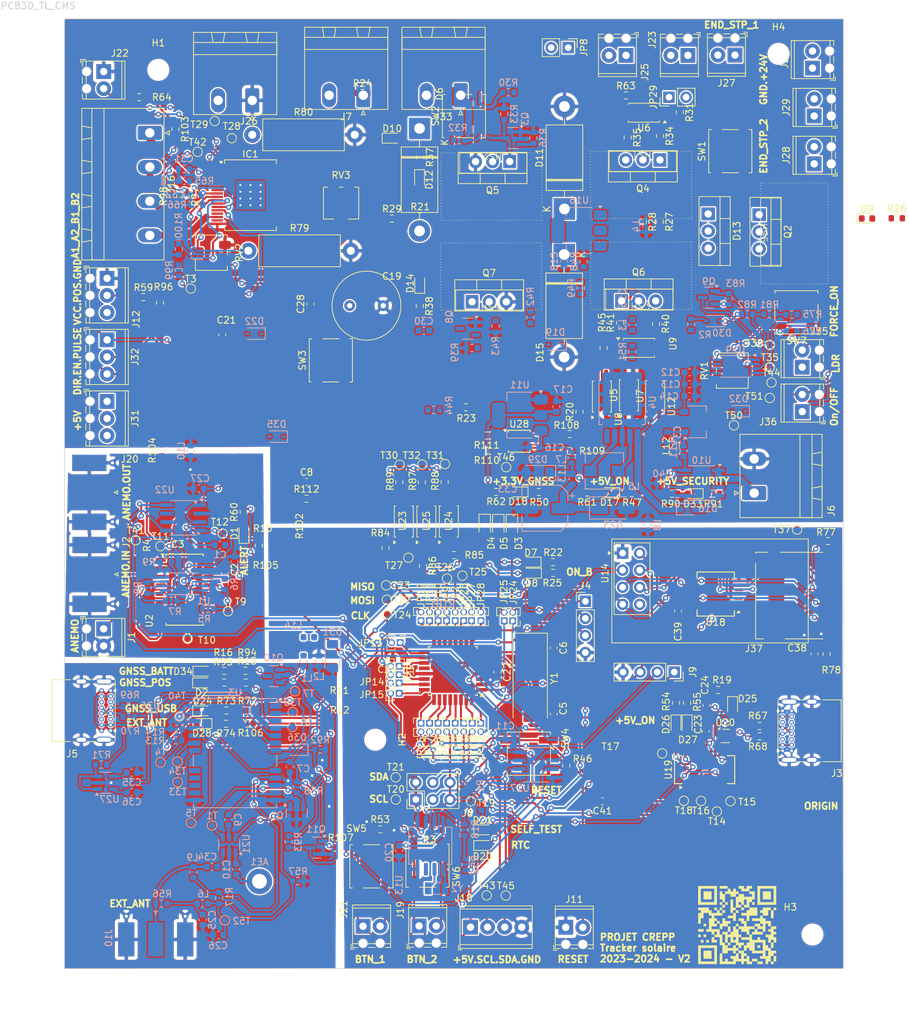
<source format=kicad_pcb>
(kicad_pcb (version 20240108) (generator "pcbnew") (generator_version "8.0")
  (layers (0 "F.Cu" signal) (31 "B.Cu" signal) (34 "B.Paste" user) (35 "F.Paste" user) (36 "B.SilkS" user "B.Silkscreen") (37 "F.SilkS" user "F.Silkscreen") (38 "B.Mask" user) (39 "F.Mask" user) (44 "Edge.Cuts" user))
  (net 0 "")
  (net 1 "+5V")
  (net 2 "GND")
  (net 3 "/Crystal/XTAl_1")
  (net 4 "+3.3V")
  (net 5 "+VCap")
  (net 6 "/Power_Supply/Vcapa")
  (net 7 "/Crystal/XTAl_2")
  (net 8 "Net-(D17-K)")
  (net 9 "Net-(D16-K)")
  (net 10 "/MCU/PD5-D5~")
  (net 11 "Net-(U2A-RCext)")
  (net 12 "Net-(D17-A)")
  (net 13 "Net-(U2A-Cext)")
  (net 14 "Net-(J20-In)")
  (net 15 "/MCU/PD4-D4")
  (net 16 "Net-(U3-RF_IN)")
  (net 17 "/MCU/PD3-D3-(INT1)~")
  (net 18 "/MCU/PB2-D10~")
  (net 19 "/MCU/PB1-D9~")
  (net 20 "/MCU/MOSI")
  (net 21 "/MCU/PC1-A1")
  (net 22 "/MCU/CLK")
  (net 23 "Net-(D12-K)")
  (net 24 "Net-(D1-A)")
  (net 25 "Net-(D18-K)")
  (net 26 "Net-(D18-A)")
  (net 27 "/MCU/MISO")
  (net 28 "Net-(AE1-A)")
  (net 29 "/MCU/PC0-A0")
  (net 30 "/MCU/PC3-A3")
  (net 31 "GND_GNSS")
  (net 32 "+3.3V_GNSS")
  (net 33 "Net-(D1-K)")
  (net 34 "/MCU/PB0")
  (net 35 "Net-(D2-A)")
  (net 36 "/Motors/IN_A")
  (net 37 "/Motors/IN_B")
  (net 38 "/OLED/A")
  (net 39 "/OLED/B")
  (net 40 "Net-(D6-K)")
  (net 41 "+VCap_GNSS")
  (net 42 "Net-(D7-K)")
  (net 43 "/Anemometer/SCL")
  (net 44 "/Anemometer/SDA")
  (net 45 "Net-(D8-K)")
  (net 46 "Net-(D9-A)")
  (net 47 "Net-(D9-K)")
  (net 48 "Net-(D10-K)")
  (net 49 "+VCC_Motor")
  (net 50 "Net-(D11-K)")
  (net 51 "Net-(D14-A)")
  (net 52 "Net-(D14-K)")
  (net 53 "Net-(D19-K)")
  (net 54 "Net-(D20-K)")
  (net 55 "Net-(J1-Pin_1)")
  (net 56 "Net-(Q2-G)")
  (net 57 "Net-(Q3-D)")
  (net 58 "Net-(Q4-G)")
  (net 59 "Net-(Q6-G)")
  (net 60 "Net-(Q7-G)")
  (net 61 "Net-(U2A-Q)")
  (net 62 "Net-(U1A-+)")
  (net 63 "Net-(U1B--)")
  (net 64 "Net-(U3-TXD{slash}SPI_MISO)")
  (net 65 "Net-(R12-Pad2)")
  (net 66 "Net-(U3-RXD{slash}SPI_MOSI)")
  (net 67 "Net-(R15-Pad1)")
  (net 68 "Net-(J27-Pin_2)")
  (net 69 "Net-(R23-Pad2)")
  (net 70 "Net-(J28-Pin_2)")
  (net 71 "Net-(R28-Pad1)")
  (net 72 "Net-(R30-Pad2)")
  (net 73 "Net-(R31-Pad2)")
  (net 74 "Net-(R32-Pad2)")
  (net 75 "Net-(R34-Pad1)")
  (net 76 "Net-(R41-Pad1)")
  (net 77 "Net-(R42-Pad2)")
  (net 78 "Net-(R44-Pad1)")
  (net 79 "Net-(R45-Pad1)")
  (net 80 "Net-(U1A--)")
  (net 89 "Net-(U21-J3)")
  (net 91 "Net-(U21-J1)")
  (net 92 "Net-(U21-J2)")
  (net 94 "/Stepper/RC_1")
  (net 97 "Net-(U13-X2)")
  (net 98 "Net-(U13-X1)")
  (net 100 "/MCU/A7")
  (net 101 "/MCU/A6")
  (net 103 "Net-(D23-K)")
  (net 104 "Net-(U16-ADJ)")
  (net 105 "/SD_Reader/VoltageTranslator/2Y")
  (net 106 "/SD_Reader/VoltageTranslator/4A")
  (net 107 "/SD_Reader/VoltageTranslator/3Y")
  (net 108 "/SD_Reader/VoltageTranslator/1Y")
  (net 109 "Net-(D21-K)")
  (net 110 "Net-(D21-A)")
  (net 111 "/SIMULATE_WIND")
  (net 112 "Net-(D33-A)")
  (net 113 "Net-(D33-K)")
  (net 116 "Net-(J3-D+-PadA6)")
  (net 117 "Net-(J3-D--PadA7)")
  (net 121 "Net-(D34-A)")
  (net 122 "Net-(D25-K)")
  (net 123 "/Programming/+3.3V")
  (net 124 "Net-(D26-A)")
  (net 125 "Net-(D26-K)")
  (net 126 "Net-(D27-A)")
  (net 127 "Net-(D27-K)")
  (net 128 "/Stepper/RC_2")
  (net 129 "Net-(U19-~{DSR})")
  (net 130 "Net-(U19-~{DTR})")
  (net 131 "Net-(IC1-OUT1B)")
  (net 133 "Net-(U19-USBDM)")
  (net 134 "Net-(U19-~{RI})")
  (net 135 "/MCU/PC2-A2")
  (net 136 "Net-(U19-~{DCD})")
  (net 137 "Net-(U19-USBDP)")
  (net 138 "Net-(IC1-OUT1A)")
  (net 139 "Net-(C25-Pad2)")
  (net 140 "/GNSS/~{ANTENNA_DETECT}")
  (net 141 "Net-(J10-In)")
  (net 142 "Net-(U12-OUT)")
  (net 143 "Net-(JP2-A)")
  (net 144 "Net-(JP9-A)")
  (net 145 "Net-(JP10-A)")
  (net 146 "Net-(JP11-A)")
  (net 147 "Net-(JP12-A)")
  (net 148 "Net-(JP13-A)")
  (net 149 "Net-(JP14-A)")
  (net 150 "Net-(JP15-A)")
  (net 151 "Net-(JP16-A)")
  (net 152 "Net-(JP17-A)")
  (net 153 "Net-(JP18-A)")
  (net 154 "Net-(JP19-A)")
  (net 155 "Net-(JP20-A)")
  (net 156 "Net-(JP21-A)")
  (net 157 "Net-(JP22-A)")
  (net 158 "Net-(JP23-A)")
  (net 159 "Net-(JP24-A)")
  (net 160 "Net-(JP25-A)")
  (net 161 "Net-(JP26-A)")
  (net 162 "Net-(JP27-A)")
  (net 163 "Net-(JP28-A)")
  (net 164 "Net-(Q10-D)")
  (net 165 "Net-(U13-SQW{slash}OUT)")
  (net 166 "Net-(R18-Pad2)")
  (net 167 "Net-(J23-Pin_2)")
  (net 168 "Net-(J23-Pin_1)")
  (net 169 "Net-(J29-Pin_1)")
  (net 170 "Net-(J30-Pin_2)")
  (net 171 "Net-(IC1-OUT2B)")
  (net 172 "Net-(IC1-OUT2A)")
  (net 173 "Net-(R67-Pad2)")
  (net 174 "Net-(R68-Pad2)")
  (net 175 "Net-(U3-D_SEL)")
  (net 176 "Net-(U3-~{SAFEBOOT})")
  (net 177 "Net-(U3-EXTINT)")
  (net 178 "Net-(U19-CBUS0)")
  (net 179 "Net-(U19-~{RTS})")
  (net 180 "Net-(U4-Feedback)")
  (net 181 "Net-(D30-K)")
  (net 182 "Net-(J5-D--PadA7)")
  (net 183 "Net-(J5-D+-PadA6)")
  (net 188 "Net-(R69-Pad2)")
  (net 189 "Net-(R70-Pad2)")
  (net 190 "/GNSS/VCC_RF")
  (net 191 "Net-(U3-SDA{slash}~{SPI_CS})")
  (net 192 "Net-(U3-SCL{slash}SPI_CLK)")
  (net 193 "Net-(U27-BP)")
  (net 194 "/GNSS/VCC_USB")
  (net 195 "Net-(D24-A)")
  (net 196 "Net-(D28-K)")
  (net 197 "/GNSS/VBus")
  (net 198 "Net-(U27-ON{slash}~{OFF})")
  (net 199 "Net-(R72-Pad1)")
  (net 200 "/GNSS/D+")
  (net 201 "/GNSS/D-")
  (net 202 "Net-(D29-K)")
  (net 203 "/Power_Supply/WakeUp_Handler/PS_CTRL")
  (net 204 "Net-(Q10-G)")
  (net 205 "Net-(R94-Pad1)")
  (net 206 "Net-(J35-Pin_1)")
  (net 207 "Net-(D32-A)")
  (net 208 "Net-(J37-DAT2)")
  (net 209 "Net-(J37-DAT1)")
  (net 210 "/Stepper/SENSE_A")
  (net 211 "/Stepper/SENSE_B")
  (net 212 "/Stepper/STEP_CW")
  (net 213 "/Stepper/STEP_PULSE")
  (net 214 "/Stepper/STEP_ENABLE")
  (net 215 "Net-(R84-Pad1)")
  (net 216 "Net-(R85-Pad1)")
  (net 217 "Net-(R86-Pad1)")
  (net 218 "/MCU/RX")
  (net 219 "/MCU/TX")
  (net 220 "/GNSS_TX")
  (net 221 "/GNSS_RX")
  (net 222 "Net-(U3-TIMEPULSE)")
  (net 223 "/SIMULATE_WIND{slash}~{CS_NUM_POT}")
  (net 224 "GND_Security")
  (net 225 "+5V_Security")
  (net 226 "Net-(C30-Pad2)")
  (net 227 "Net-(D22-A)")
  (net 228 "/Motors/ENABLED")
  (net 229 "Net-(D16-A)")
  (net 230 "Net-(D22-K)")
  (net 231 "/Power_Supply/WakeUp_Handler/WIND_INTERRUPT")
  (net 232 "/Stepper/Vref_A")
  (net 233 "/Stepper/CONTROL")
  (net 234 "/Stepper/HALF{slash}FULL")
  (net 235 "Net-(IC1-VCP)")
  (net 236 "/Stepper/Vref_B")
  (net 237 "/DTR")
  (net 238 "/WIND_INTERRUPT")
  (net 239 "/GNSS_ENABLED")
  (net 240 "Net-(J12-Pin_2)")
  (net 241 "Net-(U29A-+)")
  (net 242 "Net-(U29A--)")
  (net 243 "/CLK_POT_NUM{slash}~{CS_SD}")
  (net 247 "Net-(R102-Pad1)")
  (net 248 "Net-(R103-Pad1)")
  (net 249 "Net-(R104-Pad1)")
  (net 250 "Net-(Q1-S)")
  (net 251 "Net-(R106-Pad1)")
  (net 252 "Net-(U10-VIOUT)")
  (net 253 "Net-(U10-FILTER)")
  (net 255 "/Power_Supply/+3.3VD_GNSS")
  (net 256 "Net-(D36-K)")
  (net 257 "Net-(U28-ALERT{slash}RDY)")
  (net 258 "/IO_Extender/+5V_Security")
  (net 259 "Net-(U28-ADDR)")
  (net 260 "/IO_Extender/AIN2")
  (net 261 "/IO_Extender/AIN1")
  (net 262 "/IO_Extender/AIN3")
  (net 263 "/Vcurrent")
  (net 264 "Net-(JP1-A)")
  (net 265 "Net-(JP3-A)")
  (net 266 "+24V")
  (footprint "Resistor_SMD:R_0603_1608Metric" (layer "F.Cu") (at 123.925 98.15 -90)
    (property "Reference" "R10")
    (property "Value" "R_330R_SMD_0603")
  )
  (footprint "LED_SMD:LED_0603_1608Metric" (layer "F.Cu") (at 157.3625 142.725)
    (property "Reference" "D20")
    (property "Value" "LED")
  )
  (footprint "Resistor_SMD:R_0603_1608Metric" (layer "F.Cu") (at 141.975 140.325 180)
    (property "Reference" "R53")
    (property "Value" "10k")
  )
  (footprint "TerminalBlock_Phoenix:TerminalBlock_Phoenix_MPT-0,5-2-2.54_1x02_P2.54mm_Horizontal" (layer "F.Cu") (at 194.72 25.24 180)
    (property "Reference" "J27")
    (property "Value" "EN_LED")
  )
  (footprint "TestPoint:TestPoint_Pad_D1.0mm" (layer "F.Cu") (at 113.32 112)
    (property "Reference" "T10")
    (property "Value" "TP")
  )
  (footprint "Resistor_SMD:R_0603_1608Metric" (layer "F.Cu") (at 151.55 88.725 -90)
    (property "Reference" "R88")
    (property "Value" "220")
  )
  (footprint "Resistor_SMD:R_0603_1608Metric" (layer "F.Cu") (at 192.226 119.609 180)
    (property "Reference" "R19")
    (property "Value" "270")
  )
  (footprint "Resistor_SMD:R_0603_1608Metric" (layer "F.Cu") (at 111.162 46.228 90)
    (property "Reference" "R98")
    (property "Value" "10k")
  )
  (footprint "Connector_Coaxial:SMA_Molex_73251-1153_EdgeMount_Horizontal" (layer "F.Cu") (at 100.42 90.23)
    (property "Reference" "J20")
    (property "Value" "132415")
  )
  (footprint "LED_SMD:LED_0603_1608Metric" (layer "F.Cu") (at 115.5625 118.55)
    (property "Reference" "D2")
    (property "Value" "POS_ENABLE")
  )
  (footprint "Connector_PinHeader_1.27mm:PinHeader_1x02_P1.27mm_Vertical" (layer "F.Cu") (at 150.57 109.305 180)
    (property "Reference" "JP10")
    (property "Value" "Jumper_2_Open")
  )
  (footprint "TestPoint:TestPoint_Pad_D1.0mm" (layer "F.Cu") (at 105.6 97.35)
    (property "Reference" "T41")
    (property "Value" "TP")
  )
  (footprint "TestPoint:TestPoint_Pad_D1.0mm" (layer "F.Cu") (at 200.152 73.914)
    (property "Reference" "T44")
    (property "Value" "TP")
  )
  (footprint "HeatSink:HeastSink_MOSFET_15mm_10mm_20mm" (layer "F.Cu") (at 158.6032 39.7408 180)
    (property "Reference" "HS2")
    (property "Value" "Heatsink")
  )
  (footprint "Button_Switch_SMD:SW_Push_1P1T_NO_CK_KSC7xxJ" (layer "F.Cu") (at 134.62 70.612 -90)
    (property "Reference" "SW3")
    (property "Value" "PB_SMD_12V_50MA_6MM_6MM")
  )
  (footprint "Package_SO:SOP-4_4.4x2.6mm_P1.27mm" (layer "F.Cu") (at 181.1875 33.805 180)
    (property "Reference" "U6")
    (property "Value" "PC817XI")
  )
  (footprint "Connector_PinHeader_1.27mm:PinHeader_1x02_P1.27mm_Vertical" (layer "F.Cu") (at 156.92 124.545)
    (property "Reference" "JP23")
    (property "Value" "Jumper_2_Open")
  )
  (footprint "Connector_PinHeader_1.27mm:PinHeader_1x02_P1.27mm_Vertical" (layer "F.Cu") (at 151.84 124.545)
    (property "Reference" "JP19")
    (property "Value" "Jumper_2_Open")
  )
  (footprint "Resistor_SMD:R_0603_1608Metric" (layer "F.Cu") (at 185.966 121.524 90)
    (property "Reference" "R54")
    (property "Value" "270")
  )
  (footprint "Package_SO:SSOP-14_5.3x6.2mm_P0.65mm" (layer "F.Cu") (at 191.85 105.35 180)
    (property "Reference" "U18")
    (property "Value" "LVC125A")
  )
  (footprint "Connector_Phoenix_MSTB:PhoenixContact_MSTBA_2,5_2-G-5,08_1x02_P5.08mm_Horizontal" (layer "F.Cu") (at 122.936 31.9715 180)
    (property "Reference" "J26")
    (property "Value" "+24V")
  )
  (footprint "Resistor_SMD:R_0603_1608Metric" (layer "F.Cu") (at 118.775 118.5)
    (property "Reference" "R16")
    (property "Value" "330")
  )
  (footprint "Connector_PinHeader_2.54mm:PinHeader_1x04_P2.54mm_Vertical" (layer "F.Cu") (at 172.466 106.426)
    (property "Reference" "J4")
    (property "Value" "PinHeader_Control")
  )
  (footprint "LED_SMD:LED_0603_1608Metric" (layer "F.Cu") (at 115.55 122.7)
    (property "Reference" "D24")
    (property "Value" "GNSS_USB")
  )
  (footprint "Connector_Card:microSD_HC_Hirose_DM3D-SF" (layer "F.Cu") (at 203.575 105.575 90)
    (property "Reference" "J37")
    (property "Value" "Micro_SD_Card")
  )
  (footprint "Connector_Phoenix_MSTB:PhoenixContact_MSTBA_2,5_2-G-5,08_1x02_P5.08mm_Horizontal" (layer "F.Cu") (at 197.5725 90.34 90)
    (property "Reference" "J6")
    (property "Value" "+24V")
  )
  (footprint "Resistor_SMD:R_0603_1608Metric" (layer "F.Cu") (at 191.579 90.424)
    (property "Reference" "R91")
    (property "Value" "330")
  )
  (footprint "Resistor_SMD:R_0603_1608Metric" (layer "F.Cu") (at 147.84 62.555 -90)
    (property "Reference" "R38")
    (property "Value" "3.3K")
  )
  (footprint "TestPoint:TestPoint_Pad_D1.0mm" (layer "F.Cu") (at 151.6 86.025)
    (property "Reference" "T31")
    (property "Value" "TP")
  )
  (footprint "Button_Switch_SMD:SW_Push_1P1T_NO_CK_KSC7xxJ" (layer "F.Cu") (at 140.65 145.825 90)
    (property "Reference" "SW5")
    (property "Value" "SW_User")
  )
  (footprint "TerminalBlock_Phoenix:TerminalBlock_Phoenix_MPT-0,5-2-2.54_1x02_P2.54mm_Horizontal" (layer "F.Cu") (at 139.41 154.725)
    (property "Reference" "J21")
    (property "Value" "KF128-2.54_2P")
  )
  (footprint "Resistor_SMD:R_0603_1608Metric" (layer "F.Cu") (at 182.99 65.175 -90)
    (property "Reference" "R40")
    (property "Value" "1K")
  )
  (footprint "Resistor_SMD:R_0603_1608Metric" (layer "F.Cu") (at 167.675 102.2)
    (property "Reference" "R25")
    (property "Value" "270")
  )
  (footprint "Diode_SMD:D_SOD-323" (layer "F.Cu") (at 157.5 95.1 -90)
    (property "Reference" "D4")
    (property "Value" "1N4148")
  )
  (footprint "Connector_PinHeader_1.27mm:PinHeader_1x02_P1.27mm_Vertical" (layer "F.Cu") (at 151.84 109.305 180)
    (property "Reference" "JP9")
    (property "Value" "Jumper_2_Open")
  )
  (footprint "Resistor_SMD:R_0603_1608Metric" (layer "F.Cu") (at 198.374 124.968 180)
    (property "Reference" "R67")
    (property "Value" "0")
  )
  (footprint "Capacitor_SMD:C_0603_1608Metric" (layer "F.Cu") (at 206.55 114.25 -90)
    (property "Reference" "C38")
    (property "Value" "100nF")
  )
  (footprint "Resistor_SMD:R_0603_1608Metric" (layer "F.Cu") (at 183.58 37.265 -90)
    (property "Reference" "R34")
    (property "Value" "2.2K")
  )
  (footprint "Diode_THT:D_DO-201AD_P15.24mm_Horizontal" (layer "F.Cu") (at 147.81 36.1425 -90)
    (property "Reference" "D6")
    (property "Value" "1N5408")
  )
  (footprint "Connector_PinHeader_1.27mm:PinHeader_1x02_P1.27mm_Vertical" (layer "F.Cu") (at 156.9454 109.305 180)
    (property "Reference" "JP28")
    (property "Value" "Jumper_2_Open")
  )
  (footprint "LED_SMD:LED_0603_1608Metric" (layer "F.Cu") (at 187.606 124.8015 -90)
    (property "Reference" "D27")
    (property "Value" "RX_LED")
  )
  (footprint "Package_SO:ST_PowerSSO-36_SlugDown_ThermalVias" (layer "F.Cu") (at 122.6615 46.058)
    (property "Reference" "IC1")
    (property "Value" "L6208")
  )
  (footprint "Button_Switch_SMD:SW_Push_1P1T_NO_CK_KSC7xxJ" (layer "F.Cu") (at 194.024 39.518 -90)
    (property "Reference" "SW1")
    (property "Value" "SW_E")
  )
  (footprint "Resistor_SMD:R_0603_1608Metric" (layer "F.Cu") (at 106.743 61.214)
    (property "Reference" "R59")
    (property "Value" "1k")
  )
  (footprint "RF_Module:nRF24L01_Breakout" (layer "F.Cu") (at 178.01 99.26)
    (property "Reference" "U14")
    (property "Value" "NRF24L01_Breakout" (hide yes))
  )
  (footprint "Connector_PinHeader_1.27mm:PinHeader_1x02_P1.27mm_Vertical" (layer "F.Cu") (at 150.57 124.545)
    (property "Reference" "JP18")
    (property "Value" "Jumper_2_Open")
  )
  (footprint "Capacitor_THT:C_Radial_D10.0mm_H20.0mm_P5.00mm" (layer "F.Cu") (at 137.414 62.484)
    (property "Reference" "C19")
    (property "Value" "20F")
  )
  (footprint "Resistor_SMD:R_0603_1608Metric" (layer "F.Cu") (at 159.195 90.17 180)
    (property "Reference" "R62")
    (property "Value" "0")
  )
  (footprint "Resistor_SMD:R_0603_1608Metric" (layer "F.Cu") (at 170.117 81.564)
    (property "Reference" "R108")
    (property "Value" "4.7k")
  )
  (footprint "Package_QFP:TQFP-32_7x7mm_P0.8mm" (layer "F.Cu") (at 152.77 116.785 180)
    (property "Reference" "U15")
    (property "Value" "ATMEGA-328P")
  )
  (footprint "Package_TO_SOT_THT:TO-220-3_Vertical" (layer "F.Cu") (at 161.215 41.0675 180)
    (property "Reference" "Q5")
    (property "Value" "IRF520")
  )
  (footprint "TestPoint:TestPoint_Pad_D1.0mm" (layer "F.Cu") (at 114.808 39.624)
    (property "Reference" "T42")
    (property "Value" "TP")
  )
  (footprint "LED_SMD:LED_0603_1608Metric" (layer "F.Cu") (at 143.7385 37.592)
    (property "Reference" "D10")
    (property "Value" "LED")
  )
  (footprint "TestPoint:TestPoint_Pad_D1.0mm" (layer "F.Cu") (at 183.896 129.032)
    (property "Reference" "T17")
    (property "Value" "TP")
  )
  (footprint "TestPoint:TestPoint_Pad_D1.0mm" (layer "F.Cu") (at 199.898 76.2)
    (property "Reference" "T51")
    (property "Value" "TP")
  )
  (footprint "TerminalBlock_Phoenix:TerminalBlock_Phoenix_MPT-0,5-2-2.54_1x02_P2.54mm_Horizontal" (layer "F.Cu") (at 204.724 78.232 90)
    (property "Reference" "J36")
    (property "Value" "KF128-2.54_2P")
  )
  (footprint "Resistor_SMD:R_0603_1608Metric" (layer "F.Cu") (at 154.7 77.6)
    (property "Reference" "R23")
    (property "Value" "470")
  )
  (footprint "Resistor_SMD:R_0603_1608Metric" (layer "F.Cu") (at 148.15 88.75 -90)
    (property "Reference" "R87")
    (property "Value" "220")
  )
  (footprint "Resistor_SMD:R_0603_1608Metric" (layer "F.Cu") (at 148.336 101.155 -90)
    (property "Reference" "R86")
    (property "Value" "220")
  )
  (footprint "Potentiometer_SMD:Potentiometer_Bourns_3314S_Horizontal" (layer "F.Cu") (at 116.847 54.61 -90)
    (property "Reference" "RV2")
    (property "Value" "Vref_B")
  )
  (footprint "Crystal:Crystal_SMD_HC49-SD" (layer "F.Cu") (at 164.27 117.86 -90)
    (property "Reference" "Y1")
    (property "Value" "16MHz")
  )
  (footprint "LED_SMD:LED_0603_1608Metric" (layer "F.Cu") (at 162.4595 90.17 180)
    (property "Reference" "D18")
    (property "Value" "LED")
  )
  (footprint "Capacitor_SMD:C_0603_1608Metric" (layer "F.Cu") (at 190.476 121.914 90)
    (property "Reference" "C24")
    (property "Value" "100nF")
  )
  (footprint "Connector_PinHeader_1.27mm:PinHeader_1x02_P1.27mm_Vertical" (layer "F.Cu") (at 144.78 116.078 -90)
    (property "Reference" "JP1")
    (property "Value" "Jumper_2_Open")
  )
  (footprint "Capacitor_SMD:C_0603_1608Metric" (layer "F.Cu") (at 167.77 113.36 -90)
    (property "Reference" "C6")
    (property "Value" "22pF")
  )
  (footprint "Resistor_SMD:R_0603_1608Metric" (layer "F.Cu") (at 121.975 118.5)
    (property "Reference" "R15")
    (property "Value" "0")
  )
  (footprint "Resistor_SMD:R_0603_1608Metric" (layer "F.Cu") (at 218.785 49.493)
    (property "Reference" "R26")
    (property "Value" "3.3K")
  )
  (footprint "Resistor_SMD:R_0603_1608Metric" (layer "F.Cu") (at 144.8 88.725 -90)
    (property "Reference" "R89")
    (property "Value" "220")
  )
  (footprint "Connector_PinHeader_1.27mm:PinHeader_1x02_P1.27mm_Vertical" (layer "F.Cu") (at 155.5484 109.305 180)
    (property "Reference" "JP27")
    (property "Value" "Jumper_2_Open")
  )
  (footprint "Resistor_SMD:R_0603_1608Metric" (layer "F.Cu") (at 181.015 50.025 -90)
    (property "Reference" "R28")
    (property "Value" "2.2K")
  )
  (footprint "Resistor_THT:R_Axial_DIN0414_L11.9mm_D4.5mm_P15.24mm_Horizontal" (layer "F.Cu") (at 122.936 37.084)
    (property "Reference" "R80")
    (property "Value" "0.33")
  )
  (footprint "Connector_PinHeader_2.54mm:PinHeader_1x02_P2.54mm_Vertical" (layer "F.Cu") (at 169.926 24.13 -90)
    (property "Reference" "JP8")
    (property "Value" "Jumper")
  )
  (footprint "Connector_PinHeader_1.27mm:PinHeader_1x02_P1.27mm_Vertical" (layer "F.Cu") (at 144.78 117.348 -90)
    (property "Reference" "JP3")
    (property "Value" "Jumper_2_Open")
  )
  (footprint "TerminalBlock_Phoenix:TerminalBlock_Phoenix_MPT-0,5-2-2.54_1x02_P2.54mm_Horizontal" (layer "F.Cu") (at 204.724 71.628 90)
    (property "Reference" "J35")
    (property "Value" "KF128-2.54_2P")
  )
  (footprint "Resistor_SMD:R_0603_1608Metric" (layer "F.Cu") (at 135.95 121.175 180)
    (property "Reference" "R12")
    (property "Value" "0")
  )
  (footprint "LED_SMD:LED_0603_1608Metric" (layer "F.Cu") (at 214.3505 49.53)
    (property "Reference" "D9")
    (property "Value" "LED")
  )
  (footprint "Resistor_SMD:R_0603_1608Metric" (layer "F.Cu") (at 113.03 46.291 -90)
    (property "Reference" "R97")
    (property "Value" "10k")
  )
  (footprint "TestPoint:TestPoint_Pad_D1.0mm" (layer "F.Cu") (at 151.9 103.05 180)
    (property "Reference" "T26")
    (property "Value" "TP")
  )
  (footprint "Resistor_SMD:R_0603_1608Metric" (layer "F.Cu") (at 169.625 130.85 90)
    (property "Reference" "R46")
    (property "Value" "10k")
  )
  (footprint "Resistor_SMD:R_0603_1608Metric" (layer "F.Cu") (at 178.76 37.485 -90)
    (property "Reference" "R35")
    (property "Value" "1K")
  )
  (footprint "Resistor_SMD:R_0603_1608Metric" (layer "F.Cu") (at 198.374 126.492 180)
    (property "Reference" "R68")
    (property "Value" "0")
  )
  (footprint "Connector_PinHeader_1.27mm:PinHeader_1x02_P1.27mm_Vertical" (layer "F.Cu") (at 144.7788 118.576 -90)
    (property "Reference" "JP14")
    (property "Value" "Jumper_2_Open")
  )
  (footprint "Package_TO_SOT_SMD:SOT-666" (layer "F.Cu") (at 193.266 126.4515)
    (property "Reference" "U20")
    (property "Value" "USBLC6-2P6")
  )
  (footprint "Resistor_SMD:R_0603_1608Metric" (layer "F.Cu") (at 142.748 98.489 -90)
    (property "Reference" "R84")
    (property "Value" "220")
  )
  (footprint "Resistor_SMD:R_0603_1608Metric" (layer "F.Cu") (at 119.074406 122.66)
    (property "Reference" "R73")
    (property "Value" "330")
  )
  (footprint "MountingHole:MountingHole_3mm" (layer "F.Cu") (at 206.248 155.956 -90)
    (property "Reference" "H3")
    (property "Value" "MountingHole")
  )
  (footprint "TerminalBlock_Phoenix:TerminalBlock_Phoenix_MPT-0,5-2-2.54_1x02_P2.54mm_Horizontal" (layer "F.Cu") (at 187.72 25.28 180)
    (property "Reference" "J23")
    (property "Value" "KF128-2.54_2P")
  )
  (footprint "TestPoint:TestPoint_Pad_D1.0mm" (layer "F.Cu") (at 119.33 107.91)
    (property "Reference" "T9")
    (property "Value" "TP")
  )
  (footprint "Package_SO:TSSOP-10_3x3mm_P0.5mm" (layer "F.Cu") (at 162.637 82.634)
    (property "Reference" "U28")
    (property "Value" "ADS1115IDGS")
  )
  (footprint "Resistor_SMD:R_0603_1608Metric" (layer "F.Cu") (at 179.375 90.3225)
    (property "Reference" "R47")
    (property "Value" "330")
  )
  (footprint "Resistor_SMD:R_0603_1608Metric" (layer "F.Cu") (at 121.67 93.17 90)
    (property "Reference" "R60")
    (property "Value" "0")
  )
  (footprint "Resistor_SMD:R_0603_1608Metric" (layer "F.Cu") (at 136.081 143.002)
    (property "Reference" "R107")
    (property "Value" "0")
  )
  (footprint "TestPoint:TestPoint_Pad_D1.0mm" (layer "F.Cu") (at 119.888 37.592)
    (property "Reference" "T28")
    (property "Value" "TP")
  )
  (footprint "Package_SO:SOP-4_4.4x2.6mm_P1.27mm" (layer "F.Cu") (at 178.95 75.8 90)
    (property "Reference" "U5")
    (property "Value" "PC817XI")
  )
  (footprint "Diode_SMD:D_SOD-323" (layer "F.Cu") (at 159.525 95.125 -90)
    (property "Reference" "D5")
    (property "Value" "1N4148")
  )
  (footprint "TestPoint:TestPoint_Pad_D1.0mm" (layer "F.Cu") (at 194.564 80.264)
    (property "Reference" "T50")
    (property "Value" "TP")
  )
  (footprint "Resistor_SMD:R_0603_1608Metric" (layer "F.Cu") (at 139.322719 30.871835)
    (property "Reference" "R24")
    (property "Value" "2.7k")
  )
  (footprint "Connector_Coaxial:SMA_Molex_73251-1153_EdgeMount_Horizontal" (layer "F.Cu") (at 100.46 102.43)
    (property "Reference" "J2")
    (property "Value" "132415")
  )
  (footprint "TestPoint:TestPoint_Pad_D1.0mm" (layer "F.Cu") (at 160.64 150.165)
    (property "Reference" "T45")
    (property "Value" "TP")
  )
  (footprint "Connector_PinHeader_1.27mm:PinHeader_1x02_P1.27mm_Vertical" (layer "F.Cu") (at 155.65 124.545)
    (property "Reference" "JP22")
    (property "Value" "Jumper_2_Open")
  )
  (footprint "Connector_PinHeader_1.27mm:PinHeader_1x02_P1.27mm_Vertical" (layer "F.Cu") (at 153.11 124.545)
    (property "Reference" "JP20")
    (property "Value" "Jumper_2_Open")
  )
  (footprint "Button_Switch_SMD:SW_Push_1P1T_NO_CK_KSC7xxJ" (layer "F.Cu") (at 164.075 129.075 180)
    (property "Reference" "SW4")
    (property "Value" "PB_SMD_12V_50MA_6MM_6MM")
  )
  (footprint "Connector_PinHeader_1.27mm:PinHeader_1x02_P1.27mm_Vertical" (layer "F.Cu") (at 153.11 109.305 180)
    (property "Reference" "JP2")
    (property "Value" "Jumper_2_Open")
  )
  (footprint "Package_SO:SOP-4_4.4x2.6mm_P1.27mm" (layer "F.Cu") (at 180.4475 68.755)
    (property "Reference" "U9")
    (property "Value" "PC817XI")
  )
  (footprint "Connector_PinHeader_2.54mm:PinHeader_2x03_P2.54mm_Vertical" (layer "F.Cu") (at 147.26 135.89 90)
    (property "Reference" "J8")
    (property "Value" "I2C_Selector")
  )
  (footprint "TestPoint:TestPoint_Pad_D1.0mm" (layer "F.Cu") (at 199.898 68.326)
    (property "Reference" "T36")
    (property "Value" "TP")
  )
  (footprint "TestPoint:TestPoint_Pad_D1.0mm" (layer "F.Cu") (at 189.666 136.099 180)
    (property "Reference" "T16")
    (property "Value" "TP")
  )
  (footprint "TestPoint:TestPoint_Pad_D1.0mm" (layer "F.Cu") (at 144.85 86.125)
    (property "Reference" "T30")
    (property "Value" "TP")
  )
  (footprint "Connector_PinHeader_1.27mm:PinHeader_1x02_P1.27mm_Vertical" (layer "F.Cu") (at 161.67 109.335 180)
    (property "Reference" "JP24")
    (property "Value" "Jumper_2_Open")
  )
  (footprint "Package_SO:SOP-4_4.4x2.6mm_P1.27mm" (layer "F.Cu") (at 148.83 94.575 90)
    (property "Reference" "U25")
    (property "Value" "PC817XI")
  )
  (footprint "Capacitor_SMD:C_0603_1608Metric" (layer "F.Cu") (at 114.415 97.98 180)
    (property "Reference" "C3")
    (property "Value" "100nF")
  )
  (footprint "Package_SO:SOP-4_4.4x2.6mm_P1.27mm" (layer "F.Cu") (at 182.85 75.925 90)
    (property "Reference" "U7")
    (property "Value" "PC817XI")
  )
  (footprint "HeatSink:HeastSink_MOSFET_15mm_10mm_20mm" (layer "F.Cu") (at 158.36 63.19)
    (property "Reference" "HS4")
    (property "Value" "Heatsink")
  )
  (footprint "LED_SMD:LED_0603_1608Metric" (layer "F.Cu") (at 147.81 43.7625 -90)
    (property "Reference" "D12")
    (property "Value" "LED")
  )
  (footprint "TestPoint:TestPoint_Pad_D1.0mm" (layer "F.Cu") (at 142.95 106.2 180)
    (property "Reference" "T22")
    (property "Value" "TP")
  )
  (footprint "Package_TO_SOT_THT:TO-220-3_Vertical" (layer "F.Cu") (at 177.85 61.78)
    (property "Reference" "Q6")
    (property "Value" "IRF4905")
  )
  (footprint "Resistor_SMD:R_0603_1608Metric" (layer "F.Cu") (at 147.93 40.435 -90)
    (property "Reference" "R37")
    (property "Value" "3.3K")
  )
  (footprint "Capacitor_SMD:C_0603_1608Metric" (layer "F.Cu") (at 118.46 66.835 90)
    (property "Reference" "C21")
    (property "Value" "100nF")
  )
  (footprint "Resistor_SMD:R_0603_1608Metric" (layer "F.Cu") (at 165.545 90.17)
    (property "Reference" "R50")
    (property "Value" "330")
  )
  (footprint "Resistor_SMD:R_0603_1608Metric" (layer "F.Cu") (at 119.03 124.63 180)
    (property "Reference" "R74")
    (property "Value" "330")
  )
  (footprint "Resistor_SMD:R_0603_1608Metric" (layer "F.Cu") (at 109.22 62.039 90)
    (property "Reference" "R96")
    (property "Value" "1k")
  )
  (footprint "Button_Switch_SMD:SW_Push_1P1T_NO_CK_KSC7xxJ" (layer "F.Cu") (at 203.856 63.468)
    (property "Reference" "SW7")
    (property "Value" "PB_SMD_12V_50MA_6MM_6MM")
  )
  (footprint "Package_SO:SOP-4_4.4x2.6mm_P1.27mm" (layer "F.Cu") (at 145.47 94.5625 90)
    (property "Reference" "U23")
    (property "Value" "PC817XI")
  )
  (footprint "Capacitor_SMD:C_0603_1608Metric" (layer "F.Cu") (at 131.572 62.243 90)
    (property "Reference" "C28")
    (property "Value" "4.7u")
  )
  (footprint "Resistor_SMD:R_0603_1608Metric" (layer "F.Cu") (at 131.001 91.186)
    (property "Reference" "R112")
    (property "Value" "1k")
  )
  (footprint "LED_SMD:LED_0603_1608Metric" (layer "F.Cu") (at 194.356 122.079 -90)
    (property "Reference" "D25")
    (property "Value" "LED_USB")
  )
  (footprint "LED_SMD:LED_0603_1608Metric" (layer "F.Cu") (at 121.71 96.3275 90)
    (property "Reference" "D1")
    (property "Value" "LED")
  )
  (footprint "TerminalBlock_Phoenix:TerminalBlock_Phoenix_MPT-0,5-2-2.54_1x02_P2.54mm_Horizontal" (layer "F.Cu") (at 147.75 154.685)
    (property "Reference" "J19")
    (property "Value" "KF128-2.54_2P")
  )
  (footprint "Button_Switch_SMD:SW_Push_1P1T_NO_CK_KSC7xxJ" (layer "F.Cu") (at 148.99 145.725 90)
    (property "Reference" "SW6")
    (property "Value" "SW_User")
  )
  (footprint "Resistor_SMD:R_0603_1608Metric" (layer "F.Cu") (at 170.117 84.074)
    (property "Reference" "R109")
    (property "Value" "4.7k")
  )
  (footprint "HeatSink:HeastSink_MOSFET_15mm_10mm_20mm" (layer "F.Cu") (at 180.67 63.09)
    (property "Reference" "HS3")
    (property "Value" "Heatsink")
  )
  (footprint "Resistor_SMD:R_0603_1608Metric" (layer "F.Cu") (at 121.914406 116.75)
    (property "Reference" "R94")
    (property "Value" "0")
  )
  (footprint "Diode_SMD:D_SOD-323" (layer "F.Cu") (at 161.55 95.125 -90)
    (property "Reference" "D3")
    (property "Value" "1N4148")
  )
  (footprint "Connector_PinHeader_1.27mm:PinHeader_1x02_P1.27mm_Vertical" (layer "F.Cu") (at 149.3 109.305 180)
    (property "Reference" "JP11")
    (property "Value" "Jumper_2_Open")
  )
  (footprint "LED_SMD:LED_0603_1608Metric" (layer "F.Cu") (at 176.0875 90.2725 180)
    (property "Reference" "D17")
    (property "Value" "LED")
  )
  (footprint "TestPoint:TestPoint_Pad_D1.0mm" (layer "F.Cu") (at 199.898 71.628)
    (property "Reference" "T35")
    (property "Value" "TP")
  )
  (footprint "Resistor_SMD:R_0603_1608Metric" (layer "F.Cu") (at 167.675 100.6)
    (property "Reference" "R22")
    (property "Value" "270")
  )
  (footprint "TerminalBlock_Phoenix:TerminalBlock_Phoenix_MPT-0,5-4-2.54_1x04_P2.54mm_Horizontal" (layer "F.Cu") (at 155.39 154.865)
    (property "Reference" "J18")
    (property "Value" "KF128-2.54_4P")
  )
  (footprint "Resistor_SMD:R_0603_1608Metric" (layer "F.Cu") (at 109.49 83.985 90)
    (property "Reference" "R104")
    (property "Value" "R_0R_SMD_0603")
  )
  (footprint "TestPoint:TestPoint_Pad_D1.0mm" (layer "F.Cu") (at 160.687 86.484)
    (property "Reference" "T46")
    (property "Value" "TP")
  )
  (footprint "Resistor_SMD:R_0603_1608Metric" (layer "F.Cu") (at 186.52 33.735 -90)
    (property "Reference" "R31")
    (property "Value" "470")
  )
  (footprint "Resistor_SMD:R_0603_1608Metric" (layer "F.Cu") (at 152.908 99.568)
    (property "Reference" "R85")
    (property "Value" "220")
  )
  (footprint "TerminalBlock_Phoenix:TerminalBlock_Phoenix_MPT-0,5-2-2.54_1x02_P2.54mm_Horizontal" (layer "F.Cu") (at 178.52 25.28 180)
    (property "Reference" "J25")
    (property "Value" "KF128-2.54_2P")
  )
  (footprint "Resistor_SMD:R_0603_1608Metric" (layer "F.Cu") (at 107.39 100.685 -90)
    (property "Reference" "R4")
    (property "Value" "10k")
  )
  (footprint "Resistor_THT:R_Axial_DIN0414_L11.9mm_D4.5mm_P15.24mm_Horizontal" (layer "F.Cu") (at 122.348 54.326)
    (property "Reference" "R79")
    (property "Value" "0.33")
  )
  (footprint "TestPoint:TestPoint_Pad_D1.0mm" (layer "F.Cu") (at 148.2 86.1)
    (property "Reference" "T32")
    (property "Value" "TP")
  )
  (footprint "TerminalBlock_Phoenix:TerminalBlock_Phoenix_MPT-0,5-2-2.54_1x02_P2.54mm_Horizontal" (layer "F.Cu") (at 206.502 34.29 90)
    (property "Reference" "J29")
    (property "Value" "KF128-2.54_2P")
  )
  (footprint "Connector_Phoenix_MSTB:PhoenixContact_MSTBA_2,5_2-G-5,08_1x02_P5.08mm_Horizontal" (layer "F.Cu") (at 153.924 31.2095 180)
    (property "Reference" "J33")
    (property "Value" "Fuse")
  )
  (footprint "TerminalBlock_Phoenix:TerminalBlock_Phoenix_MPT-0,5-3-2.54_1x03_P2.54mm_Horizontal" (layer "F.Cu") (at 101.346 67.564 -90)
    (property "Reference" "J32")
    (property "Value" "KF128-2.54_3P")
  )
  (footprint "Capacitor_SMD:C_0603_1608Metric" (layer "F.Cu") (at 175.006 136.144 180)
    (property "Reference" "C41")
    (property "Value" "100nF")
  )
  (footprint "LED_SMD:LED_0603_1608Metric" (layer "F.Cu") (at 147.84 59.16 90)
    (property "Reference" "D14")
    (property "Value" "LED")
  )
  (footprint "Resistor_SMD:R_0603_1608Metric" (layer "F.Cu") (at 208.35 114.275 -90)
    (property "Reference" "R78")
    (property "Value" "10k")
  )
  (footprint "Potentiometer_SMD:Potentiometer_Bourns_3314S_Horizontal" (layer "F.Cu") (at 136.144 47.244)
    (property "Reference" "RV3")
    (property "Value" "Vref_A")
  )
  (footprint "Resistor_SMD:R_0603_1608Metric" (layer "F.Cu") (at 183.525 50.025 -90)
    (property "Reference" "R27")
    (property "Value" "1k")
  )
  (footprint "Connector_PinHeader_1.27mm:PinHeader_1x02_P1.27mm_Vertical" (layer "F.Cu") (at 148.03 109.305 180)
    (property "Reference" "JP12")
    (property "Value" "Jumper_2_Open")
  )
  (footprint "TestPoint:TestPoint_Pad_D1.0mm" (layer "F.Cu") (at 203.962 95.758)
    (property "Reference" "T37")
    (property "Value" "TP")
  )
  (footprint "Resistor_SMD:R_0603_1608Metric" (layer "F.Cu") (at 122.225 124.6)
    (property "Reference" "R106")
    (property "Value" "0")
  )
  (footprint "Connector_PinHeader_1.27mm:PinHeader_1x02_P1.27mm_Vertical" (layer "F.Cu") (at 160.4 109.335 180)
    (property "Reference" "JP25")
    (property "Value" "Jumper_2_Open")
  )
  (footprint "Resistor_SMD:R_0603_1608Metric" (layer "F.Cu") (at 150.325 140.425 180)
    (property "Reference" "R3")
    (property "Value" "10k")
  )
  (footprint "TestPoint:TestPoint_Pad_D1.0mm" (layer "F.Cu") (at 117.348 35.052)
    (property "Reference" "T29")
    (property "Value" "TP")
  )
  (footprint "Resistor_SMD:R_0603_1608Metric" (layer "F.Cu") (at 143.701 49.53)
    (property "Reference" "R29")
    (property "Value" "3.3K")
  )
  (footprint "Package_TO_SOT_THT:TO-220-3_Vertical" (layer "F.Cu") (at 198.32 48.96 -90)
    (property "Reference" "Q2")
    (property "Value" "IRF4905")
  )
  (footprint "Resistor_SMD:R_0603_1608Metric" (layer "F.Cu") (at 157.797 81.788 180)
    (property "Reference" "R111")
    (property "Value" "10k")
  )
  (footprint "TestPoint:TestPoint_Pad_D1.0mm" (layer "F.Cu") (at 143 108.375 180)
    (property "Reference" "T24")
    (property "Value" "TP")
  )
  (footprint "Connector_Phoenix_MSTB:PhoenixContact_MSTBA_2,5_2-G-5,08_1x02_P5.08mm_Horizontal" (layer "F.Cu") (at 139.446 31.2095 180)
    (property "Reference" "J7")
    (property "Value" "Motor")
  )
  (footprint "Diode_THT:D_DO-201AD_P15.24mm_Horizontal" (layer "F.Cu") (at 169.32 54.88 -90)
    (property "Reference" "D15")
    (property "Value" "1N5408")
  )
  (footprint "Connector_USB:USB_C_Receptacle_GCT_USB4085" (layer "F.Cu") (at 201.79 128.65 90)
    (property "Reference" "J3")
    (property "Value" "USB_C_Receptacle_USB2.0_16P")
  )
  (footprint "Capacitor_SMD:C_0603_1608Metric" (layer "F.Cu") (at 167.77 123.185 90)
    (property "Reference" "C5")
    (property "Value" "22pF")
  )
  (footprint "Connector_PinHeader_1.27mm:PinHeader_1x02_P1.27mm_Vertical" (layer "F.Cu") (at 154.38 124.545)
    (property "Reference" "JP21")
    (property "Value" "Jumper_2_Open")
  )
  (footprint "LED_SMD:LED_0603_1608Metric" (layer "F.Cu") (at 164.4 100.6 180)
    (property "Reference" "D7")
    (property "Value" "LED")
  )
  (footprint "Resistor_SMD:R_0603_1608Metric" (layer "F.Cu") (at 124.925 102.5)
    (property "Reference" "R105")
    (property "Value" "R_0R_SMD_0603")
  )
  (footprint "Capacitor_SMD:C_0603_1608Metric" (layer "F.Cu") (at 186.25 107.875 90)
    (property "Reference" "C39")
    (property "Value" "100nF")
  )
  (footprint "Connector_USB:USB_C_Receptacle_GCT_USB4085" (layer "F.Cu") (at 101.875 119.7 -90)
    (property "Reference" "J5")
    (property "Value" "USB_C_Receptacle_USB2.0_16P")
  )
  (footprint "Resistor_SMD:R_0603_1608Metric" (layer "F.Cu") (at 185.357 90.424 180)
    (property "Reference" "R90")
    (property "Value" "0")
  )
  (footprint "MountingHole:MountingHole_3mm" (layer "F.Cu") (at 201.2 25.05)
    (property "Reference" "H4")
    (property "Value" "MountingHole")
  )
  (footprint "TestPoint:TestPoint_Pad_D1.0mm" (layer "F.Cu") (at 192.024 137.668 180)
    (property "Reference" "T14")
    (property "Value" "TP")
  )
  (footprint "Package_TO_SOT_THT:TO-220-3_Vertical" (layer "F.Cu") (at 183.56 40.82 180)
    (property "Reference" "Q4")
    (property "Value" "IRF4905")
  )
  (footprint "Package_SO:SOP-4_4.4x2.6mm_P1.27mm" (layer "F.Cu") (at 174.925 76 90)
    (property "Reference" "U8")
    (property "Value" "PC817XI")
  )
  (footprint "Package_TO_SOT_THT:TO-220-3_Vertical" (layer "F.Cu") (at 190.74 48.85 -90)
    (property "Reference" "D13")
    (property "Value" "D_Dual_CommonCathode_AAK")
  )
  (footprint "TerminalBlock_Phoenix:TerminalBlock_Phoenix_MPT-0,5-2-2.54_1x02_P2.54mm_Horizontal" (layer "F.Cu") (at 100.83 110.52 -90)
    (property "Reference" "J1")
    (property "Value" "Wind")
  )
  (footprint "Connector_PinHeader_1.27mm:PinHeader_1x02_P1.27mm_Vertical" (layer "F.Cu") (at 144.925 112.575 -90)
    (property "Reference" "JP13")
    (property "Value" "Jumper_2_Open" (hide yes))
  )
  (footprint "Package_SO:SOIC-16W_5.3x10.2mm_P1.27mm" (layer "F.Cu") (at 112.88 104.7)
    (property "Reference" "U2")
    (property "Value" "74HC123D")
  )
  (footprint "Resistor_SMD:R_0603_1608Metric" (layer "F.Cu") (at 177.65 65.025 90)
    (property "Reference" "R41")
    (property "Value" "2.2K")
  )
  (footprint "TestPoint:TestPoint_Pad_D1.0mm" (layer "F.Cu") (at 154.178 102.616 180)
    (property "Reference" "T25")
    (property "Value" "TP")
  )
  (footprint "Resistor_SMD:R_0603_1608Metric" (layer "F.Cu") (at 178.499 31.242)
    (property "Reference" "R63")
    (property "Value" "3.3K")
  )
  (footprint "LED_SMD:LED_0603_1608Metric" (layer "F.Cu") (at 115.45 124.6 180)
    (property "Reference" "D28")
    (property "Value" "LED_EXT_ANTENNA")
  )
  (footprint "MountingHole:MountingHole_3mm" (layer "F.Cu") (at 108.966 27.432)
    (property "Reference" "H1")
    (property "Value" "MountingHole")
  )
  (footprint "Resistor_SMD:R_0603_1608Metric" (layer "F.Cu") (at 118.759406 116.775)
    (property "Reference" "R95")
    (property "Value" "330")
  )
  (footprint "Resistor_SMD:R_0603_1608Metric" (layer "F.Cu") (at 208.575 97.475 180)
    (property "Reference" "R77")
    (property "Value" "10k")
  )
  (footprint "Package_SO:SOP-4_4.4x2.6mm_P1.27mm" (layer "F.Cu") (at 152.165 94.5625 90)
    (property "Reference" "U24")
    (property "Value" "PC817XI")
  )
  (footprint "Connector_PinHeader_1.27mm:PinHeader_1x02_P1.27mm_Vertical" (layer "F.Cu") (at 154.38 109.305 180)
    (property "Reference" "JP26")
    (property "Value" "Jumper_2_Open")
  )
  (footprint "TerminalBlock_Phoenix:TerminalBlock_Phoenix_MPT-0,5-2-2.54_1x02_P2.54mm_Horizontal" (layer "F.Cu") (at 100.838 27.686 -90)
    (property "Reference" "J22")
    (property "Value" "KF128-2.54_2P")
  )
  (footprint "LED_SMD:LED_0603_1608Metric" (layer "F.Cu") (at 185.946 124.8115 -90)
    (property "Reference" "D26")
    (property "Value" "TX_LED")
  )
  (footprint "Potentiometer_SMD:Potentiometer_Bourns_3314S_Horizontal" (layer "F.Cu") (at 194.317 72.136 90)
    (property "Reference" "RV1")
    (property "Value" "Light_Reference")
  )
  (footprint "TerminalBlock_Phoenix:TerminalBlock_Phoenix_MPT-0,5-2-2.54_1x02_P2.54mm_Horizontal" (layer "F.Cu") (at 169.55 154.89)
    (property "Reference" "J11")
    (property "Value" "KF128-2.54_2P")
  )
  (footprint "TestPoint:TestPoint_Pad_D1.0mm" (layer "F.Cu") (at 157.79 150.14)
    (property "Reference" "T43")
    (property "Value" "TP")
  )
  (footprint "HeatSink:HeastSink_MOSFET_15mm_10mm_20mm" (layer "F.Cu") (at 180.8432 39.4908 180)
    (property "Reference" "HS1")
    (property "Value" "Heatsink")
  )
  (footprint "Capacitor_SMD:C_0603_1608Metric" (layer "F.Cu") (at 190.366 125.764 90)
    (property "Reference" "C23")
    (property "Value" "100nF")
  )
  (footprint "Connector_PinSocket_2.54mm:PinSocket_1x04_P2.54mm_Vertical" (layer "F.Cu") (at 185.69 116.95 -90)
    (property "Reference" "J9")
    (property "Value" "OLED_SOCKET")
  )
  (footprint "Capacitor_SMD:C_0603_1608Metric" (layer "F.Cu") (at 159.4 116.95 -90)
    (property "Reference" "C22")
    (property "Value" "100nF")
  )
  (footprint "Resistor_SMD:R_0603_1608Metric" (layer "F.Cu") (at 147.898719 49.221835)
    (property "Reference" "R21")
    (property "Value" "2.7k")
  )
  (footprint "TestPoint:TestPoint_Pad_D1.0mm" (layer "F.Cu") (at 109.29 98.23)
    (property "Reference" "T11")
    (property "Value" "TP")
  )
  (footprint "Resistor_SMD:R_0603_1608Metric" (layer "F.Cu") (at 175.18 68.775 -90)
    (property "Reference" "R45")
    (property "Value" "470")
  )
  (footprint "Diode_THT:D_DO-201AD_P15.24mm_Horizontal" (layer "F.Cu") (at 169.36 48.11 90)
    (property "Reference" "D11")
    (property "Value" "1N5408")
  )
  (footprint "TestPoint:TestPoint_Pad_D1.0mm" (layer "F.Cu") (at 144.272 135.89 180)
    (property "Reference" "T20")
    (property "Value" "TP")
  )
  (footprint "Resistor_SMD:R_0603_1608Metric" (layer "F.Cu") (at 128.524 95.25 -90)
    (property "Reference" "R102")
    (property "Value" "0")
  )
  (footprint "TerminalBlock_Phoenix:TerminalBlock_Phoenix_MPT-0,5-2-2.54_1x02_P2.54mm_Horizontal" (layer "F.Cu") (at 206.248 27.178 90)
    (property "Reference" "J30")
    (property "Value" "KF128-2.54_2P")
  )
  (footprint "Connector_PinHeader_2.54mm:PinHeader_1x02_P2.54mm_Vertical" (layer "F.Cu") (at 184.907 31.496 90)
    (property "Reference" "JP29")
    (property "Value" "Jumper")
  )
  (footprint "Capacitor_SMD:C_0603_1608Metric" (layer "F.Cu") (at 118.84 102.295 -90)
    (property "Reference" "C2")
    (property "Value" "100nF")
  )
  (footprint "TestPoint:TestPoint_Pad_D1.0mm" (layer "F.Cu") (at 194.056 136.144)
    (property "Reference" "T15")
    (property "Value" "TP")
  )
  (footprint "Resistor_SMD:R_0603_1608Metric" (layer "F.Cu") (at 135.9 118.25 180)
    (property "Reference" "R11")
    (property "Value" "0")
  )
  (footprint "Resistor_SMD:R_0603_1608Metric" (layer "F.Cu") (at 122.234406 122.66)
    (property "Reference" "R72")
    (property "Value" "0")
  )
  (footprint "LOGO" (layer "F.Cu") (at 195.05 154.55)
    (property "Reference" "G***" (hide yes))
    (property "Value" "LOGO" (hide yes))
  )
  (footprint "Resistor_SMD:R_0603_1608Metric" (layer "F.Cu") (at 157.797 84.044 180)
    (property "Reference" "R110")
    (property "Value" "10k")
  )
  (footprint "TerminalBlock_Phoenix:TerminalBlock_Phoenix_MPT-0,5-3-2.54_1x03_P2.54mm_Horizontal" (layer "F.Cu") (at 101.346 76.708 -90)
    (property "Reference" "J31")
    (property "Value" "Motor_Control_Pull_Up")
  )
  (footprint "Resistor_SMD:R_0603_1608Metric" (layer "F.Cu") (at 111.506 36.259 -90)
    (property "Reference" "R103")
    (property "Value" "0")
  )
  (footprint "TestPoint:TestPoint_Pad_D1.0mm" (layer "F.Cu") (at 113.792 59.944)
    (property "Reference" "T3")
    (property "Value" "TP")
  )
  (footprint "LED_SMD:LED_0603_1608Metric" (layer "F.Cu") (at 188.4935 90.424 180)
    (property "Reference" "D33")
    (property "Value" "LED")
  )
  (footprint "Resistor_SMD:R_0603_1608Metric" (layer "F.Cu") (at 106.109 31.496 180)
    (property "Reference" "R64")
    (property "Value" "10k")
  )
  (footprint "TestPoint:TestPoint_Pad_D1.0mm" (layer "F.Cu") (at 142.85 104.05 180)
    (property "Reference" "T23")
    (property "Value" "TP")
  )
  (footprint "TestPoint:TestPoint_Pad_D1.0mm" (layer "F.Cu") (at 144.272 132.588 180)
    (property "Reference" "T21")
    (property "Value" "TP")
  )
  (footprint "Package_TO_SOT_THT:TO-220-3_Vertical" (layer "F.Cu") (at 155.6268 61.9092)
    (property "Reference" "Q7")
    (property "Value" "IRF520")
  )
  (footprint "LED_SMD:LED_0603_1608Metric" (layer "F.Cu") (at 115.596906 116.815)
    (property "Reference" "D34")
    (property "Value" "GNSS_BATT")
  )
  (footprint "Connector_PinHeader_1.27mm:PinHeader_1x02_P1.27mm_Vertical" (layer "F.Cu") (at 149.3 124.545)
    (property "Reference" "JP17")
    (property "Value" "Jumper_2_Open")
  )
  (footprint "Connector_Phoenix_MSTB:PhoenixContact_MSTBA_2,5_4-G-5,08_1x04_P5.08mm_Horizontal" (layer "F.Cu") (at 107.696 36.8 -90)
    (property "Reference" "J16")
    (property "Value" "Stepper")
  )
  (footprint "Resistor_SMD:R_0603_1608Metric" (layer "F.Cu") (at 171.6 78.25 90)
    (property "Reference" "R20")
    (property "Value" "2.7k")
  )
  (footprint "Capacitor_SMD:C_0603_1608Metric" (layer "F.Cu") (at 144.625 115.025)
    (property "Reference" "C29")
    (property "Value" "100nF")
  )
  (footprint "Capacitor_SMD:C_0603_1608Metric" (layer "F.Cu") (at 131.001 88.676)
    (property "Reference" "C8")
    (property "Value" "100nF")
  )
  (footprint "TestPoint:TestPoint_Pad_D1.0mm" (layer "F.Cu") (at 146.15 99.95 180)
    (property "Reference" "T27")
    (property "Value" "TP")
  )
  (footprint "TerminalBlock_Phoenix:TerminalBlock_Phoenix_MPT-0,5-3-2.54_1x03_P2.54mm_Horizontal" (layer "F.Cu") (at 101.346 58.42 -90)
    (property "Reference" "J12")
    (property "Value" "KF128-2.54_3P")
  )
  (footprint "Package_SO:SSOP-20_3.9x8.7mm_P0.635mm" (layer "F.Cu") (at 190.2035 131.459 90)
    (property "Reference" "U19")
    (property "Value" "FT231XS")
  )
  (footprint "Button_Switch_SMD:SW_Push_1P1T_NO_CK_KSC7xxJ" (layer "F.Cu") (at 154.41 34.3025 -90)
    (property "Reference" "SW2")
    (property "Value" "PB_SMD_12V_50MA_6MM_6MM")
  )
  (footprint "TestPoint:TestPoint_Pad_D1.0mm" (layer "F.Cu") (at 118.54 96.36)
    (property "Reference" "T12")
    (property "Value" "TP")
  )
  (footprint "Connector_PinHeader_1.27mm:PinHeader_1x02_P1.27mm_Vertical" (layer "F.Cu") (at 144.78 120.1 -90)
    (property "Reference" "JP15")
    (property "Value" "Jumper_2_Open")
  )
  (footprint "Resistor_SMD:R_0603_1608Metric" (layer "F.Cu") (at 187.596 121.514 90)
    (property "Reference" "R55")
    (property "Value" "270")
  )
  (footprint "Resistor_SMD:R_0603_1608Metric" (layer "F.Cu") (at 172.735 90.25 180)
    (property "Reference" "R61")
    (property "Value" "0")
  )
  (footprint "TerminalBlock_Phoenix:TerminalBlock_Phoenix_MPT-0,5-2-2.54_1x02_P2.54mm_Horizontal" (layer "F.Cu") (at 206.502 41.402 90)
    (property "Reference" "J28")
    (property "Value" "KF128-2.54_2P")
  )
  (footprint "LED_SMD:LED_0603_1608Metric" (layer "F.Cu") (at 157.3625 140.4)
    (property "Reference" "D21")
    (property "Value" "LED")
  )
  (footprint "TestPoint:TestPoint_Pad_D1.0mm" (layer "F.Cu") (at 155.448 136.144 180)
    (property "Reference" "T19")
    (property "Value" "TP")
  )
  (footprint "Inductor_SMD:L_0603_1608Metric" (layer "F.Cu") (at 185.928 83.3375 90)
    (property "Reference" "L12")
    (property "Value" "MPZ1608")
  )
  (footprint "TestPoint:TestPoint_Pad_D1.0mm" (layer "F.Cu") (at 187.116 136.074 180)
    (property "Reference" "T18")
    (property "Value" "TP")
  )
  (footprint "LED_SMD:LED_0603_1608Metric" (layer "F.Cu") (at 164.45 102.25 180)
    (property "Reference" "D8")
    (property "Value" "LED")
  )
  (footprint "HeatSink:HeastSink_MOSFET_15mm_10mm_20mm" (layer "F.Cu") (at 198.4908 51.6568 -90)
    (property "Reference" "HS5")
    (property "Value" "Heatsink")
  )
  (footprint "Connector_PinHeader_1.27mm:PinHeader_1x02_P1.27mm_Vertical" (layer "F.Cu") (at 148.03 124.545)
    (property "Reference" "JP16")
    (property "Value" "Jumper_2_Open")
  )
  (footprint "MountingHole:MountingHole_3mm" (layer "F.Cu") (at 141.224 127 -90)
    (property "Reference" "H2")
    (property "Value" "MountingHole")
  )
  (footprint "Inductor_SMD:L_0603_1608Metric" (layer "B.Cu") (at 132.842 115.2905 -90)
    (property "Reference" "L2")
    (property "Value" "MPZ1608S101ATAH0")
  )
  (footprint "Resistor_SMD:R_0603_1608Metric" (layer "B.Cu") (at 203.1305 66.312 180)
    (property "Reference" "R76")
    (property "Value" "10k")
  )
  (footprint "Package_SO:SOIC-8_3.9x4.9mm_P1.27mm" (layer "B.Cu") (at 112.68 94.025 180)
    (property "Reference" "U22")
    (property "Value" "MCP4011")
  )
  (footprint "Resistor_SMD:R_0603_1608Metric" (layer "B.Cu") (at 199.835 63.754 180)
    (property "Reference" "R81")
    (property "Value" "10k")
  )
  (footprint "Resistor_SMD:R_0603_1608Metric" (layer "B.Cu") (at 107.37 104.435 -90)
    (property "Reference" "R8")
    (property "Value" "R_10K_SMD_0603")
  )
  (footprint "Capacitor_SMD:C_0603_1608Metric" (layer "B.Cu") (at 116.925 145.9 180)
    (property "Reference" "C34")
    (property "Value" "120pF")
  )
  (footprint "TestPoint:TestPoint_Pad_D1.0mm" (layer "B.Cu") (at 128.9 125.1 180)
    (property "Reference" "T8")
    (property "Value" "TP")
  )
  (footprint "Capacitor_SMD:C_0603_1608Metric" (layer "B.Cu") (at 120.31 100.54 90)
    (property "Reference" "C4")
    (property "Value" "100nF")
  )
  (footprint "Package_TO_SOT_SMD:SOT-23-6" (layer "B.Cu") (at 119.5 142.6375 90)
    (property "Reference" "U21")
    (property "Value" "AS193-73LF")
  )
  (footprint "Resistor_SMD:R_0603_1608Metric" (layer "B.Cu") (at 151.2 108.255 180)
    (property "Reference" "R101")
    (property "Value" "10k")
  )
  (footprint "Capacitor_SMD:C_0603_1608Metric" (layer "B.Cu") (at 187.947 75.946)
    (property "Reference" "C14")
    (property "Value" "100nF")
  )
  (footprint "Diode_SMD:D_SOD-323" (layer "B.Cu") (at 191.482 64.77 180)
    (property "Reference" "D30")
    (property "Value" "1N4148")
  )
  (footprint "Resistor_SMD:R_0603_1608Metric" (layer "B.Cu") (at 118 150.525 90)
    (property "Reference" "R17")
    (property "Value" "R_680K_SMD_0603")
  )
  (footprint "Capacitor_SMD:CP_Elec_6.3x7.7" (layer "B.Cu") (at 166.45 92.6 180)
    (property "Reference" "C33")
    (property "Value" "220uF")
  )
  (footprint "Resistor_SMD:R_0603_1608Metric" (layer "B.Cu") (at 104.575 122.075)
    (property "Reference" "R69")
    (property "Value" "0")
  )
  (footprint "TestPoint:TestPoint_Pad_D1.0mm" (layer "B.Cu") (at 116.95 139.75 180)
    (property "Reference" "T1")
    (property "Value" "TP")
  )
  (footprint "Capacitor_SMD:C_0603_1608Metric" (layer "B.Cu") (at 114.945 89.66)
    (property "Reference" "C27")
    (property "Value" "100nF")
  )
  (footprint "Diode_SMD:D_MiniMELF" (layer "B.Cu") (at 134.874 114.554 -90)
    (property "Reference" "D31")
    (property "Value" "ZENER_3.6V")
  )
  (footprint "Capacitor_SMD:C_0603_1608Metric" (layer "B.Cu") (at 187.973 72.39)
    (property "Reference" "C12")
    (property "Value" "100nF")
  )
  (footprint "Capacitor_SMD:C_0603_1608Metric" (layer "B.Cu") (at 119.4 138.9 90)
    (property "Reference" "C9")
    (property "Value" "120pF")
  )
  (footprint "Package_SO:TSSOP-8_4.4x3mm_P0.65mm" (layer "B.Cu") (at 194.7955 71.507 180)
    (property "Reference" "U29")
    (property "Value" "LM358DR")
  )
  (footprint "Resistor_SMD:R_0603_1608Metric" (layer "B.Cu") (at 110.09 100.64)
    (property "Reference" "R9")
    (property "Value" "R_10K_SMD_0603")
  )
  (footprint "Resistor_SMD:R_0603_1608Metric" (layer "B.Cu") (at 160.4 33.975 90)
    (property "Reference" "R33")
    (property "Value" "1k")
  )
  (footprint "Capacitor_SMD:C_0603_1608Metric" (layer "B.Cu") (at 118.15 98.075)
    (property "Reference" "C1")
    (property "Value" "100nF")
  )
  (footprint "Package_TO_SOT_SMD:SOT-223-3_TabPin2" (layer "B.Cu") (at 162.712 78.754 180)
    (property "Reference" "U11")
    (property "Value" "AMS1117-3.3")
  )
  (footprint "Resistor_SMD:R_0603_1608Metric" (layer "B.Cu") (at 164.29 64.235 -90)
    (property "Reference" "R42")
    (property "Value" "1K")
  )
  (footprint "Capacitor_SMD:C_0603_1608Metric" (layer "B.Cu") (at 184.658 82.029 -90)
    (property "Reference" "C37")
    (property "Value" "100nF")
  )
  (footprint "Resistor_SMD:R_0603_1608Metric" (layer "B.Cu") (at 112.014 57.213 -90)
    (property "Reference" "R99")
    (property "Value" "10k")
  )
  (footprint "Package_TO_SOT_SMD:SOT-23" (layer "B.Cu") (at 126.1125 117.55 180)
    (property "Reference" "Q10")
    (property "Value" "CJ3401")
  )
  (footprint "TestPoint:TestPoint_Pad_D1.0mm" (layer "B.Cu") (at 112.1 123.55 180)
    (property "Reference" "T40")
    (property "Value" "TP")
  )
  (footprint "Inductor_SMD:L_0603_1608Metric" (layer "B.Cu") (at 130.556 115.2905 -90)
    (property "Reference" "L1")
    (property "Value" "MPZ1608S101ATAH0")
  )
  (footprint "Resistor_SMD:R_0603_1608Metric" (layer "B.Cu") (at 179.443 69.3431 -90)
    (property "Reference" "R51")
    (property "Value" "100")
  )
  (footprint "Capacitor_SMD:C_0603_1608Metric" (layer "B.Cu") (at 128.524 131.064 90)
    (property "Reference" "C7")
    (property "Value" "100nF")
  )
  (footprint "Resistor_SMD:R_0603_1608Metric" (layer "B.Cu") (at 114.745 47.498)
    (property "Reference" "R66")
    (property "Value" "XX")
  )
  (footprint "Package_TO_SOT_SMD:SOT-666" (layer "B.Cu") (at 107.8 123.9625 180)
    (property "Reference" "U26")
    (property "Value" "USBLC6-2P6")
  )
  (footprint "Capacitor_SMD:C_0603_1608Metric" (layer "B.Cu") (at 179.443 61.3231 -90)
    (property "Reference" "C15")
    (property "Value" "100nF")
  )
  (footprint "Package_TO_SOT_SMD:TO-252-5_TabPin3" (layer "B.Cu") (at 177.95 76.85 90)
    (property "Reference" "U4")
    (property "Value" "XL1507")
  )
  (footprint "Resistor_SMD:R_0603_1608Metric" (layer "B.Cu") (at 155.555 68.77 180)
    (property "Reference" "R39")
    (property "Value" "100k")
  )
  (footprint "Capacitor_SMD:C_0603_1608Metric" (layer "B.Cu") (at 112.826 43.942 180)
    (property "Reference" "C31")
    (property "Value" "XX")
  )
  (footprint "Resistor_SMD:R_0603_1608Metric" (layer "B.Cu") (at 161.025 30.76 180)
    (property "Reference" "R30")
    (property "Value" "470")
  )
  (footprint "Inductor_SMD:L_0603_1608Metric" (layer "B.Cu") (at 179.443 65.3331 -90)
    (property "Reference" "L3")
    (property "Value" "MPZ1608S101ATAH0")
  )
  (footprint "Resistor_SMD:R_0603_1608Metric" (layer "B.Cu") (at 111.575 127.1)
    (property "Reference" "R13")
    (property "Value" "1k")
  )
  (footprint "Resistor_SMD:R_0603_1608Metric" (layer "B.Cu") (at 193.802 61.468 90)
    (property "Reference" "R83")
    (property "Value" "10k")
  )
  (footprint "Capacitor_SMD:C_0603_1608Metric" (layer "B.Cu") (at 115.55 153.775 90)
    (property "Reference" "C25")
    (property "Value" "330pF")
  )
  (footprint "Diode_SMD:D_SMA" (layer "B.Cu") (at 176.6 92.55)
    (property "Reference" "D23")
    (property "Value" "SS34")
  )
  (footprint "Inductor_SMD:L_0603_1608Metric" (layer "B.Cu") (at 115.5375 151.35 180)
    (property "Reference" "L6")
    (property "Value" "56nH")
  )
  (footprint "Resistor_SMD:R_0603_1608Metric" (layer "B.Cu") (at 196.533 63.754 180)
    (property "Reference" "R82")
    (property "Value" "10k")
  )
  (footprint "Diode_SMD:D_SOD-323" (layer "B.Cu") (at 168.028 68.2795 180)
    (property "Reference" "D19")
    (property "Value" "1N4818")
  )
  (footprint "Capacitor_SMD:C_0603_1608Metric" (layer "B.Cu") (at 148.45 66.2 180)
    (property "Reference" "C30")
    (property "Value" "100nF")
  )
  (footprint "Package_TO_SOT_SMD:SOT-223-3_TabPin2" (layer "B.Cu") (at 171.552 51.308 180)
    (property "Reference" "U16")
    (property "Value" "LM317DCYG3")
  )
  (footprint "TestPoint:TestPoint_Pad_D1.0mm" (layer "B.Cu") (at 113.85 139.35 180)
    (property "Reference" "T5")
    (property "Value" "TP")
  )
  (footprint "Resistor_SMD:R_0603_1608Metric" (layer "B.Cu") (at 153.695 37.89)
    (property "Reference" "R32")
    (property "Value" "1K")
  )
  (footprint "Package_SO:SOIC-8_3.9x4.9mm_P1.27mm" (layer "B.Cu") (at 165.125 130.72 180)
    (property "Reference" "U17")
    (property "Value" "PCA9536D")
  )
  (footprint "Resistor_SMD:R_0603_1608Metric" (layer "B.Cu") (at 164.73 37.535 90)
    (property "Reference" "R36")
    (property "Value" "100k")
  )
  (footprint "Capacitor_SMD:C_0603_1608Metric" (layer "B.Cu") (at 183.909 88.9 180)
    (property "Reference" "C40")
    (property "Value" "1nF")
  )
  (footprint "Resistor_SMD:R_0603_1608Metric" (layer "B.Cu") (at 149.923 77.978 180)
    (property "Reference" "R44")
    (property "Value" "470")
  )
  (footprint "Package_TO_SOT_SMD:SOT-23-3" (layer "B.Cu") (at 154.9875 65.9 180)
    (property "Reference" "Q8")
    (property "Value" "2N7000")
  )
  (footprint "Diode_SMD:D_SOD-323" (layer "B.Cu") (at 129.6 128.5 180)
    (property "Reference" "D36")
    (property "Value" "1N4148")
  )
  (footprint "Crystal:Crystal_SMD_3215-2Pin_3.2x1.5mm" (layer "B.Cu") (at 150.35 149.1 180)
    (property "Reference" "Y2")
    (property "Value" "32kHz")
  )
  (footprint "Resistor_SMD:R_0603_1608Metric" (layer "B.Cu") (at 159.12 65.575 -90)
    (property "Reference" "R43")
    (property "Value" "1k")
  )
  (footprint "Capacitor_SMD:C_0603_1608Metric" (layer "B.Cu") (at 105.025 134.8)
    (property "Reference" "C36")
    (property "Value" "100nF")
  )
  (footprint "Inductor_SMD:L_0603_1608Metric" (layer "B.Cu") (at 187.07 84.074 -90)
    (property "Reference" "L11")
    (property "Value" "MPZ1608S101ATAH0")
  )
  (footprint "Resistor_SMD:R_0603_1608Metric" (layer "B.Cu") (at 171.806 59.881 -90)
    (property "Reference" "R49")
    (property "Value" "100")
  )
  (footprint "Inductor_SMD:L_0603_1608Metric" (layer "B.Cu") (at 114.2 146.6875 -90)
    (property "Reference" "L9")
    (property "Value" "39nH")
  )
  (footprint "Capacitor_SMD:C_0603_1608Metric" (layer "B.Cu") (at 160.528 127.749 -90)
    (property "Reference" "C11")
    (property "Value" "100nF")
  )
  (footprint "Capacitor_SMD:C_0603_1608Metric" (layer "B.Cu") (at 117.875 156.05 180)
    (property "Reference" "C26")
    (property "Value" "330pF")
  )
  (footprint "TestPoint:TestPoint_Pad_D1.0mm" (layer "B.Cu") (at 111.8 130.25)
    (property "Reference" "T34")
    (property "Value" "TP")
  )
  (footprint "Resistor_SMD:R_0603_1608Metric" (layer "B.Cu") (at 111.625 125.4)
    (property "Reference" "R14")
    (property "Value" "1k")
  )
  (footprint "Resistor_SMD:R_0603_1608Metric" (layer "B.Cu") (at 203.1305 63.802 180)
    (property "Reference" "R75")
    (property "Value" "10k")
  )
  (footprint "Inductor_SMD:L_0603_1608Metric" (layer "B.Cu") (at 181.75 95.0875 90)
    (property "Reference" "L8")
    (property "Value" "MPZ1608S101ATAH0")
  )
  (footprint "Inductor_SMD:L_0603_1608Metric" (layer "B.Cu") (at 113.792 84.0485 -90)
    (property "Reference" "L10")
    (property "Value" "MPZ1608S101ATAH0")
  )
  (footprint "Inductor_SMD:L_0603_1608Metric" (layer "B.Cu") (at 181.5105 50.7146 -90)
    (property "Reference" "L4")
    (property "Value" "MPZ1608S101ATAH0")
  )
  (footprint "Connector_Coaxial:SMA_Molex_73251-1153_EdgeMount_Horizontal" (layer "B.Cu") (at 108.58 154.97 90)
    (property "Reference" "J10")
    (property "Value" "132415")
  )
  (footprint "Inductor_SMD:L_0603_1608Metric" (layer "B.Cu") (at 131.3435 111.76)
    (property "Reference" "L14")
    (property "Value" "MPZ1608S101ATAH0")
  )
  (footprint "MountingHole:MountingHole_2.2mm_M2_DIN965_Pad" (layer "B.Cu") (at 124 148.05 180)
    (property "Reference" "AE1")
    (property "Value" "Internal_antenna")
  )
  (footprint "Package_TO_SOT_SMD:SOT-89-3" (layer "B.Cu") (at 189.102 79.756)
    (property "Reference" "U12")
    (property "Value" "MC78L05_SOT89")
  )
  (footprint "Package_SO:SO-8_5.3x6.2mm_P1.27mm" (layer "B.Cu") (at 149.4 142.75 90)
    (property "Reference" "U13")
    (property "Value" "DS1307Z")
  )
  (footprint "TestPoint:TestPoint_Pad_D1.0mm" (layer "B.Cu") (at 128.95 122.9 180)
    (property "Reference" "T38")
    (property "Value" "TP")
  )
  (footprint "Resistor_SMD:R_0603_1608Metric" (layer "B.Cu") (at 154.65 145.575 90)
    (property "Reference" "R52")
    (property "Value" "330")
  )
  (footprint "Capacitor_SMD:C_0603_1608Metric" (layer "B.Cu") (at 164.859 83.566 180)
    (property "Reference" "C16")
    (property "Value" "100nF")
  )
  (footprint "Package_TO_SOT_SMD:SOT-23" (layer "B.Cu") (at 190.8305 61.287 180)
    (property "Reference" "Q9")
    (property "Value" "2N7002")
  )
  (footprint "Resistor_SMD:R_0603_1608Metric" (layer "B.Cu") (at 112.014 54.102 -90)
    (property "Reference" "R100")
    (property "Value" "10k")
  )
  (footprint "RF_GPS:ublox_NEO" (layer "B.Cu") (at 120.375 129 180)
    (property "Reference" "U3")
    (property "Value" "NEO-M8M")
  )
  (footprint "Resistor_SMD:R_0603_1608Metric" (layer "B.Cu") (at 112.776 42.164)
    (property "Reference" "R65")
    (property "Value" "XX")
  )
  (footprint "Resistor_SMD:R_0603_1608Metric" (layer "B.Cu") (at 110.885 106.36 180)
    (property "Reference" "R7")
    (property "Value" "R_10K_SMD_0603")
  )
  (footprint "Resistor_SMD:R_0603_1608Metric" (layer "B.Cu") (at 154.5 140.4 -90)
    (property "Reference" "R18")
    (property "Value" "0")
  )
  (footprint "TestPoint:TestPoint_Pad_D1.0mm" (layer "B.Cu") (at 111.85 133.3)
    (property "Reference" "T33")
    (property "Value" "TP")
  )
  (footprint "Package_SO:TSSOP-8_4.4x3mm_P0.65mm" (layer "B.Cu") (at 112.7675 103.825)
    (property "Reference" "U1")
    (property "Value" "LM358DR")
  )
  (footprint "Inductor_SMD:L_0603_1608Metric" (layer "B.Cu") (at 170.55 88.2375 90)
    (property "Reference" "L13")
    (property "Value" "MPZ1608S101ATAH0")
  )
  (footprint "TestPoint:TestPoint_Pad_D1.0mm" (layer "B.Cu") (at 129.3 119.8 180)
    (property "Reference" "T7")
    (property "Value" "TP")
  )
  (footprint "Resistor_SMD:R_0603_1608Metric" (layer "B.Cu") (at 116.385 107.53)
    (property "Reference" "R5")
    (property "Value" "R_10K_SMD_0603")
  )
  (footprint "Package_TO_SOT_SMD:SOT-23" (layer "B.Cu") (at 132.5125 143.05 180)
    (property "Reference" "Q11")
    (property "Value" "2N7002")
  )
  (footprint "TestPoint:TestPoint_Pad_D1.0mm" (layer "B.Cu") (at 109.3 130.35 180)
    (property "Reference" "T4")
    (property "Value" "TP")
  )
  (footprint "Resistor_SMD:R_0603_1608Metric" (layer "B.Cu") (at 133.025 128.45 180)
    (property "Reference" "R92")
    (property "Value" "R_100K_SMD_0603")
  )
  (footprint "Package_TO_SOT_SMD:SOT-23-3" (layer "B.Cu") (at 161.6975 37.57 180)
    (property "Reference" "Q3")
    (property "Value" "2N7000")
  )
  (footprint "Capacitor_SMD:C_0603_1608Metric" (layer "B.Cu") (at 144.78 143.523 -90)
    (property "Reference" "C20")
    (property "Value" "100nF")
  )
  (footprint "Capacitor_SMD:C_0603_1608Metric" (layer "B.Cu") (at 169.296 55.871 -90)
    (property "Reference" "C18")
    (property "Value" "100nF")
  )
  (footprint "Diode_SMD:D_MiniMELF" (layer "B.Cu") (at 165.4 87.35 180)
    (property "Reference" "D29")
    (property "Value" "ZENER_5.6V")
  )
  (footprint "Capacitor_SMD:C_0603_1608Metric" (layer "B.Cu") (at 114.541 45.974 180)
    (property "Reference" "C32")
    (property "Value" "XX")
  )
  (footprint "Resistor_SMD:R_0603_1608Metric" (layer "B.Cu") (at 172.2118 55.8885 -90)
    (property "Reference" "R48")
    (property "Value" "100")
  )
  (footprint "Diode_SMD:D_SOD-323" (layer "B.Cu") (at 123.255 66.645 180)
    (property "Reference" "D22")
    (property "Value" "1N4148")
  )
  (footprint "Resistor_SMD:R_0603_1608Metric" (layer "B.Cu") (at 109.4 151.35)
    (property "Reference" "R56")
    (property "Value" "100k")
  )
  (footprint "Inductor_SMD:L_0603_1608Metric" (layer "B.Cu") (at 170.434 85.09 90)
    (property "Reference" "L7")
    (property "Value" "MPZ1608S101ATAH0")
  )
  (footprint "Resistor_SMD:R_0603_1608Metric" (layer "B.Cu") (at 104.55 123.6)
    (property "Reference" "R70")
    (property "Value" "0")
  )
  (footprint "Resistor_SMD:R_0603_1608Metric" (layer "B.Cu") (at 100.475 130.7 180)
    (property "Reference" "R71")
    (property "Value" "0")
  )
  (footprint "Capacitor_SMD:C_0603_1608Metric" (layer "B.Cu") (at 105.025 131.9)
    (property "Reference" "C35")
    (property "Value" "1nF")
  )
  (footprint "Package_SO:SOIC-8_3.9x4.9mm_P1.27mm" (layer "B.Cu") (at 189.75 88.85 180)
    (property "Reference" "U10")
    (property "Value" "ACS712xLCTR-05B")
  )
  (footprint "Inductor_SMD:L_Wuerth_HCI-5040" (layer "B.Cu") (at 175.3 87.05)
    (property "Reference" "L5")
    (property "Value" "33nH")
  )
  (footprint "Diode_SMD:D_SOD-323" (layer "B.Cu") (at 187.65 92.75)
    (property "Reference" "D16")
    (property "Value" "1N4818")
  )
  (footprint "Resistor_SMD:R_0603_1608Metric" (layer "B.Cu") (at 128.35 142.175 90)
    (property "Reference" "R93")
    (property "Value" "R_1K_SMD_0603")
  )
  (footprint "Capacitor_SMD:C_0603_1608Metric" (layer "B.Cu") (at 120.55 146.275 -90)
    (property "Reference" "C10")
    (property "Value" "120pF")
  )
  (footprint "Resistor_SMD:R_0603_1608Metric" (layer "B.Cu") (at 156.972 136.652 90)
    (property "Reference" "R1")
    (property "Value" "330")
  )
  (footprint "Capacitor_SMD:C_0603_1608Metric" (layer "B.Cu") (at 168.148 77.483 90)
    (property "Reference" "C17")
    (property "Value" "100nF")
  )
  (footprint "Resistor_SMD:R_0603_1608Metric" (layer "B.Cu") (at 118.84 103.865 90)
    (property "Reference" "R6")
    (property "Value" "R_10K_SMD_0603")
  )
  (footprint "Resistor_SMD:R_0603_1608Metric" (layer "B.Cu") (at 188.214 65.278 90)
    (property "Reference" "R2")
    (property "Value" "0")
  )
  (footprint "Resistor_SMD:R_0603_1608Metric" (layer "B.Cu") (at 129.7525 148.005 180)
    (property "Reference" "R57")
    (property "Value" "10k")
  )
  (footprint "Capacitor_SMD:C_0603_1608Metric" (layer "B.Cu") (at 187.973 74.168)
    (property "Reference" "C13")
    (property "Value" "22uF")
  )
  (footprint "Package_TO_SOT_SMD:SOT-23" (layer "B.Cu") (at 129.55 137.9125 -90)
    (property "Reference" "Q1")
    (property "Value" "SI2302")
  )
  (footprint "Diode_SMD:D_SOD-323" (layer "B.Cu") (at 195.253 78.182 180)
    (property "Reference" "D32")
    (property "Value" "1N4148")
  )
  (footprint "Package_TO_SOT_SMD:SOT-23-5" (layer "B.Cu") (at 101.1375 133.4)
    (property "Reference" "U27")
    (property "Value" "LP2985-3.3")
  )
  (footprint "Diode_SMD:D_SOD-323" (layer "B.Cu") (at 126.55 81.95 180)
    (property "Reference" "D35")
    (property "Value" "1N4148")
  )
  (footprint "TestPoint:TestPoint_Pad_D1.0mm" (layer "B.Cu") (at 118.85 153.85 180)
    (property "Reference" "T52")
    (property "Value" "TP")
  )
  (footprint "Resistor_SMD:R_0603_1608Metric" (layer "B.Cu") (at 129.6 134.075 -90)
    (property "Reference" "R58")
    (property "Value" "1k")
  )
  (gr_rect (start 95.011845 19.84752) (end 210.85 161.02252) (stroke (width 0.1)) (fill none) (layer "Edge.Cuts"))
  (gr_text "On/OFF" (at 210.058 80.518 90) (layer "F.SilkS") (effects (font (size 1 1) (thickness 0.25) (bold yes)) (justify left bottom)))
  (gr_text "BTN_2" (at 145.75 160.225 0) (layer "F.SilkS") (effects (font (size 1 1) (thickness 0.25) (bold yes)) (justify left bottom)))
  (gr_text "+5V_ON" (at 176.784 124.714 0) (layer "F.SilkS") (effects (font (size 1 1) (thickness 0.25) (bold yes)) (justify left bottom)))
  (gr_text "GNSS_BATT" (at 102.95 117.4 0) (layer "F.SilkS") (effects (font (size 1 1) (thickness 0.25) (bold yes)) (justify left bottom)))
  (gr_text "MISO" (at 137.35 104.85 0) (layer "F.SilkS") (effects (font (size 1 1) (thickness 0.25) (bold yes)) (justify left bottom)))
  (gr_text "ORIGIN" (at 204.85 137.45 0) (layer "F.SilkS") (effects (font (size 1 1) (thickness 0.25) (bold yes)) (justify left bottom)))
  (gr_text "GNSS_USB" (at 103.85 122.95 0) (layer "F.SilkS") (effects (font (size 1 1) (thickness 0.25) (bold yes)) (justify left bottom)))
  (gr_text "EXT_ANT" (at 101.55 151.95 0) (layer "F.SilkS") (effects (font (size 1 1) (thickness 0.25) (bold yes)) (justify left bottom)))
  (gr_text "END_STP_1" (at 189.992 21.336 0) (layer "F.SilkS") (effects (font (size 1 1) (thickness 0.25) (bold yes)) (justify left bottom)))
  (gr_text "GNSS_POS" (at 103 119.1 0) (layer "F.SilkS") (effects (font (size 1 1) (thickness 0.25) (bold yes)) (justify left bottom)))
  (gr_text "+5V_SECURITY" (at 182.88 89.154 0) (layer "F.SilkS") (effects (font (size 1 1) (thickness 0.25) (bold yes)) (justify left bottom)))
  (gr_text "+5V.SCL.SDA.GND" (at 152.615 160.265 0) (layer "F.SilkS") (effects (font (size 1 1) (thickness 0.25) (bold yes)) (justify left bottom)))
  (gr_text "CLK" (at 137.45 109.15 0) (layer "F.SilkS") (effects (font (size 1 1) (thickness 0.25) (bold yes)) (justify left bottom)))
  (gr_text "LDR" (at 210.312 72.644 90) (layer "F.SilkS") (effects (font (size 1 1) (thickness 0.25) (bold yes)) (justify left bottom)))
  (gr_text "ALERT" (at 122.325 102.7 90) (layer "F.SilkS") (effects (font (size 1 1) (thickness 0.25) (bold yes)) (justify left bottom)))
  (gr_text "BTN_1" (at 138.05 160.225 0) (layer "F.SilkS") (effects (font (size 1 1) (thickness 0.25) (bold yes)) (justify left bottom)))
  (gr_text "END_STP_2" (at 199.56 43 90) (layer "F.SilkS") (effects (font (size 1 1) (thickness 0.25) (bold yes)) (justify left bottom)))
  (gr_text "ANEMO.OUT" (at 104.85 94.52 90) (layer "F.SilkS") (effects (font (size 1 1) (thickness 0.25) (bold yes)) (justify left bottom)))
  (gr_text "SDA" (at 140.208 133.096 0) (layer "F.SilkS") (effects (font (size 1 1) (thickness 0.25) (bold yes)) (justify left bottom)))
  (gr_text "MOSI" (at 137.35 106.9 0) (layer "F.SilkS") (effects (font (size 1 1) (thickness 0.25) (bold yes)) (justify left bottom)))
  (gr_text "RTC" (at 161.3 143.25 0) (layer "F.SilkS") (effects (font (size 1 1) (thickness 0.25) (bold yes)) (justify left bottom)))
  (gr_text "ANEMO" (at 97.15 114.22 90) (layer "F.SilkS") (effects (font (size 1 1) (thickness 0.25) (bold yes)) (justify left bottom)))
  (gr_text "+3.3V_GNSS" (at 158.496 89.154 0) (layer "F.SilkS") (effects (font (size 1 1) (thickness 0.25) (bold yes)) (justify left bottom)))
  (gr_text "SCL" (at 140.208 136.398 0) (layer "F.SilkS") (effects (font (size 1 1) (thickness 0.25) (bold yes)) (justify left bottom)))
  (gr_text "+5V\n" (at 97.536 81.28 90) (layer "F.SilkS") (effects (font (size 1 1) (thickness 0.25) (bold yes)) (justify left bottom)))
  (gr_text "ON_B" (at 169.5 102.65 0) (layer "F.SilkS") (effects (font (size 1 1) (thickness 0.25) (bold yes)) (justify left bottom)))
  (gr_text "VCC.POS.GND" (at 97.536 65.532 90) (layer "F.SilkS") (effects (font (size 1 1) (thickness 0.25) (bold yes)) (justify left bottom)))
  (gr_text "PROJET CREPP \nTracker solaire\n2023-2024 - V2" (at 174.5 160.15 0) (layer "F.SilkS") (effects (font (size 1 1) (thickness 0.25) (bold yes)) (justify left bottom)))
  (gr_text "ANEMO.IN" (at 104.73 106.01 90) (layer "F.SilkS") (effects (font (size 1 1) (thickness 0.25) (bold yes)) (justify left bottom)))
  (gr_text "DIR.EN.PULSE" (at 97.536 75.946 90) (layer "F.SilkS") (effects (font (size 1 1) (thickness 0.25) (bold yes)) (justify left bottom)))
  (gr_text "EXT_ANT" (at 104.05 125.05 0) (layer "F.SilkS") (effects (font (size 1 1) (thickness 0.25) (bold yes)) (justify left bottom)))
  (gr_text "A1_A2_B1_B2" (at 97.22 55.64 90) (layer "F.SilkS") (effects (font (size 1 1) (thickness 0.25) (bold yes)) (justify left bottom)))
  (gr_text "RESET" (at 168.215 160.215 0) (layer "F.SilkS") (effects (font (size 1 1) (thickness 0.25) (bold yes)) (justify left bottom)))
  (gr_text "RESET" (at 164.25 135.1 0) (layer "F.SilkS") (effects (font (size 1 1) (thickness 0.25) (bold yes)) (justify left bottom)))
  (gr_text "FORCE_ON" (at 210.058 67.31 90) (layer "F.SilkS") (effects (font (size 1 1) (thickness 0.25) (bold yes)) (justify left bottom)))
  (gr_text "SELF_TEST" (at 161.175 140.9 0) (layer "F.SilkS") (effects (font (size 1 1) (thickness 0.25) (bold yes)) (justify left bottom)))
  (gr_text "+5V_ON" (at 172.974 89.154 0) (layer "F.SilkS") (effects (font (size 1 1) (thickness 0.25) (bold yes)) (justify left bottom)))
  (gr_text "GND.+24V" (at 199.56 32.8 90) (layer "F.SilkS") (effects (font (size 1 1) (thickness 0.25) (bold yes)) (justify left bottom)))
  (gr_text "PCB3D_TL_CMS\n" (at 85.42 18.5 0) (layer "Edge.Cuts") (effects (font (size 1 1)) (justify left bottom)))
  (segment (start 155.39 154.865) (end 155.39 147.422661) (width 0.3) (layer "F.Cu") (net 1))
  (segment (start 195.141 123.629) (end 194.31 124.46) (width 0.25) (layer "F.Cu") (net 1))
  (segment (start 163.83 125.476) (end 163.576 125.222) (width 0.3) (layer "F.Cu") (net 1))
  (segment (start 153.733 99.568) (end 153.733 100.521) (width 0.3) (layer "F.Cu") (net 1))
  (segment (start 156.119 117.185) (end 155.194 118.11) (width 0.3) (layer "F.Cu") (net 1))
  (segment (start 189.23 122.428) (end 189.491 122.689) (width 0.3) (layer "F.Cu") (net 1))
  (segment (start 201.295026 127.8) (end 200.107513 128.987513) (width 0.25) (layer "F.Cu") (net 1))
  (segment (start 138.65 153.965) (end 139.41 154.725) (width 0.25) (layer "F.Cu") (net 1))
  (segment (start 194.056 124.46) (end 193.987 124.529) (width 0.25) (layer "F.Cu") (net 1))
  (segment (start 147.75 154.685) (end 148.6 155.535) (width 0.3) (layer "F.Cu") (net 1))
  (segment (start 138.65 148.725) (end 138.65 153.965) (width 0.25) (layer "F.Cu") (net 1))
  (segment (start 199.205 123.629) (end 199.644 123.19) (width 0.3) (layer "F.Cu") (net 1))
  (segment (start 146.095 156.34) (end 141.025 156.34) (width 0.25) (layer "F.Cu") (net 1))
  (segment (start 154.94 116.305) (end 154.94 115.585) (width 0.4) (layer "F.Cu") (net 1))
  (segment (start 193.541 126.1838) (end 193.8087 126.4515) (width 0.25) (layer "F.Cu") (net 1))
  (segment (start 149.84 158.69) (end 151.715 158.69) (width 0.3) (layer "F.Cu") (net 1))
  (segment (start 193.987 124.529) (end 193.266 124.529) (width 0.25) (layer "F.Cu") (net 1))
  (segment (start 119.5 56.388) (end 118.872 55.76) (width 0.3) (layer "F.Cu") (net 1))
  (segment (start 130.302 59.182) (end 121.412 59.182) (width 0.3) (layer "F.Cu") (net 1))
  (segment (start 200.512 123.55) (end 201.79 123.55) (width 0.3) (layer "F.Cu") (net 1))
  (segment (start 199.644 123.19) (end 200.152 123.19) (width 0.3) (layer "F.Cu") (net 1))
  (segment (start 173.862 123.698) (end 170.688 123.698) (width 0.3) (layer "F.Cu") (net 1))
  (segment (start 190.366 126.539) (end 190.521 126.694) (width 0.25) (layer "F.Cu") (net 1))
  (segment (start 192.731 129.919) (end 192.731 129.994306) (width 0.25) (layer "F.Cu") (net 1))
  (segment (start 111.506 37.084) (end 111.506 39.116) (width 0.3) (layer "F.Cu") (net 1))
  (segment (start 145.921 142.825) (end 145.796 142.7) (width 0.4) (layer "F.Cu") (net 1))
  (segment (start 146.99 142.825) (end 146.99 148.625) (width 0.3) (layer "F.Cu") (net 1))
  (segment (start 145.64 114.785) (end 145.4 115.025) (width 0.3) (layer "F.Cu") (net 1))
  (segment (start 170.688 123.698) (end 168.91 125.476) (width 0.3) (layer "F.Cu") (net 1))
  (segment (start 147.75 154.685) (end 146.095 156.34) (width 0.25) (layer "F.Cu") (net 1))
  (segment (start 164.592 130.302) (end 164.592 129.286) (width 0.3) (layer "F.Cu") (net 1))
  (segment (start 191.756 122.139) (end 191.026 122.139) (width 0.25) (layer "F.Cu") (net 1))
  (segment (start 201.79 127.8) (end 201.295026 127.8) (width 0.25) (layer "F.Cu") (net 1))
  (segment (start 157.02 117.185) (end 156.119 117.185) (width 0.3) (layer "F.Cu") (net 1))
  (segment (start 198.803 123.629) (end 199.205 123.629) (width 0.3) (layer "F.Cu") (net 1))
  (segment (start 157.02 115.585) (end 154.94 115.585) (width 0.4) (layer "F.Cu") (net 1))
  (segment (start 193.266 124.529) (end 193.541 124.804) (width 0.25) (layer "F.Cu") (net 1))
  (segment (start 142.748 99.314) (end 145.414 101.98) (width 0.3) (layer "F.Cu") (net 1))
  (segment (start 192.731 129.994306) (end 192.791677 130.054983) (width 0.25) (layer "F.Cu") (net 1))
  (segment (start 168.148 134.62) (end 169.625 133.143) (width 0.3) (layer "F.Cu") (net 1))
  (segment (start 187.96 114.808) (end 189.23 116.078) (width 0.3) (layer "F.Cu") (net 1))
  (segment (start 158.86 117.185) (end 157.02 117.185) (width 0.3) (layer "F.Cu") (net 1))
  (segment (start 157.02 117.185) (end 155.82 117.185) (width 0.4) (layer "F.Cu") (net 1))
  (segment (start 148.336 101.98) (end 149.226 101.98) (width 0.3) (layer "F.Cu") (net 1))
  (segment (start 150.77 114.785) (end 148.52 114.785) (width 0.4) (layer "F.Cu") (net 1))
  (segment (start 145.414 101.98) (end 148.336 101.98) (width 0.3) (layer "F.Cu") (net 1))
  (segment (start 137.294 45.219) (end 137.294 47.378) (width 0.3) (layer "F.Cu") (net 1))
  (segment (start 148.15 87.925) (end 148.15 87.85) (width 0.3) (layer "F.Cu") (net 1))
  (segment (start 138.176 51.308) (end 131.064 58.42) (width 0.3) (layer "F.Cu") (net 1))
  (segment (start 168.91 125.476) (end 163.83 125.476) (width 0.3) (layer "F.Cu") (net 1))
  (segment (start 151.55 87.8) (end 150.35 86.6) (width 0.3) (layer "F.Cu") (net 1))
  (segment (start 148.52 114.785) (end 145.64 114.785) (width 0.3) (layer "F.Cu") (net 1))
  (segment (start 193.8087 126.4515) (end 194.191 126.4515) (width 0.25) (layer "F.Cu") (net 1))
  (segment (start 201.79 123.55) (end 203.14 123.55) (width 0.25) (layer "F.Cu") (net 1))
  (segment (start 111.506 39.116) (end 111.252 39.37) (width 0.3) (layer "F.Cu") (net 1))
  (segment (start 191.156 128.859) (end 190.521 128.859) (width 0.25) (layer "F.Cu") (net 1))
  (segment (start 180.61 116.95) (end 180.61 116.316) (width 0.3) (layer "F.Cu") (net 1))
  (segment (start 149.226 101.98) (end 149.352 101.854) (width 0.3) (layer "F.Cu") (net 1))
  (segment (start 159.4 117.725) (end 158.86 117.185) (width 0.3) (layer "F.Cu") (net 1))
  (segment (start 146.85 153.785) (end 147.75 154.685) (width 0.25) (layer "F.Cu") (net 1))
  (segment (start 194.711026 129.919) (end 192.731 129.919) (width 0.25) (layer "F.Cu") (net 1))
  (segment (start 190.521 127.729) (end 190.726 127.729) (width 0.25) (layer "F.Cu") (net 1))
  (segment (start 158.15 144.662661) (end 158.15 142.725) (width 0.3) (layer "F.Cu") (net 1))
  (segment (start 198.803 123.629) (end 195.141 123.629) (width 0.25) (layer "F.Cu") (net 1))
  (segment (start 189.491 122.689) (end 190.476 122.689) (width 0.3) (layer "F.Cu") (net 1))
  (segment (start 164.592 133.096) (end 164.592 130.302) (width 0.3) (layer "F.Cu") (net 1))
  (segment (start 164.592 129.286) (end 164.338 129.032) (width 0.3) (layer "F.Cu") (net 1))
  (segment (start 158.15 142.725) (end 158.15 142.586) (width 0.3) (layer "F.Cu") (net 1))
  (segment (start 190.521 127.729) (end 190.521 128.859) (width 0.25) (layer "F.Cu") (net 1))
  (segment (start 190.726 127.729) (end 190.926 127.529) (width 0.25) (layer "F.Cu") (net 1))
  (segment (start 189.23 116.078) (end 189.23 122.428) (width 0.3) (layer "F.Cu") (net 1))
  (segment (start 155.39 147.422661) (end 158.15 144.662661) (width 0.3) (layer "F.Cu") (net 1))
  (segment (start 180.61 116.316) (end 182.118 114.808) (width 0.3) (layer "F.Cu") (net 1))
  (segment (start 165.354 134.62) (end 168.148 134.62) (width 0.3) (layer "F.Cu") (net 1))
  (segment (start 148.6 157.45) (end 149.84 158.69) (width 0.3) (layer "F.Cu") (net 1))
  (segment (start 200.107513 128.987513) (end 199.176026 129.919) (width 0.3) (layer "F.Cu") (net 1))
  (segment (start 194.31 124.46) (end 194.056 124.46) (width 0.25) (layer "F.Cu") (net 1))
  (segment (start 180.61 116.95) (end 173.862 123.698) (width 0.3) (layer "F.Cu") (net 1))
  (segment (start 200.152 123.19) (end 200.512 123.55) (width 0.3) (layer "F.Cu") (net 1))
  (segment (start 146.99 153.925) (end 147.75 154.685) (width 0.3) (layer "F.Cu") (net 1))
  (segment (start 151.55 87.9) (end 151.55 87.8) (width 0.3) (layer "F.Cu") (net 1))
  (segment (start 165.354 133.858) (end 164.592 133.096) (width 0.3) (layer "F.Cu") (net 1))
  (segment (start 151.715 158.69) (end 155.39 155.015) (width 0.3) (layer "F.Cu") (net 1))
  (segment (start 193.541 124.804) (end 193.541 126.1838) (width 0.25) (layer "F.Cu") (net 1))
  (segment (start 165.354 134.62) (end 165.354 133.858) (width 0.3) (layer "F.Cu") (net 1))
  (segment (start 138.65 142.925) (end 138.65 148.725) (width 0.3) (layer "F.Cu") (net 1))
  (segment (start 138.176 48.26) (end 138.176 51.308) (width 0.3) (layer "F.Cu") (net 1))
  (segment (start 120.396 56.388) (end 119.5 56.388) (width 0.3) (layer "F.Cu") (net 1))
  (segment (start 144.475 87.9) (end 143.45 86.875) (width 0.3) (layer "F.Cu") (net 1))
  (segment (start 193.426 124.369) (end 193.266 124.529) (width 0.25) (layer "F.Cu") (net 1))
  (segment (start 199.176026 129.919) (end 194.711026 129.919) (width 0.3) (layer "F.Cu") (net 1))
  (segment (start 182.118 114.808) (end 187.96 114.808) (width 0.3) (layer "F.Cu") (net 1))
  (segment (start 191.026 122.139) (end 190.476 122.689) (width 0.25) (layer "F.Cu") (net 1))
  (segment (start 155.39 155.015) (end 155.39 154.865) (width 0.3) (layer "F.Cu") (net 1))
  (segment (start 148.15 87.85) (end 146.9 86.6) (width 0.3) (layer "F.Cu") (net 1))
  (segment (start 154.94 115.585) (end 151.57 115.585) (width 0.4) (layer "F.Cu") (net 1))
  (segment (start 148.6 155.535) (end 148.6 157.45) (width 0.3) (layer "F.Cu") (net 1))
  (segment (start 203.14 127.8) (end 201.79 127.8) (width 0.25) (layer "F.Cu") (net 1))
  (segment (start 151.57 115.585) (end 150.77 114.785) (width 0.4) (layer "F.Cu") (net 1))
  (segment (start 131.064 58.42) (end 130.302 59.182) (width 0.3) (layer "F.Cu") (net 1))
  (segment (start 153.733 100.521) (end 153.416 100.838) (width 0.3) (layer "F.Cu") (net 1))
  (segment (start 190.521 126.694) (end 190.521 127.729) (width 0.25) (layer "F.Cu") (net 1))
  (segment (start 137.294 47.378) (end 138.176 48.26) (width 0.3) (layer "F.Cu") (net 1))
  (segment (start 146.99 148.625) (end 146.99 153.925) (width 0.3) (layer "F.Cu") (net 1))
  (segment (start 158.15 142.586) (end 159.004 141.732) (width 0.3) (layer "F.Cu") (net 1))
  (segment (start 144.8 87.9) (end 144.475 87.9) (width 0.3) (layer "F.Cu") (net 1))
  (segment (start 141.025 156.34) (end 139.41 154.725) (width 0.25) (layer "F.Cu") (net 1))
  (segment (start 155.82 117.185) (end 154.94 116.305) (width 0.4) (layer "F.Cu") (net 1))
  (segment (start 169.625 133.143) (end 169.625 131.675) (width 0.3) (layer "F.Cu") (net 1))
  (segment (start 146.99 142.825) (end 145.921 142.825) (width 0.4) (layer "F.Cu") (net 1))
  (via (at 150.35 86.6) (size 0.8) (drill 0.4) (layers "F.Cu" "B.Cu") (net 1))
  (via (at 164.338 129.032) (size 0.8) (drill 0.4) (layers "F.Cu" "B.Cu") (net 1))
  (via (at 149.352 101.854) (size 0.8) (drill 0.4) (layers "F.Cu" "B.Cu") (net 1))
  (via (at 193.266 124.529) (size 0.8) (drill 0.4) (layers "F.Cu" "B.Cu") (net 1))
  (via (at 121.412 59.182) (size 0.8) (drill 0.4) (layers "F.Cu" "B.Cu") (net 1))
  (via (at 190.926 127.529) (size 0.8) (drill 0.4) (layers "F.Cu" "B.Cu") (net 1))
  (via (at 111.252 39.37) (size 0.8) (drill 0.4) (layers "F.Cu" "B.Cu") (net 1))
  (via (at 165.354 134.62) (size 0.8) (drill 0.4) (layers "F.Cu" "B.Cu") (net 1))
  (via (at 120.396 56.388) (size 0.8) (drill 0.4) (layers "F.Cu" "B.Cu") (net 1))
  (via (at 146.9 86.6) (size 0.8) (drill 0.4) (layers "F.Cu" "B.Cu") (net 1))
  (via (at 159.004 141.732) (size 0.8) (drill 0.4) (layers "F.Cu" "B.Cu") (net 1))
  (via (at 191.756 122.139) (size 0.8) (drill 0.4) (layers "F.Cu" "B.Cu") (net 1))
  (via (at 153.416 100.838) (size 0.8) (drill 0.4) (layers "F.Cu" "B.Cu") (net 1))
  (via (at 145.796 142.7) (size 0.8) (drill 0.4) (layers "F.Cu" "B.Cu") (net 1))
  (via (at 112.829235 45.304275) (size 0.8) (drill 0.4) (layers "F.Cu" "B.Cu") (net 1))
  (via (at 192.791677 130.054983) (size 0.8) (drill 0.4) (layers "F.Cu" "B.Cu") (net 1))
  (via (at 155.194 118.11) (size 0.8) (drill 0.4) (layers "F.Cu" "B.Cu") (net 1))
  (via (at 143.45 86.875) (size 0.8) (drill 0.4) (layers "F.Cu" "B.Cu") (net 1))
  (via (at 163.576 125.222) (size 0.8) (drill 0.4) (layers "F.Cu" "B.Cu") (net 1))
  (segment (start 160.819 128.815) (end 160.528 128.524) (width 0.3) (layer "B.Cu") (net 1))
  (segment (start 190.926 127.529) (end 191.636 126.819) (width 0.25) (layer "B.Cu") (net 1))
  (segment (start 110.236 44.704) (end 110.836275 45.304275) (width 0.3) (layer "B.Cu") (net 1))
  (segment (start 162.56 125.476) (end 155.194 118.11) (width 0.3) (layer "B.Cu") (net 1))
  (segment (start 165.862 81.054) (end 165.862 83.338) (width 0.4) (layer "B.Cu") (net 1))
  (segment (start 164.338 129.032) (end 162.867 129.032) (width 0.3) (layer "B.Cu") (net 1))
  (segment (start 162.867 129.032) (end 162.65 128.815) (width 0.3) (layer "B.Cu") (net 1))
  (segment (start 111.252 39.37) (end 109.846 40.776) (width 0.3) (layer "B.Cu") (net 1))
  (segment (start 162.65 125.566) (end 162.56 125.476) (width 0.3) (layer "B.Cu") (net 1))
  (segment (start 121.412 59.182) (end 120.396 58.166) (width 0.3) (layer "B.Cu") (net 1))
  (segment (start 193.266 123.649) (end 191.756 122.139) (width 0.25) (layer "B.Cu") (net 1))
  (segment (start 149.606 101.6) (end 152.654 101.6) (width 0.3) (layer "B.Cu") (net 1))
  (segment (start 162.65 128.815) (end 160.819 128.815) (width 0.3) (layer "B.Cu") (net 1))
  (segment (start 191.986 124.769) (end 192.226 124.529) (width 0.25) (layer "B.Cu") (net 1))
  (segment (start 192.791677 130.054983) (end 190.926 128.189306) (width 0.25) (layer "B.Cu") (net 1))
  (segment (start 165.354 135.382) (end 165.354 134.62) (width 0.3) (layer "B.Cu") (net 1))
  (segment (start 149.352 101.854) (end 149.606 101.6) (width 0.3) (layer "B.Cu") (net 1))
  (segment (start 151.305 141.049) (end 151.305 139.25) (width 0.4) (layer "B.Cu") (net 1))
  (segment (start 150.35 86.6) (end 146.9 86.6) (width 0.3) (layer "B.Cu") (net 1))
  (segment (start 109.846 44.568) (end 109.982 44.704) (width 0.3) (layer "B.Cu") (net 1))
  (segment (start 191.636 125.499) (end 191.636 125.119) (width 0.25) (layer "B.Cu") (net 1))
  (segment (start 165.634 83.566) (end 169.6975 83.566) (width 0.4) (layer "B.Cu") (net 1))
  (segment (start 163.576 125.222) (end 162.814 125.222) (width 0.3) (layer "B.Cu") (net 1))
  (segment (start 145.882 142.786) (end 149.568 142.786) (width 0.4) (layer "B.Cu") (net 1))
  (segment (start 191.636 126.819) (end 191.636 125.499) (width 0.25) (layer "B.Cu") (net 1))
  (segment (start 145.796 142.7) (end 145.882 142.786) (width 0.4) (layer "B.Cu") (net 1))
  (segment (start 159.004 141.732) (end 165.354 135.382) (width 0.3) (layer "B.Cu") (net 1))
  (segment (start 192.226 124.529) (end 193.266 124.529) (width 0.25) (layer "B.Cu") (net 1))
  (segment (start 146.9 86.6) (end 143.725 86.6) (width 0.3) (layer "B.Cu") (net 1))
  (segment (start 149.568 142.786) (end 151.305 141.049) (width 0.4) (layer "B.Cu") (net 1))
  (segment (start 193.266 124.529) (end 193.266 123.649) (width 0.25) (layer "B.Cu") (net 1))
  (segment (start 169.6975 83.566) (end 170.434 84.3025) (width 0.4) (layer "B.Cu") (net 1))
  (segment (start 165.862 83.338) (end 165.634 83.566) (width 0.4) (layer "B.Cu") (net 1))
  (segment (start 109.846 40.776) (end 109.846 44.568) (width 0.3) (layer "B.Cu") (net 1))
  (segment (start 109.982 44.704) (end 110.236 44.704) (width 0.3) (layer "B.Cu") (net 1))
  (segment (start 152.654 101.6) (end 153.416 100.838) (width 0.3) (layer "B.Cu") (net 1))
  (segment (start 162.65 128.815) (end 162.65 125.566) (width 0.3) (layer "B.Cu") (net 1))
  (segment (start 190.926 128.189306) (end 190.926 127.529) (width 0.25) (layer "B.Cu") (net 1))
  (segment (start 144.625 142.7) (end 145.796 142.7) (width 0.4) (layer "B.Cu") (net 1))
  (segment (start 110.836275 45.304275) (end 112.829235 45.304275) (width 0.3) (layer "B.Cu") (net 1))
  (segment (start 162.814 125.222) (end 162.56 125.476) (width 0.3) (layer "B.Cu") (net 1))
  (segment (start 143.725 86.6) (end 143.45 86.875) (width 0.3) (layer "B.Cu") (net 1))
  (segment (start 120.396 58.166) (end 120.396 56.388) (width 0.3) (layer "B.Cu") (net 1))
  (segment (start 191.636 125.119) (end 191.986 124.769) (width 0.25) (layer "B.Cu") (net 1))
  (segment (start 204.925 111.55) (end 205.025 111.45) (width 0.3) (layer "F.Cu") (net 2))
  (segment (start 207.55 111.275) (end 208.775 111.275) (width 0.3) (layer "F.Cu") (net 2))
  (segment (start 195.3 105.35) (end 194.45 105.35) (width 0.3) (layer "F.Cu") (net 2))
  (segment (start 208.775 111.275) (end 208.8 111.3) (width 0.3) (layer "F.Cu") (net 2))
  (segment (start 157.02 116.385) (end 159.19 116.385) (width 0.3) (layer "F.Cu") (net 2))
  (segment (start 158.236345 117.985) (end 158.336345 118.085) (width 0.3) (layer "F.Cu") (net 2))
  (segment (start 159.19 116.385) (end 159.4 116.175) (width 0.3) (layer "F.Cu") (net 2))
  (segment (start 194.45 103.4) (end 195.3 103.4) (width 0.3) (layer "F.Cu") (net 2))
  (segment (start 186.7 106.65) (end 186.25 107.1) (width 0.4) (layer "F.Cu") (net 2))
  (segment (start 194.45 105.35) (end 194 104.9) (width 0.3) (layer "F.Cu") (net 2))
  (segment (start 194 103.85) (end 194.45 103.4) (width 0.3) (layer "F.Cu") (net 2))
  (segment (start 192.016001 126.4515) (end 191.816 126.251499) (width 0.3) (layer "F.Cu") (net 2))
  (segment (start 192.341 126.4515) (end 192.016001 126.4515) (width 0.3) (layer "F.Cu") (net 2))
  (segment (start 194 104.9) (end 194 103.85) (width 0.3) (layer "F.Cu") (net 2))
  (segment (start 188.4 106.65) (end 186.7 106.65) (width 0.4) (layer "F.Cu") (net 2))
  (segment (start 191.816 126.251499) (end 191.816 124.16) (width 0.3) (layer "F.Cu") (net 2))
  (segment (start 201.2 111.55) (end 204.925 111.55) (width 0.3) (layer "F.Cu") (net 2))
  (segment (start 157.02 117.985) (end 158.236345 117.985) (width 0.3) (layer "F.Cu") (net 2))
  (segment (start 191.816 124.16) (end 192.278 123.698) (width 0.3) (layer "F.Cu") (net 2))
  (via (at 139.954 139.192) (size 0.8) (drill 0.4) (layers "F.Cu" "B.Cu") (net 2))
  (via (at 205.025 111.45) (size 0.8) (drill 0.4) (layers "F.Cu" "B.Cu") (net 2))
  (via (at 192.278 123.698) (size 0.8) (drill 0.4) (layers "F.Cu" "B.Cu") (net 2))
  (via (at 158.336345 118.085) (size 0.8) (drill 0.4) (layers "F.Cu" "B.Cu") (net 2))
  (via (at 207.55 111.275) (size 0.8) (drill 0.4) (layers "F.Cu" "B.Cu") (net 2))
  (via (at 144.018 140.462) (size 0.8) (drill 0.4) (layers "F.Cu" "B.Cu") (net 2))
  (segment (start 154.85 42.7) (end 154.85 40.72) (width 0.54) (layer "B.Cu") (net 2))
  (segment (start 203.14 121.72) (end 202.77 121.35) (width 0.3) (layer "B.Cu") (net 2))
  (segment (start 203.14 122.7) (end 203.14 121.72) (width 0.3) (layer "B.Cu") (net 2))
  (segment (start 203.14 129.63) (end 202.77 130) (width 0.3) (layer "B.Cu") (net 2))
  (segment (start 201.79 122.33) (end 202.77 121.35) (width 0.3) (layer "B.Cu") (net 2))
  (segment (start 205.025 111.45) (end 207.375 111.45) (width 0.3) (layer "B.Cu") (net 2))
  (segment (start 154.85 40.72) (end 155.02 40.55) (width 0.54) (layer "B.Cu") (net 2))
  (segment (start 203.14 128.65) (end 203.14 129.63) (width 0.3) (layer "B.Cu") (net 2))
  (segment (start 201.79 129.02) (end 202.77 130) (width 0.3) (layer "B.Cu") (net 2))
  (segment (start 203.14 122.7) (end 201.79 122.7) (width 0.3) (layer "B.Cu") (net 2))
  (segment (start 207.375 111.45) (end 207.55 111.275) (width 0.3) (layer "B.Cu") (net 2))
  (segment (start 162.925 36.71) (end 162.835 36.62) (width 0.45) (layer "B.Cu") (net 2))
  (segment (start 155.02 39.28) (end 155.02 40.55) (width 0.54) (layer "B.Cu") (net 2))
  (segment (start 164.73 36.71) (end 162.925 36.71) (width 0.45) (layer "B.Cu") (net 2))
  (segment (start 201.79 128.65) (end 201.79 129.02) (width 0.3) (layer "B.Cu") (net 2))
  (segment (start 201.79 122.7) (end 201.79 122.33) (width 0.3) (layer "B.Cu") (net 2))
  (segment (start 201.79 128.65) (end 203.14 128.65) (width 0.3) (layer "B.Cu") (net 2))
  (segment (start 164.57 122.41) (end 164.27 122.11) (width 0.3) (layer "F.Cu") (net 3))
  (segment (start 164.27 118.655) (end 164.27 122.11) (width 0.3) (layer "F.Cu") (net 3))
  (segment (start 157.02 114.785) (end 160.4 114.785) (width 0.3) (layer "F.Cu") (net 3))
  (segment (start 160.4 114.785) (end 164.27 118.655) (width 0.3) (layer "F.Cu") (net 3))
  (segment (start 167.77 122.41) (end 164.57 122.41) (width 0.3) (layer "F.Cu") (net 3))
  (segment (start 205.4 105.175) (end 206.225 104.35) (width 0.3) (layer "F.Cu") (net 4))
  (segment (start 157.988 89.788) (end 158.37 90.17) (width 0.4) (layer "F.Cu") (net 4))
  (segment (start 206.55 113.475) (end 206.5 113.425) (width 0.3) (layer "F.Cu") (net 4))
  (segment (start 183.134 106.68) (end 183.134 101.844) (width 0.3) (layer "F.Cu") (net 4))
  (segment (start 206.725 98.5) (end 207.75 97.475) (width 0.3) (layer "F.Cu") (net 4))
  (segment (start 187.05 108.65) (end 188.4 107.3) (width 0.3) (layer "F.Cu") (net 4))
  (segment (start 206.5 111.275) (end 205.4 110.175) (width 0.3) (layer "F.Cu") (net 4))
  (segment (start 205.4 110.175) (end 205.4 105.175) (width 0.3) (layer "F.Cu") (net 4))
  (segment (start 206.5 113.425) (end 206.5 111.275) (width 0.3) (layer "F.Cu") (net 4))
  (segment (start 186.25 108.65) (end 185.104 108.65) (width 0.3) (layer "F.Cu") (net 4))
  (segment (start 208.175 115.1) (end 206.55 113.475) (width 0.3) (layer "F.Cu") (net 4))
  (segment (start 186.25 108.65) (end 187.05 108.65) (width 0.3) (layer "F.Cu") (net 4))
  (segment (start 207.575 105.7) (end 206.225 104.35) (width 0.3) (layer "F.Cu") (net 4))
  (segment (start 208.35 115.1) (end 208.175 115.1) (width 0.3) (layer "F.Cu") (net 4))
  (segment (start 194.575 113.475) (end 188.4 107.3) (width 0.3) (layer "F.Cu") (net 4))
  (segment (start 157.988 88.392) (end 157.988 89.788) (width 0.4) (layer "F.Cu") (net 4))
  (segment (start 185.104 108.65) (end 183.134 106.68) (width 0.3) (layer "F.Cu") (net 4))
  (segment (start 183.134 101.844) (end 180.55 99.26) (width 0.3) (layer "F.Cu") (net 4))
  (segment (start 206.725 98.65) (end 206.725 98.5) (width 0.3) (layer "F.Cu") (net 4))
  (segment (start 206.55 113.475) (end 194.575 113.475) (width 0.3) (layer "F.Cu") (net 4))
  (segment (start 208.925 105.7) (end 207.575 105.7) (width 0.3) (layer "F.Cu") (net 4))
  (via (at 206.725 98.65) (size 0.8) (drill 0.4) (layers "F.Cu" "B.Cu") (net 4))
  (via (at 157.988 88.392) (size 0.8) (drill 0.4) (layers "F.Cu" "B.Cu") (net 4))
  (via (at 206.225 104.35) (size 0.8) (drill 0.4) (layers "F.Cu" "B.Cu") (net 4))
  (segment (start 165.862 78.754) (end 159.562 78.754) (width 0.4) (layer "B.Cu") (net 4))
  (segment (start 157.988 80.328) (end 157.988 82.042) (width 0.4) (layer "B.Cu") (net 4))
  (segment (start 206.225 104.35) (end 206.225 99.15) (width 0.3) (layer "B.Cu") (net 4))
  (segment (start 159.562 78.754) (end 157.988 80.328) (width 0.4) (layer "B.Cu") (net 4))
  (segment (start 168.148 78.258) (end 166.358 78.258) (width 0.4) (layer "B.Cu") (net 4))
  (segment (start 166.358 78.258) (end 165.862 78.754) (width 0.4) (layer "B.Cu") (net 4))
  (segment (start 206.225 99.15) (end 206.725 98.65) (width 0.3) (layer "B.Cu") (net 4))
  (segment (start 157.988 82.042) (end 157.988 88.392) (width 0.4) (layer "B.Cu") (net 4))
  (segment (start 167.77 114.135) (end 164.795 114.135) (width 0.3) (layer "F.Cu") (net 7))
  (segment (start 163.895 113.985) (end 164.27 113.61) (width 0.3) (layer "F.Cu") (net 7))
  (segment (start 164.795 114.135) (end 164.27 113.61) (width 0.3) (layer "F.Cu") (net 7))
  (segment (start 157.02 113.985) (end 163.895 113.985) (width 0.3) (layer "F.Cu") (net 7))
  (segment (start 178.5 90.2725) (end 178.55 90.3225) (width 0.4) (layer "F.Cu") (net 8))
  (segment (start 176.875 90.2725) (end 178.5 90.2725) (width 0.4) (layer "F.Cu") (net 8))
  (segment (start 180.28 89.19) (end 180.28 81.94) (width 1) (layer "B.Cu") (net 9))
  (segment (start 180.238 81.89) (end 183.872 78.256) (width 0.3) (layer "B.Cu") (net 9))
  (segment (start 183.84 92.75) (end 180.28 89.19) (width 1) (layer "B.Cu") (net 9))
  (segment (start 187.172 78.236) (end 187.152 78.256) (width 0.3) (layer "B.Cu") (net 9))
  (segment (start 187.198 72.39) (end 187.198 74.168) (width 0.3) (layer "B.Cu") (net 9))
  (segment (start 180.28 81.94) (end 180.23 81.89) (width 1) (layer "B.Cu") (net 9))
  (segment (start 180.23 81.89) (end 180.238 81.89) (width 0.3) (layer "B.Cu") (net 9))
  (segment (start 187.172 75.946) (end 187.172 74.194) (width 0.3) (layer "B.Cu") (net 9))
  (segment (start 187.172 75.946) (end 187.172 78.236) (width 0.3) (layer "B.Cu") (net 9))
  (segment (start 186.6 92.75) (end 183.84 92.75) (width 1) (layer "B.Cu") (net 9))
  (segment (start 183.872 78.256) (end 187.152 78.256) (width 0.3) (layer "B.Cu") (net 9))
  (segment (start 187.172 74.194) (end 187.198 74.168) (width 0.3) (layer "B.Cu") (net 9))
  (segment (start 157.5 100.9) (end 157.5 96.15) (width 0.3) (layer "F.Cu") (net 10))
  (segment (start 156.9454 102.0204) (end 157.5 101.4658) (width 0.3) (layer "F.Cu") (net 10))
  (segment (start 157.5 101.4658) (end 157.5 100.9) (width 0.3) (layer "F.Cu") (net 10))
  (segment (start 163.576 103.632) (end 163.576 102.3365) (width 0.3) (layer "F.Cu") (net 10))
  (segment (start 172.466 108.966) (end 171.196 107.696) (width 0.3) (layer "F.Cu") (net 10))
  (segment (start 158.25 101) (end 158.15 100.9) (width 0.3) (layer "F.Cu") (net 10))
  (segment (start 156.9454 102.0204) (end 156.9454 108.035) (width 0.3) (layer "F.Cu") (net 10))
  (segment (start 163.576 102.3365) (end 163.6625 102.25) (width 0.3) (layer "F.Cu") (net 10))
  (segment (start 158.15 100.9) (end 157.5 100.9) (width 0.3) (layer "F.Cu") (net 10))
  (segment (start 163.6625 102.25) (end 162.4 102.25) (width 0.3) (layer "F.Cu") (net 10))
  (segment (start 171.196 107.696) (end 165.608 107.696) (width 0.3) (layer "F.Cu") (net 10))
  (via (at 165.608 107.696) (size 0.8) (drill 0.4) (layers "F.Cu" "B.Cu") (net 10))
  (via (at 158.25 101) (size 0.8) (drill 0.4) (layers "F.Cu" "B.Cu") (net 10))
  (via (at 162.4 102.25) (size 0.8) (drill 0.4) (layers "F.Cu" "B.Cu") (net 10))
  (via (at 163.576 103.632) (size 0.8) (drill 0.4) (layers "F.Cu" "B.Cu") (net 10))
  (segment (start 163.785339 107.696) (end 163.576 107.486661) (width 0.3) (layer "B.Cu") (net 10))
  (segment (start 162.4 102.25) (end 159.5 102.25) (width 0.3) (layer "B.Cu") (net 10))
  (segment (start 159.5 102.25) (end 158.25 101) (width 0.3) (layer "B.Cu") (net 10))
  (segment (start 165.608 107.696) (end 163.785339 107.696) (width 0.3) (layer "B.Cu") (net 10))
  (segment (start 163.576 107.486661) (end 163.576 103.632) (width 0.3) (layer "B.Cu") (net 10))
  (segment (start 121 102.63) (end 121 102.28) (width 0.3) (layer "F.Cu") (net 11))
  (segment (start 116.435 101.52) (end 116.43 101.525) (width 0.3) (layer "F.Cu") (net 11))
  (segment (start 120.24 101.52) (end 118.84 101.52) (width 0.3) (layer "F.Cu") (net 11))
  (segment (start 118.84 101.52) (end 116.435 101.52) (width 0.3) (layer "F.Cu") (net 11))
  (segment (start 121 102.28) (end 120.24 101.52) (width 0.3) (layer "F.Cu") (net 11))
  (via (at 121 102.63) (size 0.8) (drill 0.4) (layers "F.Cu" "B.Cu") (net 11))
  (segment (start 121.46 106.02) (end 121.46 103.09) (width 0.3) (layer "B.Cu") (net 11))
  (segment (start 119.95 107.53) (end 121.46 106.02) (width 0.3) (layer "B.Cu") (net 11))
  (segment (start 121.46 103.09) (end 121 102.63) (width 0.3) (layer "B.Cu") (net 11))
  (segment (start 117.21 107.53) (end 119.95 107.53) (width 0.3) (layer "B.Cu") (net 11))
  (segment (start 175.2775 90.25) (end 175.3 90.2725) (width 0.4) (layer "F.Cu") (net 12))
  (segment (start 173.56 90.25) (end 175.2775 90.25) (width 0.4) (layer "F.Cu") (net 12))
  (segment (start 118.565 102.795) (end 118.84 103.07) (width 0.3) (layer "F.Cu") (net 13))
  (segment (start 116.43 102.795) (end 118.565 102.795) (width 0.3) (layer "F.Cu") (net 13))
  (segment (start 105.116402 95.251402) (end 105.927721 95.251402) (width 0.3) (layer "F.Cu") (net 14))
  (segment (start 100.095 90.23) (end 105.116402 95.251402) (width 0.3) (layer "F.Cu") (net 14))
  (segment (start 105.927721 95.251402) (end 105.989773 95.313454) (width 0.3) (layer "F.Cu") (net 14))
  (segment (start 98.7 90.23) (end 100.095 90.23) (width 0.3) (layer "F.Cu") (net 14))
  (via (at 105.989773 95.313454) (size 0.8) (drill 0.4) (layers "F.Cu" "B.Cu") (net 14))
  (segment (start 112.788 99.288) (end 110.43 96.93) (width 0.3) (layer "B.Cu") (net 14))
  (segment (start 106.1 96.93) (end 105.739773 96.569773) (width 0.3) (layer "B.Cu") (net 14))
  (segment (start 120.31 102.2) (end 120.31 101.315) (width 0.3) (layer "B.Cu") (net 14))
  (segment (start 110.43 96.93) (end 106.1 96.93) (width 0.3) (layer "B.Cu") (net 14))
  (segment (start 105.739773 96.569773) (end 105.739773 95.480227) (width 0.3) (layer "B.Cu") (net 14))
  (segment (start 114.235339 102.85) (end 112.788 101.402661) (width 0.3) (layer "B.Cu") (net 14))
  (segment (start 105.906546 95.313454) (end 105.989773 95.313454) (width 0.3) (layer "B.Cu") (net 14))
  (segment (start 118.65 102.85) (end 115.63 102.85) (width 0.3) (layer "B.Cu") (net 14))
  (segment (start 118.84 103.04) (end 118.65 102.85) (width 0.3) (layer "B.Cu") (net 14))
  (segment (start 105.739773 95.480227) (end 105.906546 95.313454) (width 0.3) (layer "B.Cu") (net 14))
  (segment (start 112.788 101.402661) (end 112.788 99.288) (width 0.3) (layer "B.Cu") (net 14))
  (segment (start 115.63 102.85) (end 114.235339 102.85) (width 0.3) (layer "B.Cu") (net 14))
  (segment (start 119.47 103.04) (end 120.31 102.2) (width 0.3) (layer "B.Cu") (net 14))
  (segment (start 118.84 103.04) (end 119.47 103.04) (width 0.3) (layer "B.Cu") (net 14))
  (segment (start 161.798 110.744) (end 159.766 110.744) (width 0.3) (layer "F.Cu") (net 15))
  (segment (start 160.45 100.6) (end 159.525 100.6) (width 0.3) (layer "F.Cu") (net 15))
  (segment (start 159.525 100.6) (end 159.525 107.19) (width 0.3) (layer "F.Cu") (net 15))
  (segment (start 159.258 110.236) (end 159.258 108.499894) (width 0.3) (layer "F.Cu") (net 15))
  (segment (start 159.525 107.19) (end 160.4 108.065) (width 0.3) (layer "F.Cu") (net 15))
  (segment (start 163.6125 100.6) (end 162.35 100.6) (width 0.3) (layer "F.Cu") (net 15))
  (segment (start 159.525 96.175) (end 159.525 100.6) (width 0.3) (layer "F.Cu") (net 15))
  (segment (start 162.884518 109.657482) (end 161.798 110.744) (width 0.3) (layer "F.Cu") (net 15))
  (segment (start 172.466 111.506) (end 170.617482 109.657482) (width 0.3) (layer "F.Cu") (net 15))
  (segment (start 159.258 108.499894) (end 159.692894 108.065) (width 0.3) (layer "F.Cu") (net 15))
  (segment (start 159.766 110.744) (end 159.258 110.236) (width 0.3) (layer "F.Cu") (net 15))
  (segment (start 159.692894 108.065) (end 160.4 108.065) (width 0.3) (layer "F.Cu") (net 15))
  (segment (start 170.617482 109.657482) (end 162.884518 109.657482) (width 0.3) (layer "F.Cu") (net 15))
  (via (at 160.45 100.6) (size 0.8) (drill 0.4) (layers "F.Cu" "B.Cu") (net 15))
  (via (at 162.35 100.6) (size 0.8) (drill 0.4) (layers "F.Cu" "B.Cu") (net 15))
  (segment (start 162.35 100.6) (end 160.45 100.6) (width 0.3) (layer "B.Cu") (net 15))
  (segment (start 126.216507 135.058493) (end 122.466507 135.058493) (width 0.4) (layer "B.Cu") (net 16))
  (segment (start 122.466507 135.058493) (end 119.4 138.125) (width 0.4) (layer "B.Cu") (net 16))
  (segment (start 126.375 134.9) (end 126.216507 135.058493) (width 0.4) (layer "B.Cu") (net 16))
  (segment (start 161.55 96.175) (end 161.55 107.945) (width 0.3) (layer "F.Cu") (net 17))
  (segment (start 163.309 106.426) (end 161.67 108.065) (width 0.3) (layer "F.Cu") (net 17))
  (segment (start 172.466 106.426) (end 163.309 106.426) (width 0.3) (layer "F.Cu") (net 17))
  (segment (start 161.55 107.945) (end 161.67 108.065) (width 0.3) (layer "F.Cu") (net 17))
  (segment (start 146.954 101.104) (end 146.105 100.255) (width 0.3) (layer "F.Cu") (net 18))
  (segment (start 146.105 100.255) (end 146.105 97.75) (width 0.3) (layer "F.Cu") (net 18))
  (segment (start 150.57 108.035) (end 150.57 102.011339) (width 0.3) (layer "F.Cu") (net 18))
  (segment (start 150.57 102.011339) (end 149.662661 101.104) (width 0.3) (layer "F.Cu") (net 18))
  (segment (start 149.662661 101.104) (end 146.954 101.104) (width 0.3) (layer "F.Cu") (net 18))
  (segment (start 149.465 99.49) (end 149.465 97.7625) (width 0.3) (layer "F.Cu") (net 19))
  (segment (start 151.85 101.875) (end 151.84 101.885) (width 0.3) (layer "F.Cu") (net 19))
  (segment (start 151.85 101.875) (end 149.465 99.49) (width 0.3) (layer "F.Cu") (net 19))
  (segment (start 151.84 101.885) (end 151.84 108.035) (width 0.3) (layer "F.Cu") (net 19))
  (segment (start 180.55 104.34) (end 180.954695 104.34) (width 0.3) (layer "F.Cu") (net 20))
  (segment (start 191.516 100.838) (end 192.532 101.854) (width 0.3) (layer "F.Cu") (net 20))
  (segment (start 148.95 107) (end 149.3 107.35) (width 0.3) (layer "F.Cu") (net 20))
  (segment (start 143.975 102.375) (end 148.6 107) (width 0.3) (layer "F.Cu") (net 20))
  (segment (start 148.6 107) (end 148.95 107) (width 0.3) (layer "F.Cu") (net 20))
  (segment (start 186.69 101.854) (end 186.69 101.346) (width 0.3) (layer "F.Cu") (net 20))
  (segment (start 186.69 101.346) (end 187.198 100.838) (width 0.3) (layer "F.Cu") (net 20))
  (segment (start 184.15 104.394) (end 186.69 101.854) (width 0.3) (layer "F.Cu") (net 20))
  (segment (start 192.532 101.854) (end 192.532 104.648) (width 0.3) (layer "F.Cu") (net 20))
  (segment (start 149.3 107.35) (end 149.3 108.035) (width 0.3) (layer "F.Cu") (net 20))
  (segment (start 141.975 102.375) (end 143.975 102.375) (width 0.3) (layer "F.Cu") (net 20))
  (segment (start 197.358 104.648) (end 195.352 104.648) (width 0.3) (layer "F.Cu") (net 20))
  (segment (start 141.625 102.725) (end 141.975 102.375) (width 0.3) (layer "F.Cu") (net 20))
  (segment (start 141.55 104.8) (end 141.55 102.725) (width 0.3) (layer "F.Cu") (net 20))
  (segment (start 142.95 106.2) (end 141.55 104.8) (width 0.3) (layer "F.Cu") (net 20))
  (segment (start 187.198 100.838) (end 191.516 100.838) (width 0.3) (layer "F.Cu") (net 20))
  (segment (start 141.55 102.725) (end 141.625 102.725) (width 0.3) (layer "F.Cu") (net 20))
  (segment (start 180.954695 104.34) (end 181.622 105.007305) (width 0.3) (layer "F.Cu") (net 20))
  (segment (start 195.352 104.648) (end 195.3 104.7) (width 0.3) (layer "F.Cu") (net 20))
  (via (at 181.622 105.007305) (size 0.8) (drill 0.4) (layers "F.Cu" "B.Cu") (net 20))
  (via (at 184.15 104.394) (size 0.8) (drill 0.4) (layers "F.Cu" "B.Cu") (net 20))
  (via (at 192.532 104.648) (size 0.8) (drill 0.4) (layers "F.Cu" "B.Cu") (net 20))
  (via (at 197.358 104.648) (size 0.8) (drill 0.4) (layers "F.Cu" "B.Cu") (net 20))
  (segment (start 182.118 104.394) (end 181.622 104.89) (width 0.3) (layer "B.Cu") (net 20))
  (segment (start 193.04 104.648) (end 197.358 104.648) (width 0.3) (layer "B.Cu") (net 20))
  (segment (start 181.622 104.89) (end 181.622 105.007305) (width 0.3) (layer "B.Cu") (net 20))
  (segment (start 192.532 104.648) (end 193.04 104.648) (width 0.3) (layer "B.Cu") (net 20))
  (segment (start 184.15 104.394) (end 182.118 104.394) (width 0.3) (layer "B.Cu") (net 20))
  (segment (start 142.65 140.475) (end 142.8 140.325) (width 0.3) (layer "F.Cu") (net 21))
  (segment (start 142.65 148.725) (end 142.65 154.025) (width 0.3) (layer "F.Cu") (net 21))
  (segment (start 143.51 121.666) (end 143.51 120.1) (width 0.3) (layer "F.Cu") (net 21))
  (segment (start 145.034 123.19) (end 143.51 121.666) (width 0.3) (layer "F.Cu") (net 21))
  (segment (start 142.65 142.925) (end 142.65 140.475) (width 0.3) (layer "F.Cu") (net 21))
  (segment (start 145.034 128.524) (end 145.034 123.19) (width 0.3) (layer "F.Cu") (net 21))
  (segment (start 142.8 140.325) (end 142.8 139.752) (width 0.3) (layer "F.Cu") (net 21))
  (segment (start 141.732 131.064) (end 142.494 131.064) (width 0.3) (layer "F.Cu") (net 21))
  (segment (start 142.8 139.752) (end 141.478 138.43) (width 0.3) (layer "F.Cu") (net 21))
  (segment (start 142.494 131.064) (end 145.034 128.524) (width 0.3) (layer "F.Cu") (net 21))
  (segment (start 141.478 131.318) (end 141.732 131.064) (width 0.3) (layer "F.Cu") (net 21))
  (segment (start 141.478 138.43) (end 141.478 131.318) (width 0.3) (layer "F.Cu") (net 21))
  (segment (start 142.65 154.025) (end 141.95 154.725) (width 0.3) (layer "F.Cu") (net 21))
  (segment (start 142.65 148.725) (end 142.65 142.925) (width 0.3) (layer "F.Cu") (net 21))
  (segment (start 188.4 104.05) (end 187.108 104.05) (width 0.3) (layer "F.Cu") (net 22))
  (segment (start 187.108 104.05) (end 186.69 103.632) (width 0.3) (layer "F.Cu") (net 22))
  (segment (start 143 108.375) (end 143 111.92) (width 0.3) (layer "F.Cu") (net 22))
  (segment (start 143 111.92) (end 143.655 112.575) (width 0.3) (layer "F.Cu") (net 22))
  (via (at 186.69 103.632) (size 0.8) (drill 0.4) (layers "F.Cu" "B.Cu") (net 22))
  (segment (start 186.198 103.14) (end 179.21 103.14) (width 0.3) (layer "B.Cu") (net 22))
  (segment (start 179.21 103.14) (end 178.01 104.34) (width 0.3) (layer "B.Cu") (net 22))
  (segment (start 186.69 103.632) (end 186.198 103.14) (width 0.3) (layer "B.Cu") (net 22))
  (segment (start 121.67 93.995) (end 121.67 95.5) (width 0.3) (layer "F.Cu") (net 24))
  (segment (start 121.67 95.5) (end 121.71 95.54) (width 0.3) (layer "F.Cu") (net 24))
  (segment (start 163.247 90.17) (end 164.72 90.17) (width 0.4) (layer "F.Cu") (net 25))
  (segment (start 160.02 90.17) (end 161.672 90.17) (width 0.4) (layer "F.Cu") (net 26))
  (segment (start 142.85 104.05) (end 144.045 104.05) (width 0.3) (layer "F.Cu") (net 27))
  (segment (start 144.045 104.05) (end 148.03 108.035) (width 0.3) (layer "F.Cu") (net 27))
  (segment (start 184.972 105.35) (end 184.404 105.918) (width 0.3) (layer "F.Cu") (net 27))
  (segment (start 163.576 104.394) (end 162.56 105.41) (width 0.3) (layer "F.Cu") (net 27))
  (segment (start 188.4 105.35) (end 184.972 105.35) (width 0.3) (layer "F.Cu") (net 27))
  (segment (start 175.524 104.394) (end 174.752 104.394) (width 0.3) (layer "F.Cu") (net 27))
  (segment (start 178.01 106.88) (end 175.524 104.394) (width 0.3) (layer "F.Cu") (net 27))
  (segment (start 174.752 104.394) (end 163.576 104.394) (width 0.3) (layer "F.Cu") (net 27))
  (via (at 184.404 105.918) (size 0.8) (drill 0.4) (layers "F.Cu" "B.Cu") (net 27))
  (via (at 162.56 105.41) (size 0.8) (drill 0.4) (layers "F.Cu" "B.Cu") (net 27))
  (via (at 144.045 104.05) (size 0.8) (drill 0.4) (layers "F.Cu" "B.Cu") (net 27))
  (segment (start 179.842 108.712) (end 178.01 106.88) (width 0.3) (layer "B.Cu") (net 27))
  (segment (start 162.56 105.41) (end 156.21 105.41) (width 0.3) (layer "B.Cu") (net 27))
  (segment (start 154.94 104.14) (end 144.135 104.14) (width 0.3) (layer "B.Cu") (net 27))
  (segment (start 181.61 108.712) (end 179.842 108.712) (width 0.3) (layer "B.Cu") (net 27))
  (segment (start 144.135 104.14) (end 144.045 104.05) (width 0.3) (layer "B.Cu") (net 27))
  (segment (start 184.404 105.918) (end 181.61 108.712) (width 0.3) (layer "B.Cu") (net 27))
  (segment (start 156.21 105.41) (end 154.94 104.14) (width 0.3) (layer "B.Cu") (net 27))
  (segment (start 121.35 148.05) (end 124 148.05) (width 0.4) (layer "B.Cu") (net 28))
  (segment (start 120.55 147.05) (end 120.55 147.25) (width 0.4) (layer "B.Cu") (net 28))
  (segment (start 120.55 147.25) (end 121.35 148.05) (width 0.4) (layer "B.Cu") (net 28))
  (segment (start 182.118 102.362) (end 182.372 102.616) (width 0.3) (layer "F.Cu") (net 30))
  (segment (start 160.782 120.65) (end 158.75 122.682) (width 0.3) (layer "F.Cu") (net 30))
  (segment (start 171.958 118.618) (end 166.116 118.618) (width 0.3) (layer "F.Cu") (net 30))
  (segment (start 158.75 127.508) (end 156.21 130.048) (width 0.3) (layer "F.Cu") (net 30))
  (segment (start 182.372 102.616) (end 182.372 106.426) (width 0.3) (layer "F.Cu") (net 30))
  (segment (start 165.862 118.618) (end 166.116 118.618) (width 0.3) (layer "F.Cu") (net 30))
  (segment (start 182.372 106.426) (end 182.372 109.728) (width 0.3) (layer "F.Cu") (net 30))
  (segment (start 175.26 115.316) (end 171.958 118.618) (width 0.3) (layer "F.Cu") (net 30))
  (segment (start 178.308 112.268) (end 175.26 115.316) (width 0.3) (layer "F.Cu") (net 30))
  (segment (start 158.75 122.682) (end 158.75 125.984) (width 0.3) (layer "F.Cu") (net 30))
  (segment (start 179.832 112.268) (end 178.308 112.268) (width 0.3) (layer "F.Cu") (net 30))
  (segment (start 182.372 109.728) (end 179.832 112.268) (width 0.3) (layer "F.Cu") (net 30))
  (segment (start 149.86 130.048) (end 149.86 128.524) (width 0.3) (layer "F.Cu") (net 30))
  (via (at 182.118 102.362) (size 0.8) (drill 0.4) (layers "F.Cu" "B.Cu") (net 30))
  (via (at 149.86 130.048) (size 0.8) (drill 0.4) (layers "F.Cu" "B.Cu") (net 30))
  (via (at 149.86 128.524) (size 0.8) (drill 0.4) (layers "F.Cu" "B.Cu") (net 30))
  (via (at 158.75 127.508) (size 0.8) (drill 0.4) (layers "F.Cu" "B.Cu") (net 30))
  (via (at 166.116 118.618) (size 0.8) (drill 0.4) (layers "F.Cu" "B.Cu") (net 30))
  (via (at 156.21 130.048) (size 0.8) (drill 0.4) (layers "F.Cu" "B.Cu") (net 30))
  (via (at 158.75 125.984) (size 0.8) (drill 0.4) (layers "F.Cu" "B.Cu") (net 30))
  (via (at 160.782 120.65) (size 0.8) (drill 0.4) (layers "F.Cu" "B.Cu") (net 30))
  (segment (start 149.3 126.948) (end 149.3 125.815) (width 0.3) (layer "B.Cu") (net 30))
  (segment (start 162.814 118.618) (end 160.782 120.65) (width 0.3) (layer "B.Cu") (net 30))
  (segment (start 180.55 101.8) (end 181.556 101.8) (width 0.3) (layer "B.Cu") (net 30))
  (segment (start 149.352 127) (end 149.3 126.948) (width 0.3) (layer "B.Cu") (net 30))
  (segment (start 149.352 128.016) (end 149.352 127) (width 0.3) (layer "B.Cu") (net 30))
  (segment (start 149.86 128.524) (end 149.352 128.016) (width 0.3) (layer "B.Cu") (net 30))
  (segment (start 158.75 125.984) (end 158.75 127.508) (width 0.3) (layer "B.Cu") (net 30))
  (segment (start 150.368 130.048) (end 149.86 130.048) (width 0.3) (layer "B.Cu") (net 30))
  (segment (start 181.556 101.8) (end 182.118 102.362) (width 0.3) (layer "B.Cu") (net 30))
  (segment (start 166.116 118.618) (end 162.814 118.618) (width 0.3) (layer "B.Cu") (net 30))
  (segment (start 156.21 130.048) (end 150.368 130.048) (width 0.3) (layer "B.Cu") (net 30))
  (segment (start 131.318 130.048) (end 133.35 130.048) (width 0.3) (layer "F.Cu") (net 31))
  (segment (start 128.27 133.096) (end 131.318 130.048) (width 0.3) (layer "F.Cu") (net 31))
  (via (at 133.35 130.048) (size 0.8) (drill 0.4) (layers "F.Cu" "B.Cu") (net 31))
  (via (at 131.826 132.334) (size 0.8) (drill 0.4) (layers "F.Cu" "B.Cu") (net 31))
  (via (at 109.95 122.9) (size 0.8) (drill 0.4) (layers "F.Cu" "B.Cu") (net 31))
  (via (at 101.95 133.4) (size 0.8) (drill 0.4) (layers "F.Cu" "B.Cu") (net 31))
  (via (at 124.968 133.35) (size 0.8) (drill 0.4) (layers "F.Cu" "B.Cu") (net 31))
  (via (at 128.27 133.096) (size 0.8) (drill 0.4) (layers "F.Cu" "B.Cu") (net 31))
  (via (at 134.366 136.906) (size 0.8) (drill 0.4) (layers "F.Cu" "B.Cu") (net 31))
  (segment (start 108.725 123.9625) (end 109.1125 123.9625) (width 0.3) (layer "B.Cu") (net 31))
  (segment (start 126.375 133.8) (end 125.418 133.8) (width 0.3) (layer "B.Cu") (net 31))
  (segment (start 109.95 123.125) (end 109.95 122.9) (width 0.3) (layer "B.Cu") (net 31))
  (segment (start 109.825 123.25) (end 109.95 123.125) (width 0.3) (layer "B.Cu") (net 31))
  (segment (start 125.418 133.8) (end 124.968 133.35) (width 0.3) (layer "B.Cu") (net 31))
  (segment (start 128.524 132.842) (end 128.27 133.096) (width 0.3) (layer "B.Cu") (net 31))
  (segment (start 128.425 131.7) (end 128.425 132.075) (width 0.3) (layer "B.Cu") (net 31))
  (segment (start 126.375 133.8) (end 127.566 133.8) (width 0.3) (layer "B.Cu") (net 31))
  (segment (start 100 133.4) (end 101.95 133.4) (width 0.3) (layer "B.Cu") (net 31))
  (segment (start 133.35 130.048) (end 133.35 128.95) (width 0.3) (layer "B.Cu") (net 31))
  (segment (start 128.524 131.839) (end 128.524 132.842) (width 0.3) (layer "B.Cu") (net 31))
  (segment (start 133.35 128.95) (end 133.85 128.45) (width 0.3) (layer "B.Cu") (net 31))
  (segment (start 109.1125 123.9625) (end 109.825 123.25) (width 0.3) (layer "B.Cu") (net 31))
  (segment (start 127.566 133.8) (end 128.27 133.096) (width 0.3) (layer "B.Cu") (net 31))
  (segment (start 132.15 134.85) (end 132.15 134.75) (width 0.3) (layer "F.Cu") (net 32))
  (segment (start 132.15 134.75) (end 130.85 133.45) (width 0.3) (layer "F.Cu") (net 32))
  (segment (start 116.4625 126.4) (end 117.5 126.4) (width 0.3) (layer "F.Cu") (net 32))
  (segment (start 130.302 116.84) (end 129.032 118.11) (width 0.3) (layer "F.Cu") (net 32))
  (segment (start 114.6625 124.6) (end 116.4625 126.4) (width 0.3) (layer "F.Cu") (net 32))
  (via (at 129.032 118.11) (size 0.8) (drill 0.4) (layers "F.Cu" "B.Cu") (net 32))
  (via (at 130.85 133.45) (size 0.8) (drill 0.4) (layers "F.Cu" "B.Cu") (net 32))
  (via (at 130.302 116.84) (size 0.8) (drill 0.4) (layers "F.Cu" "B.Cu") (net 32))
  (via (at 117.5 126.4) (size 0.8) (drill 0.4) (layers "F.Cu" "B.Cu") (net 32))
  (via (at 132.15 134.85) (size 0.8) (drill 0.4) (layers "F.Cu" "B.Cu") (net 32))
  (segment (start 129.2 129.372) (end 129.2 129.613) (width 0.3) (layer "B.Cu") (net 32))
  (segment (start 129.794 128.778) (end 129.794 128.016) (width 0.3) (layer "B.Cu") (net 32))
  (segment (start 129.2 129.613) (end 128.524 130.289) (width 0.3) (layer "B.Cu") (net 32))
  (segment (start 130.556 116.078) (end 130.556 116.586) (width 0.3) (layer "B.Cu") (net 32))
  (segment (start 129.286 118.11) (end 129.032 118.11) (width 0.3) (layer "B.Cu") (net 32))
  (segment (start 129.6 133.25) (end 129.6 131.365) (width 0.3) (layer "B.Cu") (net 32))
  (segment (start 130.556 121.412) (end 130.556 119.38) (width 0.3) (layer "B.Cu") (net 32))
  (segment (start 127.44 118.11) (end 127.05 118.5) (width 0.3) (layer "B.Cu") (net 32))
  (segment (start 129.032 118.11) (end 127.44 118.11) (width 0.3) (layer "B.Cu") (net 32))
  (segment (start 131.572 122.428) (end 130.556 121.412) (width 0.3) (layer "B.Cu") (net 32))
  (segment (start 129.8 133.45) (end 129.6 133.25) (width 0.3) (layer "B.Cu") (net 32))
  (segment (start 122.7 131.6) (end 117.5 126.4) (width 0.3) (layer "B.Cu") (net 32))
  (segment (start 130.556 119.38) (end 129.286 118.11) (width 0.3) (layer "B.Cu") (net 32))
  (segment (start 126.475 131.7) (end 126.375 131.6) (width 0.3) (layer "B.Cu") (net 32))
  (segment (start 132.45 135.15) (end 132.15 134.85) (width 0.3) (layer "B.Cu") (net 32))
  (segment (start 131.572 126.238) (end 131.572 122.428) (width 0.3) (layer "B.Cu") (net 32))
  (segment (start 126.375 131.6) (end 122.7 131.6) (width 0.3) (layer "B.Cu") (net 32))
  (segment (start 130.85 133.45) (end 129.8 133.45) (width 0.3) (layer "B.Cu") (net 32))
  (segment (start 129.794 128.016) (end 131.572 126.238) (width 0.3) (layer "B.Cu") (net 32))
  (segment (start 132.45 138.65) (end 132.45 135.15) (width 0.3) (layer "B.Cu") (net 32))
  (segment (start 129.6 131.365) (end 128.524 130.289) (width 0.3) (layer "B.Cu") (net 32))
  (segment (start 126.375 130.927) (end 127.013 130.289) (width 0.3) (layer "B.Cu") (net 32))
  (segment (start 130.556 116.586) (end 130.302 116.84) (width 0.3) (layer "B.Cu") (net 32))
  (segment (start 126.375 131.6) (end 126.375 130.927) (width 0.3) (layer "B.Cu") (net 32))
  (segment (start 128.35 141.35) (end 129.75 141.35) (width 0.3) (layer "B.Cu") (net 32))
  (segment (start 129.75 141.35) (end 132.45 138.65) (width 0.3) (layer "B.Cu") (net 32))
  (segment (start 129.2 129.372) (end 129.794 128.778) (width 0.3) (layer "B.Cu") (net 32))
  (segment (start 127.013 130.289) (end 128.524 130.289) (width 0.3) (layer "B.Cu") (net 32))
  (segment (start 121.71 97.115) (end 123.715 97.115) (width 0.3) (layer "F.Cu") (net 33))
  (segment (start 123.715 97.115) (end 123.925 97.325) (width 0.3) (layer "F.Cu") (net 33))
  (segment (start 152.8 97.75) (end 152.833 97.783) (width 0.3) (layer "F.Cu") (net 34))
  (segment (start 152.666 102.172) (end 153.11 102.616) (width 0.3) (layer "F.Cu") (net 34))
  (segment (start 152.833 100.360339) (end 152.666 100.527339) (width 0.3) (layer "F.Cu") (net 34))
  (segment (start 154.178 102.616) (end 153.11 102.616) (width 0.3) (layer "F.Cu") (net 34))
  (segment (start 152.833 97.783) (end 152.833 100.360339) (width 0.3) (layer "F.Cu") (net 34))
  (segment (start 153.11 102.616) (end 153.11 108.035) (width 0.3) (layer "F.Cu") (net 34))
  (segment (start 152.666 100.527339) (end 152.666 102.172) (width 0.3) (layer "F.Cu") (net 34))
  (segment (start 116.35 118.55) (end 117.9 118.55) (width 0.3) (layer "F.Cu") (net 35))
  (segment (start 117.9 118.55) (end 117.95 118.5) (width 0.3) (layer "F.Cu") (net 35))
  (segment (start 162.835 38.52) (end 164.57 38.52) (width 0.45) (layer "B.Cu") (net 36))
  (segment (start 164.57 38.52) (end 164.73 38.36) (width 0.45) (layer "B.Cu") (net 36))
  (segment (start 153.162 149.606) (end 153.162 149.098) (width 0.3) (layer "F.Cu") (net 38))
  (segment (start 153.54 131.95) (end 153.416 131.826) (width 0.3) (layer "F.Cu") (net 38))
  (segment (start 166.116 138.43) (end 165.1 138.43) (width 0.3) (layer "F.Cu") (net 38))
  (segment (start 173.482 129.158) (end 173.482 133.096) (width 0.3) (layer "F.Cu") (net 38))
  (segment (start 153.54 148.72) (end 153.54 131.95) (width 0.3) (layer "F.Cu") (net 38))
  (segment (start 154.178 151.384) (end 153.162 150.368) (width 0.3) (layer "F.Cu") (net 38))
  (segment (start 167.386 137.16) (end 166.116 138.43) (width 0.3) (layer "F.Cu") (net 38))
  (segment (start 185.69 116.95) (end 173.482 129.158) (width 0.3) (layer "F.Cu") (net 38))
  (segment (start 173.482 133.096) (end 172.974 133.604) (width 0.3) (layer "F.Cu") (net 38))
  (segment (start 153.162 150.368) (end 153.162 149.606) (width 0.3) (layer "F.Cu") (net 38))
  (segment (start 153.162 149.098) (end 153.54 148.72) (width 0.3) (layer "F.Cu") (net 38))
  (via (at 153.416 131.826) (size 0.8) (drill 0.4) (layers "F.Cu" "B.Cu") (net 38))
  (via (at 154.178 151.384) (size 0.8) (drill 0.4) (layers "F.Cu" "B.Cu") (net 38))
  (via (at 165.1 138.43) (size 0.8) (drill 0.4) (layers "F.Cu" "B.Cu") (net 38))
  (via (at 167.386 137.16) (size 0.8) (drill 0.4) (layers "F.Cu" "B.Cu") (net 38))
  (via (at 172.974 133.604) (size 0.8) (drill 0.4) (layers "F.Cu" "B.Cu") (net 38))
  (segment (start 161.544 141.986) (end 161.544 144.018) (width 0.3) (layer "B.Cu") (net 38))
  (segment (start 161.544 144.018) (end 154.178 151.384) (width 0.3) (layer "B.Cu") (net 38))
  (segment (start 151.324 131.826) (end 149.8 133.35) (width 0.3) (layer "B.Cu") (net 38))
  (segment (start 165.1 138.43) (end 161.544 141.986) (width 0.3) (layer "B.Cu") (net 38))
  (segment (start 153.416 131.826) (end 151.324 131.826) (width 0.3) (layer "B.Cu") (net 38))
  (segment (start 172.974 133.604) (end 169.418 137.16) (width 0.3) (layer "B.Cu") (net 38))
  (segment (start 169.418 137.16) (end 167.386 137.16) (width 0.3) (layer "B.Cu") (net 38))
  (segment (start 163.591939 127.923761) (end 163.5907 127.925) (width 0.3) (layer "F.Cu") (net 39))
  (segment (start 163.5907 127.925) (end 159.857 127.925) (width 0.3) (layer "F.Cu") (net 39))
  (segment (start 159.857 127.925) (end 156.464 131.318) (width 0.3) (layer "F.Cu") (net 39))
  (via (at 163.591939 127.923761) (size 0.8) (drill 0.4) (layers "F.Cu" "B.Cu") (net 39))
  (via (at 156.464 131.318) (size 0.8) (drill 0.4) (layers "F.Cu" "B.Cu") (net 39))
  (segment (start 172.176239 127.923761) (end 163.591939 127.923761) (width 0.3) (layer "B.Cu") (net 39))
  (segment (start 156.464 131.318) (end 153.232 134.55) (width 0.3) (layer "B.Cu") (net 39))
  (segment (start 183.15 116.95) (end 172.176239 127.923761) (width 0.3) (layer "B.Cu") (net 39))
  (segment (start 153.232 134.55) (end 151.14 134.55) (width 0.3) (layer "B.Cu") (net 39))
  (segment (start 151.14 134.55) (end 149.8 135.89) (width 0.3) (layer "B.Cu") (net 39))
  (segment (start 160.528 140.828) (end 160.528 132.842) (width 0.3) (layer "F.Cu") (net 43))
  (segment (start 160.47 154.865) (end 160.47 150.335) (width 0.3) (layer "F.Cu") (net 43))
  (segment (start 152.34 133.35) (end 152.34 126.315) (width 0.3) (layer "F.Cu") (net 43))
  (segment (start 160.64 140.94) (end 160.575 140.875) (width 0.3) (layer "F.Cu") (net 43))
  (segment (start 150.816 137.414) (end 148.844 137.414) (width 0.3) (layer "F.Cu") (net 43))
  (segment (start 152.34 126.315) (end 151.84 125.815) (width 0.3) (layer "F.Cu") (net 43))
  (segment (start 160.64 150.165) (end 160.64 140.94) (width 0.3) (layer "F.Cu") (net 43))
  (segment (start 152.34 135.89) (end 150.816 137.414) (width 0.3) (layer "F.Cu") (net 43))
  (segment (start 144.272 136.906) (end 148.082 140.716) (width 0.3) (layer "F.Cu") (net 43))
  (segment (start 160.47 150.335) (end 160.64 150.165) (width 0.3) (layer "F.Cu") (net 43))
  (segment (start 152.34 135.89) (end 152.34 133.35) (width 0.3) (layer "F.Cu") (net 43))
  (segment (start 160.575 140.875) (end 160.528 140.828) (width 0.3) (layer "F.Cu") (net 43))
  (segment (start 144.272 135.89) (end 144.272 136.906) (width 0.3) (layer "F.Cu") (net 43))
  (via (at 148.082 140.716) (size 0.8) (drill 0.4) (layers "F.Cu" "B.Cu") (net 43))
  (via (at 160.528 132.842) (size 0.8) (drill 0.4) (layers "F.Cu" "B.Cu") (net 43))
  (via (at 148.844 137.414) (size 0.8) (drill 0.4) (layers "F.Cu" "B.Cu") (net 43))
  (segment (start 152.34 135.89) (end 155.194 135.89) (width 0.3) (layer "B.Cu") (net 43))
  (segment (start 161.253 131.355) (end 162.65 131.355) (width 0.3) (layer "B.Cu") (net 43))
  (segment (start 160.528 132.08) (end 161.253 131.355) (width 0.3) (layer "B.Cu") (net 43))
  (segment (start 148.765 140.033) (end 148.765 139.25) (width 0.3) (layer "B.Cu") (net 43))
  (segment (start 148.844 137.414) (end 148.844 139.171) (width 0.3) (layer "B.Cu") (net 43))
  (segment (start 155.194 135.89) (end 158.242 132.842) (width 0.3) (layer "B.Cu") (net 43))
  (segment (start 160.528 132.842) (end 160.528 132.08) (width 0.3) (layer "B.Cu") (net 43))
  (segment (start 148.844 139.171) (end 148.765 139.25) (width 0.3) (layer "B.Cu") (net 43))
  (segment (start 158.242 132.842) (end 160.528 132.842) (width 0.3) (layer "B.Cu") (net 43))
  (segment (start 148.082 140.716) (end 148.765 140.033) (width 0.3) (layer "B.Cu") (net 43))
  (segment (start 158.496 130.302) (end 159.004 129.794) (width 0.3) (layer "F.Cu") (net 44))
  (segment (start 157.79 150.14) (end 157.79 154.725) (width 0.3) (layer "F.Cu") (net 44))
  (segment (start 159.060661 133.362) (end 159.016 133.362) (width 0.3) (layer "F.Cu") (net 44))
  (segment (start 159.004 129.794) (end 160.02 129.794) (width 0.3) (layer "F.Cu") (net 44))
  (segment (start 157.79 154.725) (end 157.93 154.865) (width 0.3) (layer "F.Cu") (net 44))
  (segment (start 159.754 148.176) (end 159.754 134.055339) (width 0.3) (layer "F.Cu") (net 44))
  (segment (start 150.57 125.815) (end 150.57 126.948) (width 0.3) (layer "F.Cu") (net 44))
  (segment (start 144.272 132.588) (end 147.248 132.588) (width 0.4) (layer "F.Cu") (net 44))
  (segment (start 147.26 132.6) (end 147.26 136.846) (width 0.4) (layer "F.Cu") (net 44))
  (segment (start 147.26 136.846) (end 147.574 137.16) (width 0.4) (layer "F.Cu") (net 44))
  (segment (start 147.248 132.588) (end 147.26 132.6) (width 0.4) (layer "F.Cu") (net 44))
  (segment (start 159.016 133.362) (end 158.496 132.842) (width 0.3) (layer "F.Cu") (net 44))
  (segment (start 157.79 150.14) (end 159.754 148.176) (width 0.3) (layer "F.Cu") (net 44))
  (segment (start 158.496 132.842) (end 158.496 130.302) (width 0.3) (layer "F.Cu") (net 44))
  (segment (start 150.57 126.75) (end 150.57 125.815) (width 0.3) (layer "F.Cu") (net 44))
  (segment (start 147.26 130.06) (end 150.57 126.75) (width 0.3) (layer "F.Cu") (net 44))
  (segment (start 150.57 126.948) (end 151.13 127.508) (width 0.3) (layer "F.Cu") (net 44))
  (segment (start 147.26 130.06) (end 147.26 132.6) (width 0.4) (layer "F.Cu") (net 44))
  (segment (start 159.754 134.055339) (end 159.060661 133.362) (width 0.3) (layer "F.Cu") (net 44))
  (via (at 151.13 127.508) (size 0.8) (drill 0.4) (layers "F.Cu" "B.Cu") (net 44))
  (via (at 160.02 129.794) (size 0.8) (drill 0.4) (layers "F.Cu" "B.Cu") (net 44))
  (via (at 147.574 137.16) (size 0.8) (drill 0.4) (layers "F.Cu" "B.Cu") (net 44))
  (segment (start 151.13 127.508) (end 157.435339 127.508) (width 0.3) (layer "B.Cu") (net 44))
  (segment (start 157.435339 127.508) (end 159.721339 129.794) (width 0.3) (layer "B.Cu") (net 44))
  (segment (start 160.782 129.794) (end 161.073 130.085) (width 0.3) (layer "B.Cu") (net 44))
  (segment (start 159.721339 129.794) (end 160.02 129.794) (width 0.3) (layer "B.Cu") (net 44))
  (segment (start 147.574 139.171) (end 147.495 139.25) (width 0.4) (layer "B.Cu") (net 44))
  (segment (start 161.073 130.085) (end 162.65 130.085) (width 0.3) (layer "B.Cu") (net 44))
  (segment (start 160.02 129.794) (end 160.782 129.794) (width 0.3) (layer "B.Cu") (net 44))
  (segment (start 147.574 137.16) (end 147.574 139.171) (width 0.4) (layer "B.Cu") (net 44))
  (segment (start 155.55 143.05) (end 155.55 146.202) (width 0.4) (layer "F.Cu") (net 54))
  (segment (start 155.55 146.202) (end 155.448 146.304) (width 0.4) (layer "F.Cu") (net 54))
  (segment (start 156.575 142.725) (end 155.875 142.725) (width 0.3) (layer "F.Cu") (net 54))
  (segment (start 155.875 142.725) (end 155.55 143.05) (width 0.3) (layer "F.Cu") (net 54))
  (via (at 155.448 146.304) (size 0.8) (drill 0.4) (layers "F.Cu" "B.Cu") (net 54))
  (segment (start 154.746 146.304) (end 154.65 146.4) (width 0.4) (layer "B.Cu") (net 54))
  (segment (start 155.448 146.304) (end 154.746 146.304) (width 0.4) (layer "B.Cu") (net 54))
  (segment (start 104.32 107.03) (end 100.83 110.52) (width 0.3) (layer "F.Cu") (net 55))
  (segment (start 109.33 101.525) (end 107.405 101.525) (width 0.3) (layer "F.Cu") (net 55))
  (segment (start 98.74 102.43) (end 104.32 102.43) (width 0.3) (layer "F.Cu") (net 55))
  (segment (start 107.405 101.525) (end 107.39 101.51) (width 0.3) (layer "F.Cu") (net 55))
  (segment (start 106.47 102.43) (end 107.39 101.51) (width 0.3) (layer "F.Cu") (net 55))
  (segment (start 104.32 102.43) (end 106.47 102.43) (width 0.3) (layer "F.Cu") (net 55))
  (segment (start 104.32 102.43) (end 104.32 107.03) (width 0.3) (layer "F.Cu") (net 55))
  (segment (start 160.92 40.7725) (end 161.215 41.0675) (width 0.45) (layer "F.Cu") (net 57))
  (segment (start 160.56 37.57) (end 158.2775 37.57) (width 0.45) (layer "B.Cu") (net 57))
  (segment (start 161.215 41.0675) (end 161.215 38.225) (width 0.45) (layer "B.Cu") (net 57))
  (segment (start 160.4 34.8) (end 160.4 37.41) (width 0.45) (layer "B.Cu") (net 57))
  (segment (start 160.4 37.41) (end 160.56 37.57) (width 0.45) (layer "B.Cu") (net 57))
  (segment (start 161.215 38.225) (end 160.56 37.57) (width 0.45) (layer "B.Cu") (net 57))
  (segment (start 158.2775 37.57) (end 158.045 37.3375) (width 0.45) (layer "B.Cu") (net 57))
  (segment (start 116.43 104.065) (end 117.855 104.065) (width 0.3) (layer "F.Cu") (net 61))
  (segment (start 119.33 107.91) (end 119.33 106.45) (width 0.3) (layer "F.Cu") (net 61))
  (segment (start 119.33 106.45) (end 119.25 106.37) (width 0.3) (layer "F.Cu") (net 61))
  (segment (start 117.855 104.065) (end 118.11 104.32) (width 0.3) (layer "F.Cu") (net 61))
  (via (at 118.11 104.32) (size 0.8) (drill 0.4) (layers "F.Cu" "B.Cu") (net 61))
  (via (at 119.25 106.37) (size 0.8) (drill 0.4) (layers "F.Cu" "B.Cu") (net 61))
  (segment (start 119.25 106.37) (end 119.25 105.1) (width 0.3) (layer "B.Cu") (net 61))
  (segment (start 119.25 105.1) (end 118.84 104.69) (width 0.3) (layer "B.Cu") (net 61))
  (segment (start 118.48 104.69) (end 118.11 104.32) (width 0.3) (layer "B.Cu") (net 61))
  (segment (start 118.84 104.69) (end 118.48 104.69) (width 0.3) (layer "B.Cu") (net 61))
  (segment (start 107.48 103.5) (end 109.905 103.5) (width 0.3) (layer "B.Cu") (net 62))
  (segment (start 106.35093 103.61) (end 107.37 103.61) (width 0.3) (layer "B.Cu") (net 62))
  (segment (start 107.37 103.61) (end 107.48 103.5) (width 0.3) (layer "B.Cu") (net 62))
  (segment (start 105.739773 104.221157) (end 106.35093 103.61) (width 0.3) (layer "B.Cu") (net 62))
  (segment (start 110.06 106.36) (end 107.073615 106.36) (width 0.3) (layer "B.Cu") (net 62))
  (segment (start 105.739773 105.026158) (end 105.739773 104.221157) (width 0.3) (layer "B.Cu") (net 62))
  (segment (start 107.073615 106.36) (end 105.739773 105.026158) (width 0.3) (layer "B.Cu") (net 62))
  (segment (start 113.72 105.75) (end 113.72 104.37) (width 0.3) (layer "F.Cu") (net 63))
  (segment (start 113.32 112) (end 113.32 106.15) (width 0.3) (layer "F.Cu") (net 63))
  (segment (start 113.72 104.37) (end 114.3 103.79) (width 0.3) (layer "F.Cu") (net 63))
  (segment (start 113.32 106.15) (end 113.72 105.75) (width 0.3) (layer "F.Cu") (net 63))
  (via (at 113.72 105.75) (size 0.8) (drill 0.4) (layers "F.Cu" "B.Cu") (net 63))
  (via (at 114.3 103.79) (size 0.8) (drill 0.4) (layers "F.Cu" "B.Cu") (net 63))
  (segment (start 115.63 103.5) (end 114.59 103.5) (width 0.3) (layer "B.Cu") (net 63))
  (segment (start 115.63 104.15) (end 114.66 104.15) (width 0.3) (layer "B.Cu") (net 63))
  (segment (start 114.59 103.5) (end 114.3 103.79) (width 0.3) (layer "B.Cu") (net 63))
  (segment (start 111.71 106.36) (end 113.11 106.36) (width 0.3) (layer "B.Cu") (net 63))
  (segment (start 114.66 104.15) (end 114.3 103.79) (width 0.3) (layer "B.Cu") (net 63))
  (segment (start 113.11 106.36) (end 113.72 105.75) (width 0.3) (layer "B.Cu") (net 63))
  (segment (start 135.075 118.25) (end 135.075 119.687) (width 0.3) (layer "F.Cu") (net 64))
  (segment (start 130.048 128.016) (end 116.891 128.016) (width 0.3) (layer "F.Cu") (net 64))
  (segment (start 116.891 128.016) (end 116.65 127.775) (width 0.3) (layer "F.Cu") (net 64))
  (segment (start 132.334 125.73) (end 130.048 128.016) (width 0.3) (layer "F.Cu") (net 64))
  (segment (start 135.075 119.687) (end 132.588 122.174) (width 0.3) (layer "F.Cu") (net 64))
  (via (at 132.588 122.174) (size 0.8) (drill 0.4) (layers "F.Cu" "B.Cu") (net 64))
  (via (at 132.334 125.73) (size 0.8) (drill 0.4) (layers "F.Cu" "B.Cu") (net 64))
  (via (at 116.65 127.775) (size 0.8) (drill 0.4) (layers "F.Cu" "B.Cu") (net 64))
  (segment (start 116.65 136.55) (end 116.65 127.775) (width 0.3) (layer "B.Cu") (net 64))
  (segment (start 113.85 139.35) (end 116.65 136.55) (width 0.3) (layer "B.Cu") (net 64))
  (segment (start 115.275 126.4) (end 114.375 126.4) (width 0.3) (layer "B.Cu") (net 64))
  (segment (start 132.334 125.73) (end 132.588 125.476) (width 0.3) (layer "B.Cu") (net 64))
  (segment (start 116.65 127.775) (end 115.275 126.4) (width 0.3) (layer "B.Cu") (net 64))
  (segment (start 132.588 125.476) (end 132.588 122.174) (width 0.3) (layer "B.Cu") (net 64))
  (segment (start 113.969 123.775) (end 112.522 125.222) (width 0.3) (layer "F.Cu") (net 65))
  (segment (start 132.525 123.775) (end 113.969 123.775) (width 0.3) (layer "F.Cu") (net 65))
  (segment (start 112.522 125.222) (end 110.236 127.508) (width 0.3) (layer "F.Cu") (net 65))
  (segment (start 110.236 127.508) (end 110.236 128.016) (width 0.3) (layer "F.Cu") (net 65))
  (segment (start 135.125 121.175) (end 132.525 123.775) (width 0.3) (layer "F.Cu") (net 65))
  (via (at 110.236 128.016) (size 0.8) (drill 0.4) (layers "F.Cu" "B.Cu") (net 65))
  (segment (start 110.236 127.614) (end 110.75 127.1) (width 0.3) (layer "B.Cu") (net 65))
  (segment (start 110.236 128.016) (end 110.236 127.614) (width 0.3) (layer "B.Cu") (net 65))
  (segment (start 112.4 127.25) (end 109.3 130.35) (width 0.3) (layer "B.Cu") (net 66))
  (segment (start 112.55 125.3) (end 112.45 125.4) (width 0.3) (layer "B.Cu") (net 66))
  (segment (start 112.4 127.1) (end 112.4 125.45) (width 0.3) (layer "B.Cu") (net 66))
  (segment (start 112.4 127.1) (end 112.4 127.25) (width 0.3) (layer "B.Cu") (net 66))
  (segment (start 114.375 125.3) (end 112.55 125.3) (width 0.3) (layer "B.Cu") (net 66))
  (segment (start 112.4 125.45) (end 112.45 125.4) (width 0.3) (layer "B.Cu") (net 66))
  (segment (start 121.15 118.5) (end 119.6 118.5) (width 0.3) (layer "F.Cu") (net 67))
  (segment (start 157.42 32.99) (end 157.42 32.95) (width 0.45) (layer "B.Cu") (net 72))
  (segment (start 160.2 30.76) (end 159.12 31.84) (width 0.45) (layer "B.Cu") (net 72))
  (segment (start 159.12 31.84) (end 159.12 32.41) (width 0.45) (layer "B.Cu") (net 72))
  (segment (start 157.42 32.95) (end 156.775 32.305) (width 0.45) (layer "B.Cu") (net 72))
  (segment (start 158.54 32.99) (end 157.42 32.99) (width 0.45) (layer "B.Cu") (net 72))
  (segment (start 159.12 32.41) (end 158.54 32.99) (width 0.45) (layer "B.Cu") (net 72))
  (segment (start 156.775 32.305) (end 156.775 30.9625) (width 0.45) (layer "B.Cu") (net 72))
  (segment (start 154.52 37.89) (end 156.2225 37.89) (width 0.45) (layer "B.Cu") (net 74))
  (segment (start 155.12 32.27) (end 155.12 36.64) (width 1) (layer "B.Cu") (net 74))
  (segment (start 155.12 36.64) (end 155.02 36.74) (width 1) (layer "B.Cu") (net 74))
  (segment (start 156.2225 37.89) (end 156.775 37.3375) (width 0.45) (layer "B.Cu") (net 74))
  (segment (start 155.02 38.01) (end 155.02 36.74) (width 0.54) (layer "B.Cu") (net 74))
  (segment (start 111.252 106.426) (end 111.252 109.474) (width 0.3) (layer "F.Cu") (net 80))
  (segment (start 105.918 105.664) (end 106.489773 105.092227) (width 0.3) (layer "F.Cu") (net 80))
  (segment (start 108.712 112.014) (end 107.696 112.014) (width 0.3) (layer "F.Cu") (net 80))
  (segment (start 113.538 101.092) (end 111.252 103.378) (width 0.3) (layer "F.Cu") (net 80))
  (segment (start 109.982 110.236) (end 109.22 110.998) (width 0.3) (layer "F.Cu") (net 80))
  (segment (start 111.252 109.474) (end 110.49 110.236) (width 0.3) (layer "F.Cu") (net 80))
  (segment (start 118.54 96.36) (end 117.78 96.36) (width 0.3) (layer "F.Cu") (net 80))
  (segment (start 117.78 96.36) (end 117.33 95.91) (width 0.3) (layer "F.Cu") (net 80))
  (segment (start 109.22 111.252) (end 109.22 111.506) (width 0.3) (layer "F.Cu") (net 80))
  (segment (start 111.252 103.378) (end 111.252 106.426) (width 0.3) (layer "F.Cu") (net 80))
  (segment (start 110.49 110.236) (end 109.982 110.236) (width 0.3) (layer "F.Cu") (net 80))
  (segment (start 106.68 110.998) (end 105.918 110.236) (width 0.3) (layer "F.Cu") (net 80))
  (segment (start 109.22 110.998) (end 109.22 111.252) (width 0.3) (layer "F.Cu") (net 80))
  (segment (start 109.22 111.506) (end 108.712 112.014) (width 0.3) (layer "F.Cu") (net 80))
  (segment (start 105.918 110.236) (end 105.918 105.664) (width 0.3) (layer "F.Cu") (net 80))
  (segment (start 106.489773 105.092227) (end 106.489773 104.531818) (width 0.3) (layer "F.Cu") (net 80))
  (segment (start 107.696 112.014) (end 106.68 110.998) (width 0.3) (layer "F.Cu") (net 80))
  (via (at 106.489773 104.531818) (size 0.8) (drill 0.4) (layers "F.Cu" "B.Cu") (net 80))
  (via (at 117.33 95.91) (size 0.8) (drill 0.4) (layers "F.Cu" "B.Cu") (net 80))
  (via (at 113.538 101.092) (size 0.8) (drill 0.4) (layers "F.Cu" "B.Cu") (net 80))
  (segment (start 119.634 97.028) (end 119.815592 97.209592) (width 0.3) (layer "B.Cu") (net 80))
  (segment (start 117.33 95.91) (end 118.054408 95.91) (width 0.3) (layer "B.Cu") (net 80))
  (segment (start 106.489773 104.531818) (end 106.627591 104.394) (width 0.3) (layer "B.Cu") (net 80))
  (segment (start 115.175 95.91) (end 115.155 95.93) (width 0.3) (layer "B.Cu") (net 80))
  (segment (start 108.702 104.15) (end 109.905 104.15) (width 0.3) (layer "B.Cu") (net 80))
  (segment (start 118.054408 95.91) (end 119.172408 97.028) (width 0.3) (layer "B.Cu") (net 80))
  (segment (start 119.815592 98.478816) (end 117.202408 101.092) (width 0.3) (layer "B.Cu") (net 80))
  (segment (start 117.202408 101.092) (end 113.538 101.092) (width 0.3) (layer "B.Cu") (net 80))
  (segment (start 119.815592 97.209592) (end 119.815592 98.478816) (width 0.3) (layer "B.Cu") (net 80))
  (segment (start 119.172408 97.028) (end 119.634 97.028) (width 0.3) (layer "B.Cu") (net 80))
  (segment (start 106.627591 104.394) (end 108.458 104.394) (width 0.3) (layer "B.Cu") (net 80))
  (segment (start 108.458 104.394) (end 108.702 104.15) (width 0.3) (layer "B.Cu") (net 80))
  (segment (start 117.33 95.91) (end 115.175 95.91) (width 0.3) (layer "B.Cu") (net 80))
  (segment (start 118.55 145.05) (end 117.7 145.9) (width 0.3) (layer "B.Cu") (net 89))
  (segment (start 118.55 143.775) (end 118.55 145.05) (width 0.3) (layer "B.Cu") (net 89))
  (segment (start 119.4 139.675) (end 119.4 141.4) (width 0.4) (layer "B.Cu") (net 91))
  (segment (start 119.4 141.4) (end 119.5 141.5) (width 0.4) (layer "B.Cu") (net 91))
  (segment (start 120.45 145.4) (end 120.55 145.5) (width 0.4) (layer "B.Cu") (net 92))
  (segment (start 120.45 143.775) (end 120.45 145.4) (width 0.4) (layer "B.Cu") (net 92))
  (segment (start 114.975268 42.672) (end 115.824 42.672) (width 0.3) (layer "F.Cu") (net 94))
  (segment (start 115.824 42.672) (end 116.46 43.308) (width 0.3) (layer "F.Cu") (net 94))
  (segment (start 116.46 43.308) (end 117.729 43.308) (width 0.3) (layer "F.Cu") (net 94))
  (via (at 114.975268 42.672) (size 0.8) (drill 0.4) (layers "F.Cu" "B.Cu") (net 94))
  (segment (start 114.975268 42.672) (end 114.467268 42.164) (width 0.3) (layer "B.Cu") (net 94))
  (segment (start 114.467268 42.164) (end 113.601 42.164) (width 0.3) (layer "B.Cu") (net 94))
  (segment (start 149.1 149.1) (end 150.035 148.165) (width 0.3) (layer "B.Cu") (net 97))
  (segment (start 150.035 148.165) (end 150.035 146.25) (width 0.3) (layer "B.Cu") (net 97))
  (segment (start 151.6 146.545) (end 151.305 146.25) (width 0.3) (layer "B.Cu") (net 98))
  (segment (start 151.6 149.1) (end 151.6 146.545) (width 0.3) (layer "B.Cu") (net 98))
  (segment (start 105.284 31.496) (end 102.108 31.496) (width 0.3) (layer "F.Cu") (net 100))
  (segment (start 102.108 31.496) (end 100.838 30.226) (width 0.3) (layer "F.Cu") (net 100))
  (segment (start 142.24 114.554) (end 142.24 111.506) (width 0.3) (layer "F.Cu") (net 101))
  (segment (start 159.512 112.522) (end 161.562969 112.522) (width 0.3) (layer "F.Cu") (net 101))
  (segment (start 142.24 115.316) (end 142.24 114.554) (width 0.3) (layer "F.Cu") (net 101))
  (segment (start 161.562969 112.522) (end 163.677487 110.407482) (width 0.3) (layer "F.Cu") (net 101))
  (segment (start 163.677487 110.407482) (end 163.817333 110.407482) (width 0.3) (layer "F.Cu") (net 101))
  (via (at 142.24 111.506) (size 0.8) (drill 0.4) (layers "F.Cu" "B.Cu") (net 101))
  (via (at 142.24 115.316) (size 0.8) (drill 0.4) (layers "F.Cu" "B.Cu") (net 101))
  (via (at 163.817333 110.407482) (size 0.8) (drill 0.4) (layers "F.Cu" "B.Cu") (net 101))
  (via (at 159.512 112.522) (size 0.8) (drill 0.4) (layers "F.Cu" "B.Cu") (net 101))
  (segment (start 174.044 101.8) (end 165.436518 110.407482) (width 0.3) (layer "B.Cu") (net 101))
  (segment (start 146.812 111.506) (end 147.828 112.522) (width 0.3) (layer "B.Cu") (net 101))
  (segment (start 165.436518 110.407482) (end 163.817333 110.407482) (width 0.3) (layer "B.Cu") (net 101))
  (segment (start 142.24 111.506) (end 146.812 111.506) (width 0.3) (layer "B.Cu") (net 101))
  (segment (start 143.002 116.078) (end 142.24 115.316) (width 0.3) (layer "B.Cu") (net 101))
  (segment (start 143.51 116.078) (end 143.002 116.078) (width 0.3) (layer "B.Cu") (net 101))
  (segment (start 178.01 101.8) (end 174.044 101.8) (width 0.3) (layer "B.Cu") (net 101))
  (segment (start 147.828 112.522) (end 159.512 112.522) (width 0.3) (layer "B.Cu") (net 101))
  (segment (start 169.15 90.425) (end 170.55 89.025) (width 1) (layer "B.Cu") (net 103))
  (segment (start 174.6 92.55) (end 169.2 92.55) (width 1) (layer "B.Cu") (net 103))
  (segment (start 179.09 81.89) (end 179.14 81.94) (width 0.5) (layer "B.Cu") (net 103))
  (segment (start 177.35 87.05) (end 177.35 89.8) (width 1) (layer "B.Cu") (net 103))
  (segment (start 179.14 85.26) (end 177.35 87.05) (width 0.5) (layer "B.Cu") (net 103))
  (segment (start 169.2 92.55) (end 169.15 92.6) (width 1) (layer "B.Cu") (net 103))
  (segment (start 169.15 92.6) (end 169.15 90.425) (width 1) (layer "B.Cu") (net 103))
  (segment (start 177.35 89.8) (end 174.6 92.55) (width 1) (layer "B.Cu") (net 103))
  (segment (start 179.14 81.94) (end 179.14 85.26) (width 0.5) (layer "B.Cu") (net 103))
  (segment (start 196.895339 104.05) (end 199.095339 101.85) (width 0.3) (layer "F.Cu") (net 105))
  (segment (start 205 101.85) (end 207.75 104.6) (width 0.3) (layer "F.Cu") (net 105))
  (segment (start 207.75 104.6) (end 208.925 104.6) (width 0.3) (layer "F.Cu") (net 105))
  (segment (start 195.3 104.05) (end 196.895339 104.05) (width 0.3) (layer "F.Cu") (net 105))
  (segment (start 199.095339 101.85) (end 205 101.85) (width 0.3) (layer "F.Cu") (net 105))
  (segment (start 189.91 106) (end 189.992 105.918) (width 0.3) (layer "F.Cu") (net 106))
  (segment (start 206.7 109) (end 206.525 108.825) (width 0.3) (layer "F.Cu") (net 106))
  (segment (start 188.4 106) (end 189.91 106) (width 0.3) (layer "F.Cu") (net 106))
  (segment (start 208.925 109) (end 206.7 109) (width 0.3) (layer "F.Cu") (net 106))
  (via (at 189.992 105.918) (size 0.8) (drill 0.4) (layers "F.Cu" "B.Cu") (net 106))
  (via (at 206.525 108.825) (size 0.8) (drill 0.4) (layers "F.Cu" "B.Cu") (net 106))
  (segment (start 190.024 105.95) (end 189.992 105.918) (width 0.3) (layer "B.Cu") (net 106))
  (segment (start 203.65 105.95) (end 190.024 105.95) (width 0.3) (layer "B.Cu") (net 106))
  (segment (start 206.525 108.825) (end 203.65 105.95) (width 0.3) (layer "B.Cu") (net 106))
  (segment (start 189.992 105.918) (end 189.96 105.95) (width 0.3) (layer "B.Cu") (net 106))
  (segment (start 189.96 105.95) (end 189.875 105.95) (width 0.3) (layer "B.Cu") (net 106))
  (segment (start 208.925 106.8) (end 206.9 106.8) (width 0.3) (layer "F.Cu") (net 107))
  (segment (start 189.738 103.378) (end 188.422 103.378) (width 0.3) (layer "F.Cu") (net 107))
  (segment (start 188.422 103.378) (end 188.4 103.4) (width 0.3) (layer "F.Cu") (net 107))
  (segment (start 206.9 106.8) (end 206.725 106.625) (width 0.3) (layer "F.Cu") (net 107))
  (via (at 189.738 103.378) (size 0.8) (drill 0.4) (layers "F.Cu" "B.Cu") (net 107))
  (via (at 206.725 106.625) (size 0.8) (drill 0.4) (layers "F.Cu" "B.Cu") (net 107))
  (segment (start 206.725 106.625) (end 203.5 103.4) (width 0.3) (layer "B.Cu") (net 107))
  (segment (start 189.725 103.4) (end 189.725 103.391) (width 0.3) (layer "B.Cu") (net 107))
  (segment (start 203.5 103.4) (end 189.725 103.4) (width 0.3) (layer "B.Cu") (net 107))
  (segment (start 189.725 103.391) (end 189.738 103.378) (width 0.3) (layer "B.Cu") (net 107))
  (segment (start 208.925 103.5) (end 207.75 103.5) (width 0.3) (layer "F.Cu") (net 108))
  (segment (start 194.392894 106) (end 193.5 105.107106) (width 0.3) (layer "F.Cu") (net 108))
  (segment (start 195.3 106) (end 194.392894 106) (width 0.3) (layer "F.Cu") (net 108))
  (segment (start 203 98.75) (end 203 97.475) (width 0.3) (layer "F.Cu") (net 108))
  (segment (start 207.75 103.5) (end 203 98.75) (width 0.3) (layer "F.Cu") (net 108))
  (segment (start 203 97.475) (end 203.962 96.513) (width 0.3) (layer "F.Cu") (net 108))
  (segment (start 193.5 101.175) (end 197.2 97.475) (width 0.3) (layer "F.Cu") (net 108))
  (segment (start 203.962 96.513) (end 203.962 95.758) (width 0.3) (layer "F.Cu") (net 108))
  (segment (start 193.5 105.107106) (end 193.5 101.175) (width 0.3) (layer "F.Cu") (net 108))
  (segment (start 197.2 97.475) (end 203 97.475) (width 0.3) (layer "F.Cu") (net 108))
  (segment (start 156.575 139.589) (end 157.226 138.938) (width 0.3) (layer "F.Cu") (net 109))
  (segment (start 156.575 140.4) (end 156.575 139.589) (width 0.3) (layer "F.Cu") (net 109))
  (via (at 157.226 138.938) (size 0.8) (drill 0.4) (layers "F.Cu" "B.Cu") (net 109))
  (segment (start 157.226 138.938) (end 157.226 137.731) (width 0.3) (layer "B.Cu") (net 109))
  (segment (start 157.226 137.731) (end 156.972 137.477) (width 0.3) (layer "B.Cu") (net 109))
  (segment (start 158.75 139.8) (end 158.15 140.4) (width 0.3) (layer "F.Cu") (net 110))
  (segment (start 158.75 138.938) (end 158.75 139.8) (width 0.3) (layer "F.Cu") (net 110))
  (via (at 158.75 138.938) (size 0.8) (drill 0.4) (layers "F.Cu" "B.Cu") (net 110))
  (segment (start 167.6 128.815) (end 166.625001 128.815) (width 0.3) (layer "B.Cu") (net 110))
  (segment (start 164.592 135.382) (end 161.036 138.938) (width 0.3) (layer "B.Cu") (net 110))
  (segment (start 161.036 138.938) (end 158.75 138.938) (width 0.3) (layer "B.Cu") (net 110))
  (segment (start 166.625001 128.815) (end 164.592 130.848001) (width 0.3) (layer "B.Cu") (net 110))
  (segment (start 164.592 130.848001) (end 164.592 135.382) (width 0.3) (layer "B.Cu") (net 110))
  (segment (start 106.896642 100.625) (end 108.96 100.625) (width 0.3) (layer "F.Cu") (net 111))
  (segment (start 108.96 100.625) (end 109.33 100.255) (width 0.3) (layer "F.Cu") (net 111))
  (segment (start 105.6 99.328358) (end 106.896642 100.625) (width 0.3) (layer "F.Cu") (net 111))
  (segment (start 105.6 97.35) (end 105.6 99.328358) (width 0.3) (layer "F.Cu") (net 111))
  (segment (start 186.182 90.424) (end 187.706 90.424) (width 0.4) (layer "F.Cu") (net 112))
  (segment (start 189.281 90.424) (end 190.754 90.424) (width 0.4) (layer "F.Cu") (net 113))
  (segment (start 199.4 126.17) (end 201.72 126.17) (width 0.25) (layer "F.Cu") (net 116))
  (segment (start 201.72 126.17) (end 201.79 126.1) (width 0.25) (layer "F.Cu") (net 116))
  (segment (start 202.185405 126.1) (end 203.035405 125.25) (width 0.25) (layer "B.Cu") (net 116))
  (segment (start 203.035405 125.25) (end 203.14 125.25) (width 0.25) (layer "B.Cu") (net 116))
  (segment (start 201.79 126.1) (end 202.185405 126.1) (width 0.25) (layer "B.Cu") (net 116))
  (segment (start 201.79 125.25) (end 202.185405 125.25) (width 0.25) (layer "F.Cu") (net 117))
  (segment (start 202.185405 125.25) (end 203.035405 126.1) (width 0.25) (layer "F.Cu") (net 117))
  (segment (start 203.035405 126.1) (end 203.14 126.1) (width 0.25) (layer "F.Cu") (net 117))
  (segment (start 201.635 125.095) (end 201.79 125.25) (width 0.25) (layer "F.Cu") (net 117))
  (segment (start 199.4 125.095) (end 201.635 125.095) (width 0.25) (layer "F.Cu") (net 117))
  (segment (start 116.384406 116.815) (end 117.894406 116.815) (width 0.3) (layer "F.Cu") (net 121))
  (segment (start 117.894406 116.815) (end 117.934406 116.775) (width 0.3) (layer "F.Cu") (net 121))
  (segment (start 194.356 120.914) (end 193.051 119.609) (width 0.3) (layer "F.Cu") (net 122))
  (segment (start 194.356 121.2915) (end 194.356 120.914) (width 0.3) (layer "F.Cu") (net 122))
  (segment (start 191.276 123.674695) (end 191.276 126.782984) (width 0.25) (layer "F.Cu") (net 123))
  (segment (start 191.276 126.782984) (end 191.791 127.297984) (width 0.25) (layer "F.Cu") (net 123))
  (segment (start 190.796 131.719) (end 191.791 130.724) (width 0.25) (layer "F.Cu") (net 123))
  (segment (start 190.106 131.719) (end 190.796 131.719) (width 0.25) (layer "F.Cu") (net 123))
  (segment (start 191.791 130.724) (end 191.791 128.859) (width 0.25) (layer "F.Cu") (net 123))
  (segment (start 194.356 122.8665) (end 192.084195 122.8665) (width 0.25) (layer "F.Cu") (net 123))
  (segment (start 188.616 134.059) (end 188.616 133.209) (width 0.25) (layer "F.Cu") (net 123))
  (segment (start 192.084195 122.8665) (end 191.276 123.674695) (width 0.25) (layer "F.Cu") (net 123))
  (segment (start 188.616 133.209) (end 190.106 131.719) (width 0.25) (layer "F.Cu") (net 123))
  (segment (start 191.791 127.297984) (end 191.791 128.859) (width 0.25) (layer "F.Cu") (net 123))
  (segment (start 193.061 134.059) (end 193.061 133.117) (width 0.3) (layer "F.Cu") (net 124))
  (segment (start 185.946 129.522) (end 185.946 125.599) (width 0.3) (layer "F.Cu") (net 124))
  (segment (start 185.928 129.54) (end 185.946 129.522) (width 0.3) (layer "F.Cu") (net 124))
  (segment (start 193.061 133.117) (end 191.77 131.826) (width 0.3) (layer "F.Cu") (net 124))
  (via (at 191.77 131.826) (size 0.8) (drill 0.4) (layers "F.Cu" "B.Cu") (net 124))
  (via (at 185.928 129.54) (size 0.8) (drill 0.4) (layers "F.Cu" "B.Cu") (net 124))
  (segment (start 191.77 131.826) (end 188.169339 131.826) (width 0.3) (layer "B.Cu") (net 124))
  (segment (start 185.928 129.584661) (end 185.928 129.54) (width 0.3) (layer "B.Cu") (net 124))
  (segment (start 188.169339 131.826) (end 185.928 129.584661) (width 0.3) (layer "B.Cu") (net 124))
  (segment (start 187.966 127.099) (end 187.606 126.739) (width 0.25) (layer "F.Cu") (net 126))
  (segment (start 189.251 128.009) (end 188.341 127.099) (width 0.25) (layer "F.Cu") (net 126))
  (segment (start 187.581 125.614) (end 187.606 125.589) (width 0.25) (layer "F.Cu") (net 126))
  (segment (start 189.251 128.859) (end 189.251 128.009) (width 0.25) (layer "F.Cu") (net 126))
  (segment (start 188.341 127.099) (end 187.966 127.099) (width 0.25) (layer "F.Cu") (net 126))
  (segment (start 187.606 126.739) (end 187.606 125.589) (width 0.25) (layer "F.Cu") (net 126))
  (segment (start 187.606 124.014) (end 187.606 122.349) (width 0.25) (layer "F.Cu") (net 127))
  (segment (start 187.606 122.349) (end 187.596 122.339) (width 0.25) (layer "F.Cu") (net 127))
  (segment (start 117.729 45.808) (end 115.747021 45.808) (width 0.3) (layer "F.Cu") (net 128))
  (segment (start 115.747021 45.808) (end 115.643846 45.704825) (width 0.3) (layer "F.Cu") (net 128))
  (via (at 115.643846 45.704825) (size 0.8) (drill 0.4) (layers "F.Cu" "B.Cu") (net 128))
  (segment (start 115.316 45.974) (end 115.585175 45.704825) (width 0.3) (layer "B.Cu") (net 128))
  (segment (start 115.57 47.498) (end 115.57 46.228) (width 0.3) (layer "B.Cu") (net 128))
  (segment (start 115.57 46.228) (end 115.316 45.974) (width 0.3) (layer "B.Cu") (net 128))
  (segment (start 115.585175 45.704825) (end 115.643846 45.704825) (width 0.3) (layer "B.Cu") (net 128))
  (segment (start 191.156 136.619) (end 192.031 137.494) (width 0.3) (layer "F.Cu") (net 129))
  (segment (start 191.156 134.059) (end 191.156 136.619) (width 0.3) (layer "F.Cu") (net 129))
  (segment (start 184.806 136.144) (end 175.781 136.144) (width 0.3) (layer "F.Cu") (net 130))
  (segment (start 186.891 134.059) (end 184.806 136.144) (width 0.3) (layer "F.Cu") (net 130))
  (segment (start 187.346 134.059) (end 186.891 134.059) (width 0.3) (layer "F.Cu") (net 130))
  (segment (start 110.692 49.528) (end 111.984 49.528) (width 1) (layer "F.Cu") (net 131))
  (segment (start 107.696 46.96) (end 108.124 46.96) (width 1) (layer "F.Cu") (net 131))
  (segment (start 108.124 46.96) (end 110.692 49.528) (width 1) (layer "F.Cu") (net 131))
  (segment (start 192.416 126.989) (end 192.416 128.849) (width 0.25) (layer "F.Cu") (net 133))
  (segment (start 192.416 128.849) (end 192.426 128.859) (width 0.25) (layer "F.Cu") (net 133))
  (segment (start 189.886 135.879) (end 189.666 136.099) (width 0.3) (layer "F.Cu") (net 134))
  (segment (start 189.886 134.059) (end 189.886 135.879) (width 0.3) (layer "F.Cu") (net 134))
  (segment (start 150.99 148.625) (end 150.99 153.985) (width 0.3) (layer "F.Cu") (net 135))
  (segment (start 142.494 132.334) (end 142.494 137.16) (width 0.3) (layer "F.Cu") (net 135))
  (segment (start 144.78 130.048) (end 142.494 132.334) (width 0.3) (layer "F.Cu") (net 135))
  (segment (start 150.99 153.985) (end 150.29 154.685) (width 0.3) (layer "F.Cu") (net 135))
  (segment (start 145.542 130.048) (end 144.78 130.048) (width 0.3) (layer "F.Cu") (net 135))
  (segment (start 147.828 127.762) (end 145.542 130.048) (width 0.3) (layer "F.Cu") (net 135))
  (segment (start 150.151 141.986) (end 150.99 142.825) (width 0.3) (layer "F.Cu") (net 135))
  (segment (start 150.99 148.625) (end 150.99 142.825) (width 0.3) (layer "F.Cu") (net 135))
  (segment (start 148.59 141.986) (end 150.151 141.986) (width 0.3) (layer "F.Cu") (net 135))
  (segment (start 142.494 137.16) (end 145.542 140.208) (width 0.3) (layer "F.Cu") (net 135))
  (via (at 145.542 140.208) (size 0.8) (drill 0.4) (layers "F.Cu" "B.Cu") (net 135))
  (via (at 147.828 127.762) (size 0.8) (drill 0.4) (layers "F.Cu" "B.Cu") (net 135))
  (via (at 148.59 141.986) (size 0.8) (drill 0.4) (layers "F.Cu" "B.Cu") (net 135))
  (segment (start 148.03 125.815) (end 148.03 127.56) (width 0.3) (layer "B.Cu") (net 135))
  (segment (start 148.03 127.56) (end 147.828 127.762) (width 0.3) (layer "B.Cu") (net 135))
  (segment (start 147.32 141.986) (end 148.59 141.986) (width 0.3) (layer "B.Cu") (net 135))
  (segment (start 145.542 140.208) (end 147.32 141.986) (width 0.3) (layer "B.Cu") (net 135))
  (segment (start 191.791 134.959) (end 192.976 136.144) (width 0.3) (layer "F.Cu") (net 136))
  (segment (start 192.976 136.144) (end 194.056 136.144) (width 0.3) (layer "F.Cu") (net 136))
  (segment (start 191.791 134.059) (end 191.791 134.959) (width 0.3) (layer "F.Cu") (net 136))
  (segment (start 192.696264 125.914) (end 193.061 126.278736) (width 0.25) (layer "F.Cu") (net 137))
  (segment (start 192.416 125.914) (end 192.696264 125.914) (width 0.25) (layer "F.Cu") (net 137))
  (segment (start 193.061 126.278736) (end 193.061 128.859) (width 0.25) (layer "F.Cu") (net 137))
  (segment (start 115.594 43.708) (end 115.694 43.808) (width 0.3) (layer "F.Cu") (net 138))
  (segment (start 115.53 43.772) (end 115.594 43.708) (width 1) (layer "F.Cu") (net 138))
  (segment (start 113.628001 43.772) (end 115.53 43.772) (width 1) (layer "F.Cu") (net 138))
  (segment (start 107.696 36.8) (end 107.696 37.839999) (width 1) (layer "F.Cu") (net 138))
  (segment (start 115.694 43.808) (end 117.729 43.808) (width 0.3) (layer "F.Cu") (net 138))
  (segment (start 107.696 37.839999) (end 113.628001 43.772) (width 1) (layer "F.Cu") (net 138))
  (segment (start 110.225 151.35) (end 114.75 151.35) (width 0.3) (layer "B.Cu") (net 139))
  (segment (start 114.75 152.2) (end 115.55 153) (width 0.3) (layer "B.Cu") (net 139))
  (segment (start 114.75 151.35) (end 114.75 152.2) (width 0.3) (layer "B.Cu") (net 139))
  (segment (start 125.5 138.95) (end 126.1 138.35) (width 0.3) (layer "F.Cu") (net 140))
  (segment (start 124.15 138.95) (end 125.5 138.95) (width 0.3) (layer "F.Cu") (net 140))
  (via (at 124.15 138.95) (size 0.8) (drill 0.4) (layers "F.Cu" "B.Cu") (net 140))
  (via (at 126.1 138.35) (size 0.8) (drill 0.4) (layers "F.Cu" "B.Cu") (net 140))
  (segment (start 121.7 153.2) (end 122.05 153.55) (width 0.3) (layer "B.Cu") (net 140))
  (segment (start 120.45 141.5) (end 123 138.95) (width 0.3) (layer "B.Cu") (net 140))
  (segment (start 128.9275 148.005) (end 127.3 146.3775) (width 0.3) (layer "B.Cu") (net 140))
  (segment (start 117.9 151.35) (end 117.9 152.9) (width 0.3) (layer "B.Cu") (net 140))
  (segment (start 116.325 151.35) (end 118 151.35) (width 0.3) (layer "B.Cu") (net 140))
  (segment (start 119.6 151.35) (end 121.45 153.2) (width 0.3) (layer "B.Cu") (net 140))
  (segment (start 118 151.35) (end 119.6 151.35) (width 0.3) (layer "B.Cu") (net 140))
  (segment (start 126.25 138.2) (end 127.375 138.2) (width 0.3) (layer "B.Cu") (net 140))
  (segment (start 125.95 153.55) (end 128.9275 150.5725) (width 0.3) (layer "B.Cu") (net 140))
  (segment (start 127.3 139.55) (end 126.1 138.35) (width 0.3) (layer "B.Cu") (net 140))
  (segment (start 118.85 155.85) (end 118.65 156.05) (width 0.3) (layer "B.Cu") (net 140))
  (segment (start 117.9 152.9) (end 118.85 153.85) (width 0.3) (layer "B.Cu") (net 140))
  (segment (start 121.45 153.2) (end 121.7 153.2) (width 0.3) (layer "B.Cu") (net 140))
  (segment (start 127.3 146.3775) (end 127.3 139.55) (width 0.3) (layer "B.Cu") (net 140))
  (segment (start 123 138.95) (end 124.15 138.95) (width 0.3) (layer "B.Cu") (net 140))
  (segment (start 118.85 153.85) (end 118.85 155.85) (width 0.3) (layer "B.Cu") (net 140))
  (segment (start 128.9275 150.5725) (end 128.9275 148.005) (width 0.3) (layer "B.Cu") (net 140))
  (segment (start 127.375 138.2) (end 128.6 136.975) (width 0.3) (layer "B.Cu") (net 140))
  (segment (start 122.05 153.55) (end 125.95 153.55) (width 0.3) (layer "B.Cu") (net 140))
  (segment (start 126.1 138.35) (end 126.25 138.2) (width 0.3) (layer "B.Cu") (net 140))
  (segment (start 108.58 156.69) (end 108.58 151.141068) (width 0.4) (layer "B.Cu") (net 141))
  (segment (start 110.044466 147.605534) (end 110.285534 147.364466) (width 0.4) (layer "B.Cu") (net 141))
  (segment (start 113.821068 145.9) (end 116.15 145.9) (width 0.4) (layer "B.Cu") (net 141))
  (arc (start 110.044466 147.605534) (mid 108.960602 149.227651) (end 108.58 151.141068) (width 0.4) (layer "B.Cu") (net 141))
  (arc (start 113.821068 145.9) (mid 111.907651 146.280602) (end 110.285534 147.364466) (width 0.4) (layer "B.Cu") (net 141))
  (segment (start 187.07 83.2865) (end 187.07 81.338) (width 0.4) (layer "B.Cu") (net 142))
  (segment (start 187.15 81.254) (end 187.152 81.256) (width 0.4) (layer "B.Cu") (net 142))
  (segment (start 184.658 81.254) (end 187.15 81.254) (width 0.4) (layer "B.Cu") (net 142))
  (segment (start 187.07 81.338) (end 187.152 81.256) (width 0.4) (layer "B.Cu") (net 142))
  (segment (start 153.11 112.475) (end 153.17 112.535) (width 0.3) (layer "F.Cu") (net 143))
  (segment (start 153.11 109.305) (end 153.11 112.475) (width 0.3) (layer "F.Cu") (net 143))
  (segment (start 151.84 110.105) (end 152.37 110.635) (width 0.3) (layer "F.Cu") (net 144))
  (segment (start 152.37 110.635) (end 152.37 112.535) (width 0.3) (layer "F.Cu") (net 144))
  (segment (start 151.84 109.305) (end 151.84 110.105) (width 0.3) (layer "F.Cu") (net 144))
  (segment (start 150.57 109.305) (end 150.57 110.56) (width 0.3) (layer "F.Cu") (net 145))
  (segment (start 151.57 111.56) (end 151.57 112.535) (width 0.3) (layer "F.Cu") (net 145))
  (segment (start 150.57 110.56) (end 151.57 111.56) (width 0.3) (layer "F.Cu") (net 145))
  (segment (start 150.77 111.575) (end 150.77 112.535) (width 0.3) (layer "F.Cu") (net 146))
  (segment (start 149.3 110.105) (end 150.77 111.575) (width 0.3) (layer "F.Cu") (net 146))
  (segment (start 149.3 109.305) (end 149.3 110.105) (width 0.3) (layer "F.Cu") (net 146))
  (segment (start 148.03 109.305) (end 148.03 109.735) (width 0.3) (layer "F.Cu") (net 147))
  (segment (start 149.97 111.675) (end 149.97 112.535) (width 0.3) (layer "F.Cu") (net 147))
  (segment (start 148.03 109.735) (end 149.97 111.675) (width 0.3) (layer "F.Cu") (net 147))
  (segment (start 144.925 112.575) (end 146.505 114.155) (width 0.3) (layer "F.Cu") (net 148))
  (segment (start 148.35 114.155) (end 148.52 113.985) (width 0.3) (layer "F.Cu") (net 148))
  (segment (start 146.505 114.155) (end 148.35 114.155) (width 0.3) (layer "F.Cu") (net 148))
  (segment (start 144.9878 118.785) (end 148.52 118.785) (width 0.3) (layer "F.Cu") (net 149))
  (segment (start 144.7788 118.576) (end 144.9878 118.785) (width 0.3) (layer "F.Cu") (net 149))
  (segment (start 148.005 120.1) (end 148.52 119.585) (width 0.3) (layer "F.Cu") (net 150))
  (segment (start 144.78 120.1) (end 148.005 120.1) (width 0.3) (layer "F.Cu") (net 150))
  (segment (start 148.03 122.975) (end 148.03 124.545) (width 0.3) (layer "F.Cu") (net 151))
  (segment (start 149.97 121.035) (end 148.03 122.975) (width 0.3) (layer "F.Cu") (net 151))
  (segment (start 149.3 123.745) (end 150.77 122.275) (width 0.3) (layer "F.Cu") (net 152))
  (segment (start 149.3 124.545) (end 149.3 123.745) (width 0.3) (layer "F.Cu") (net 152))
  (segment (start 150.77 122.275) (end 150.77 121.035) (width 0.3) (layer "F.Cu") (net 152))
  (segment (start 150.57 123.36) (end 151.57 122.36) (width 0.3) (layer "F.Cu") (net 153))
  (segment (start 150.57 124.545) (end 150.57 123.36) (width 0.3) (layer "F.Cu") (net 153))
  (segment (start 151.57 122.36) (end 151.57 121.035) (width 0.3) (layer "F.Cu") (net 153))
  (segment (start 152.37 123.215) (end 152.37 121.035) (width 0.3) (layer "F.Cu") (net 154))
  (segment (start 151.84 124.545) (end 151.84 123.745) (width 0.3) (layer "F.Cu") (net 154))
  (segment (start 151.84 123.745) (end 152.37 123.215) (width 0.3) (layer "F.Cu") (net 154))
  (segment (start 153.17 124.485) (end 153.11 124.545) (width 0.3) (layer "F.Cu") (net 155))
  (segment (start 153.17 121.035) (end 153.17 124.485) (width 0.3) (layer "F.Cu") (net 155))
  (segment (start 153.97 124.135) (end 154.38 124.545) (width 0.3) (layer "F.Cu") (net 156))
  (segment (start 153.97 121.035) (end 153.97 124.135) (width 0.3) (layer "F.Cu") (net 156))
  (segment (start 154.77 122.245) (end 155.65 123.125) (width 0.3) (layer "F.Cu") (net 157))
  (segment (start 154.77 121.035) (end 154.77 122.245) (width 0.3) (layer "F.Cu") (net 157))
  (segment (start 155.65 123.125) (end 155.65 124.545) (width 0.3) (layer "F.Cu") (net 157))
  (segment (start 155.57 121.62) (end 156.92 122.97) (width 0.3) (layer "F.Cu") (net 158))
  (segment (start 156.92 122.97) (end 156.92 124.545) (width 0.3) (layer "F.Cu") (net 158))
  (segment (start 155.57 121.035) (end 155.57 121.62) (width 0.3) (layer "F.Cu") (net 158))
  (segment (start 160.225 119.585) (end 160.274 119.634) (width 0.3) (layer "F.Cu") (net 159))
  (segment (start 157.02 119.585) (end 160.225 119.585) (width 0.3) (layer "F.Cu") (net 159))
  (via (at 160.274 119.634) (size 0.8) (drill 0.4) (layers "F.Cu" "B.Cu") (net 159))
  (segment (start 161.67 118.238) (end 161.67 109.335) (width 0.3) (layer "B.Cu") (net 159))
  (segment (start 160.274 119.634) (end 161.67 118.238) (width 0.3) (layer "B.Cu") (net 159))
  (segment (start 157.07 118.835) (end 159.260422 118.835) (width 0.3) (layer "F.Cu") (net 160))
  (segment (start 157.02 118.785) (end 157.07 118.835) (width 0.3) (layer "F.Cu") (net 160))
  (via (at 159.260422 118.835) (size 0.8) (drill 0.4) (layers "F.Cu" "B.Cu") (net 160))
  (segment (start 160.4 117.695422) (end 159.260422 118.835) (width 0.3) (layer "B.Cu") (net 160))
  (segment (start 160.4 109.335) (end 160.4 117.695422) (width 0.3) (layer "B.Cu") (net 160))
  (segment (start 153.97 109.715) (end 153.97 112.535) (width 0.3) (layer "F.Cu") (net 161))
  (segment (start 154.38 109.305) (end 153.97 109.715) (width 0.3) (layer "F.Cu") (net 161))
  (segment (start 154.77 111.21) (end 154.77 112.535) (width 0.3) (layer "F.Cu") (net 162))
  (segment (start 155.5484 110.4316) (end 154.77 111.21) (width 0.3) (layer "F.Cu") (net 162))
  (segment (start 155.5484 109.305) (end 155.5484 110.4316) (width 0.3) (layer "F.Cu") (net 162))
  (segment (start 156.9454 109.305) (end 156.9454 111.1596) (width 0.3) (layer "F.Cu") (net 163))
  (segment (start 156.9454 111.1596) (end 155.57 112.535) (width 0.3) (layer "F.Cu") (net 163))
  (segment (start 122.739406 116.75) (end 121.9 117.589406) (width 0.3) (layer "F.Cu") (net 164))
  (segment (start 120.766358 120.142) (end 115.508 120.142) (width 0.3) (layer "F.Cu") (net 164))
  (segment (start 122.789406 116.7) (end 122.739406 116.75) (width 0.3) (layer "F.Cu") (net 164))
  (segment (start 121.9 119.008358) (end 120.766358 120.142) (width 0.3) (layer "F.Cu") (net 164))
  (segment (start 115.508 120.142) (end 112.1 123.55) (width 0.3) (layer "F.Cu") (net 164))
  (segment (start 121.9 117.589406) (end 121.9 119.008358) (width 0.3) (layer "F.Cu") (net 164))
  (segment (start 124.05 116.7) (end 122.789406 116.7) (width 0.3) (layer "F.Cu") (net 164))
  (via (at 124.05 116.7) (size 0.8) (drill 0.4) (layers "F.Cu" "B.Cu") (net 164))
  (via (at 112.1 123.55) (size 0.8) (drill 0.4) (layers "F.Cu" "B.Cu") (net 164))
  (segment (start 112.1 123.55) (end 112.55 123.1) (width 0.3) (layer "B.Cu") (net 164))
  (segment (start 125.175 117.55) (end 124.9 117.55) (width 0.3) (layer "B.Cu") (net 164))
  (segment (start 124.9 117.55) (end 124.05 116.7) (width 0.3) (layer "B.Cu") (net 164))
  (segment (start 112.55 123.1) (end 114.375 123.1) (width 0.3) (layer "B.Cu") (net 164))
  (segment (start 155.194 136.398) (end 155.448 136.144) (width 0.3) (layer "F.Cu") (net 165))
  (segment (start 155.194 137.668) (end 155.194 136.398) (width 0.3) (layer "F.Cu") (net 165))
  (via (at 155.194 137.668) (size 0.8) (drill 0.4) (layers "F.Cu" "B.Cu") (net 165))
  (segment (start 150.035 137.747) (end 150.114 137.668) (width 0.4) (layer "B.Cu") (net 165))
  (segment (start 154.5 138.362) (end 155.194 137.668) (width 0.3) (layer "B.Cu") (net 165))
  (segment (start 154.5 139.575) (end 153.545 139.575) (width 0.3) (layer "B.Cu") (net 165))
  (segment (start 154.5 139.575) (end 154.5 138.362) (width 0.3) (layer "B.Cu") (net 165))
  (segment (start 151.638 137.668) (end 150.114 137.668) (width 0.3) (layer "B.Cu") (net 165))
  (segment (start 150.035 139.25) (end 150.035 137.747) (width 0.4) (layer "B.Cu") (net 165))
  (segment (start 153.545 139.575) (end 151.638 137.668) (width 0.3) (layer "B.Cu") (net 165))
  (segment (start 154.5 141.225) (end 154.5 144.6) (width 0.4) (layer "B.Cu") (net 166))
  (segment (start 154.5 141.45) (end 154.5 141.225) (width 0.3) (layer "B.Cu") (net 166))
  (segment (start 154.5 144.6) (end 154.65 144.75) (width 0.4) (layer "B.Cu") (net 166))
  (segment (start 113.362 52.04) (end 116.094 49.308) (width 1) (layer "F.Cu") (net 171))
  (segment (start 107.696 52.04) (end 113.362 52.04) (width 1) (layer "F.Cu") (net 171))
  (segment (start 117.729 49.308) (end 116.094 49.308) (width 0.25) (layer "F.Cu") (net 171))
  (segment (start 128.794 57.608) (end 132.994 53.408) (width 1) (layer "F.Cu") (net 172))
  (segment (start 106.394 57.608) (end 128.794 57.608) (width 1) (layer "F.Cu") (net 172))
  (segment (start 132.994 51.308) (end 130.994 49.308) (width 1) (layer "F.Cu") (net 172))
  (segment (start 107.696 41.88) (end 107.696 43.706) (width 1) (layer "F.Cu") (net 172))
  (segment (start 104.394 55.608) (end 106.394 57.608) (width 1) (layer "F.Cu") (net 172))
  (segment (start 132.994 53.408) (end 132.994 51.308) (width 1) (layer "F.Cu") (net 172))
  (segment (start 104.394 47.008) (end 104.394 55.608) (width 1) (layer "F.Cu") (net 172))
  (segment (start 130.994 49.308) (end 129.994 49.308) (width 1) (layer "F.Cu") (net 172))
  (segment (start 107.696 43.706) (end 104.394 47.008) (width 1) (layer "F.Cu") (net 172))
  (segment (start 127.594 49.308) (end 129.994 49.308) (width 0.3) (layer "F.Cu") (net 172))
  (segment (start 195.327695 126.989) (end 194.116 126.989) (width 0.25) (layer "F.Cu") (net 173))
  (segment (start 197.348695 124.968) (end 195.327695 126.989) (width 0.25) (layer "F.Cu") (net 173))
  (segment (start 197.549 124.968) (end 197.348695 124.968) (width 0.25) (layer "F.Cu") (net 173))
  (segment (start 197.549 126.492) (end 196.85 126.492) (width 0.25) (layer "F.Cu") (net 174))
  (segment (start 195.37739 125.914) (end 195.439741 125.851649) (width 0.25) (layer "F.Cu") (net 174))
  (segment (start 196.85 126.492) (end 196.596 126.746) (width 0.25) (layer "F.Cu") (net 174))
  (segment (start 194.116 125.914) (end 195.37739 125.914) (width 0.25) (layer "F.Cu") (net 174))
  (via (at 195.439741 125.851649) (size 0.8) (drill 0.4) (layers "F.Cu" "B.Cu") (net 174))
  (via (at 196.596 126.746) (size 0.8) (drill 0.4) (layers "F.Cu" "B.Cu") (net 174))
  (segment (start 195.701649 125.851649) (end 195.439741 125.851649) (width 0.25) (layer "B.Cu") (net 174))
  (segment (start 196.596 126.746) (end 195.701649 125.851649) (width 0.25) (layer "B.Cu") (net 174))
  (segment (start 128.75 123.1) (end 128.95 122.9) (width 0.3) (layer "B.Cu") (net 175))
  (segment (start 126.375 123.1) (end 128.75 123.1) (width 0.3) (layer "B.Cu") (net 175))
  (segment (start 126.375 122) (end 128.575 119.8) (width 0.3) (layer "B.Cu") (net 176))
  (segment (start 128.575 119.8) (end 129.3 119.8) (width 0.3) (layer "B.Cu") (net 176))
  (segment (start 128.9 125.1) (end 126.575 125.1) (width 0.3) (layer "B.Cu") (net 177))
  (segment (start 126.575 125.1) (end 126.375 125.3) (width 0.3) (layer "B.Cu") (net 177))
  (segment (start 188.616 129.759) (end 187.737919 130.637081) (width 0.3) (layer "F.Cu") (net 178))
  (segment (start 185.456 130.544) (end 184.006 129.094) (width 0.3) (layer "F.Cu") (net 178))
  (segment (start 187.049925 130.637081) (end 186.956844 130.544) (width 0.3) (layer "F.Cu") (net 178))
  (segment (start 188.616 128.859) (end 188.616 129.759) (width 0.3) (layer "F.Cu") (net 178))
  (segment (start 186.956844 130.544) (end 185.456 130.544) (width 0.3) (layer "F.Cu") (net 178))
  (segment (start 187.737919 130.637081) (end 187.049925 130.637081) (width 0.3) (layer "F.Cu") (net 178))
  (segment (start 187.981 135.209) (end 187.116 136.074) (width 0.3) (layer "F.Cu") (net 179))
  (segment (start 187.981 134.059) (end 187.981 135.209) (width 0.3) (layer "F.Cu") (net 179))
  (segment (start 176.81 81.89) (end 176.81 82.99) (width 0.5) (layer "B.Cu") (net 180))
  (segment (start 176.81 82.99) (end 173.25 86.55) (width 0.5) (layer "B.Cu") (net 180))
  (segment (start 176.81 81.89) (end 176.86 81.94) (width 0.5) (layer "B.Cu") (net 180))
  (segment (start 173.25 86.55) (end 173.25 87.05) (width 0.5) (layer "B.Cu") (net 180))
  (segment (start 193.294 64.77) (end 195.58 67.056) (width 0.3) (layer "F.Cu") (net 181))
  (segment (start 194.056 64.77) (end 195.072 63.754) (width 0.3) (layer "F.Cu") (net 181))
  (segment (start 195.58 67.056) (end 195.58 69.85) (width 0.3) (layer "F.Cu") (net 181))
  (segment (start 193.294 64.77) (end 194.056 64.77) (width 0.3) (layer "F.Cu") (net 181))
  (via (at 195.072 63.754) (size 0.8) (drill 0.4) (layers "F.Cu" "B.Cu") (net 181))
  (via (at 193.294 64.77) (size 0.8) (drill 0.4) (layers "F.Cu" "B.Cu") (net 181))
  (via (at 195.58 69.85) (size 0.8) (drill 0.4) (layers "F.Cu" "B.Cu") (net 181))
  (segment (start 195.708 62.549) (end 195.708 63.754) (width 0.3) (layer "B.Cu") (net 181))
  (segment (start 196.138613 70.408613) (end 195.58 69.85) (width 0.3) (layer "B.Cu") (net 181))
  (segment (start 192.074 60.643) (end 191.768 60.337) (width 0.3) (layer "B.Cu") (net 181))
  (segment (start 195.072 63.754) (end 195.708 63.754) (width 0.3) (layer "B.Cu") (net 181))
  (segment (start 193.802 60.643) (end 192.074 60.643) (width 0.3) (layer "B.Cu") (net 181))
  (segment (start 192.532 64.77) (end 193.294 64.77) (width 0.3) (layer "B.Cu") (net 181))
  (segment (start 197.658 70.532) (end 197.534613 70.408613) (width 0.3) (layer "B.Cu") (net 181))
  (segment (start 193.802 60.643) (end 195.708 62.549) (width 0.3) (layer "B.Cu") (net 181))
  (segment (start 197.534613 70.408613) (end 196.138613 70.408613) (width 0.3) (layer "B.Cu") (net 181))
  (segment (start 100.594239 122.25) (end 101.444239 123.1) (width 0.3) (layer "B.Cu") (net 182))
  (segment (start 101.875 123.1) (end 103.225 123.1) (width 0.3) (layer "B.Cu") (net 182))
  (segment (start 101.444239 123.1) (end 101.875 123.1) (width 0.3) (layer "B.Cu") (net 182))
  (segment (start 103.225 123.1) (end 103.725 123.6) (width 0.3) (layer "B.Cu") (net 182))
  (segment (start 100.525 122.25) (end 100.594239 122.25) (width 0.3) (layer "B.Cu") (net 182))
  (segment (start 100.955761 123.1) (end 101.805761 122.25) (width 0.3) (layer "F.Cu") (net 183))
  (segment (start 101.805761 122.25) (end 101.875 122.25) (width 0.3) (layer "F.Cu") (net 183))
  (segment (start 100.525 123.1) (end 100.955761 123.1) (width 0.3) (layer "F.Cu") (net 183))
  (segment (start 103.575 122.25) (end 103.75 122.075) (width 0.3) (layer "B.Cu") (net 183))
  (segment (start 101.875 122.25) (end 103.575 122.25) (width 0.3) (layer "B.Cu") (net 183))
  (segment (start 107.725 123.319844) (end 106.480156 122.075) (width 0.3) (layer "B.Cu") (net 188))
  (segment (start 107.26562 124.5) (end 107.725 124.04062) (width 0.3) (layer "B.Cu") (net 188))
  (segment (start 107.725 124.04062) (end 107.725 123.319844) (width 0.3) (layer "B.Cu") (net 188))
  (segment (start 106.480156 122.075) (end 105.4 122.075) (width 0.3) (layer "B.Cu") (net 188))
  (segment (start 106.95 124.5) (end 107.26562 124.5) (width 0.3) (layer "B.Cu") (net 188))
  (segment (start 106.95 123.425) (end 105.55 123.425) (width 0.3) (layer "B.Cu") (net 189))
  (segment (start 105.55 123.425) (end 105.375 123.6) (width 0.3) (layer "B.Cu") (net 189))
  (segment (start 123.2 133.5) (end 123.45 133.25) (width 0.3) (layer "F.Cu") (net 190))
  (segment (start 123.2 136.6) (end 123.2 133.5) (width 0.3) (layer "F.Cu") (net 190))
  (via (at 123.45 133.25) (size 0.8) (drill 0.4) (layers "F.Cu" "B.Cu") (net 190))
  (via (at 123.2 136.6) (size 0.8) (drill 0.4) (layers "F.Cu" "B.Cu") (net 190))
  (segment (start 118 149.7) (end 118.6 150.3) (width 0.3) (layer "B.Cu") (net 190))
  (segment (start 122.85 152.35) (end 125.6 152.35) (width 0.3) (layer "B.Cu") (net 190))
  (segment (start 118 149.7) (end 116.425 149.7) (width 0.3) (layer "B.Cu") (net 190))
  (segment (start 126.6 140.1) (end 125.05 138.55) (width 0.3) (layer "B.Cu") (net 190))
  (segment (start 116.4 149.675) (end 114.2 147.475) (width 0.3) (layer "B.Cu") (net 190))
  (segment (start 124.1 132.6) (end 126.275 132.6) (width 0.3) (layer "B.Cu") (net 190))
  (segment (start 126.275 132.6) (end 126.375 132.7) (width 0.3) (layer "B.Cu") (net 190))
  (segment (start 120.8 150.3) (end 122.85 152.35) (width 0.3) (layer "B.Cu") (net 190))
  (segment (start 116.425 149.7) (end 116.4 149.675) (width 0.3) (layer "B.Cu") (net 190))
  (segment (start 123.45 133.25) (end 124.1 132.6) (width 0.3) (layer "B.Cu") (net 190))
  (segment (start 125.6 152.35) (end 126.6 151.35) (width 0.3) (layer "B.Cu") (net 190))
  (segment (start 123.2 136.7) (end 123.2 136.6) (width 0.3) (layer "B.Cu") (net 190))
  (segment (start 126.6 151.35) (end 126.6 140.1) (width 0.3) (layer "B.Cu") (net 190))
  (segment (start 125.05 138.55) (end 123.2 136.7) (width 0.3) (layer "B.Cu") (net 190))
  (segment (start 118.6 150.3) (end 120.8 150.3) (width 0.3) (layer "B.Cu") (net 190))
  (segment (start 113.125 129.85) (end 113.125 130.775) (width 0.3) (layer "B.Cu") (net 191))
  (segment (start 113.125 130.775) (end 111.85 132.05) (width 0.3) (layer "B.Cu") (net 191))
  (segment (start 111.85 132.05) (end 111.85 133.3) (width 0.3) (layer "B.Cu") (net 191))
  (segment (start 114.375 128.6) (end 113.125 129.85) (width 0.3) (layer "B.Cu") (net 191))
  (segment (start 113.475 127.5) (end 111.8 129.175) (width 0.3) (layer "B.Cu") (net 192))
  (segment (start 111.8 129.175) (end 111.8 130.25) (width 0.3) (layer "B.Cu") (net 192))
  (segment (start 114.375 127.5) (end 113.475 127.5) (width 0.3) (layer "B.Cu") (net 192))
  (segment (start 103.7 132.45) (end 104.25 131.9) (width 0.3) (layer "B.Cu") (net 193))
  (segment (start 102.275 132.45) (end 103.7 132.45) (width 0.3) (layer "B.Cu") (net 193))
  (segment (start 123.15 121.4) (end 123.15 122.569406) (width 0.3) (layer "F.Cu") (net 194))
  (segment (start 123.392 121.158) (end 123.15 121.4) (width 0.3) (layer "F.Cu") (net 194))
  (segment (start 128.524 121.158) (end 123.392 121.158) (width 0.3) (layer "F.Cu") (net 194))
  (segment (start 123.15 122.569406) (end 123.059406 122.66) (width 0.3) (layer "F.Cu") (net 194))
  (segment (start 107.75 125.3) (end 107.75 122.35) (width 0.3) (layer "F.Cu") (net 194))
  (segment (start 107.75 122.35) (end 108.95 121.15) (width 0.3) (layer "F.Cu") (net 194))
  (via (at 128.524 121.158) (size 0.8) (drill 0.4) (layers "F.Cu" "B.Cu") (net 194))
  (via (at 123.15 121.4) (size 0.8) (drill 0.4) (layers "F.Cu" "B.Cu") (net 194))
  (via (at 108.95 121.15) (size 0.8) (drill 0.4) (layers "F.Cu" "B.Cu") (net 194))
  (via (at 107.75 125.3) (size 0.8) (drill 0.4) (layers "F.Cu" "B.Cu") (net 194))
  (segment (start 107.5 132.05) (end 107.5 125.55) (width 0.3) (layer "B.Cu") (net 194))
  (segment (start 102.725 134.8) (end 102.275 134.35) (width 0.3) (layer "B.Cu") (net 194))
  (segment (start 104.25 134.8) (end 102.725 134.8) (width 0.3) (layer "B.Cu") (net 194))
  (segment (start 107.5 125.55) (end 107.75 125.3) (width 0.3) (layer "B.Cu") (net 194))
  (segment (start 105.75 133.3) (end 107.25 133.3) (width 0.3) (layer "B.Cu") (net 194))
  (segment (start 108.95 121.15) (end 109.85 120.25) (width 0.3) (layer "B.Cu") (net 194))
  (segment (start 126.475 128.5) (end 126.375 128.6) (width 0.3) (layer "B.Cu") (net 194))
  (segment (start 107.25 133.3) (end 107.5 133.05) (width 0.3) (layer "B.Cu") (net 194))
  (segment (start 128.55 128.5) (end 126.475 128.5) (width 0.3) (layer "B.Cu") (net 194))
  (segment (start 109.85 120.25) (end 122 120.25) (width 0.3) (layer "B.Cu") (net 194))
  (segment (start 129.286 121.158) (end 128.524 121.158) (width 0.3) (layer "B.Cu") (net 194))
  (segment (start 130.556 122.428) (end 129.286 121.158) (width 0.3) (layer "B.Cu") (net 194))
  (segment (start 128.55 128.5) (end 128.55 128.244) (width 0.3) (layer "B.Cu") (net 194))
  (segment (start 104.25 134.8) (end 105.75 133.3) (width 0.3) (layer "B.Cu") (net 194))
  (segment (start 107.5 133.05) (end 107.5 132.05) (width 0.3) (layer "B.Cu") (net 194))
  (segment (start 128.55 128.244) (end 130.556 126.238) (width 0.3) (layer "B.Cu") (net 194))
  (segment (start 122 120.25) (end 123.15 121.4) (width 0.3) (layer "B.Cu") (net 194))
  (segment (start 130.556 126.238) (end 130.556 122.428) (width 0.3) (layer "B.Cu") (net 194))
  (segment (start 118.209406 122.7) (end 118.249406 122.66) (width 0.3) (layer "F.Cu") (net 195))
  (segment (start 116.3375 122.7) (end 118.209406 122.7) (width 0.3) (layer "F.Cu") (net 195))
  (segment (start 118.175 124.6) (end 118.205 124.63) (width 0.3) (layer "F.Cu") (net 196))
  (segment (start 116.2375 124.6) (end 118.175 124.6) (width 0.3) (layer "F.Cu") (net 196))
  (segment (start 105.8 124.8) (end 103.85 124.8) (width 0.3) (layer "B.Cu") (net 197))
  (segment (start 105.8 124.712501) (end 105.8 124.8) (width 0.3) (layer "B.Cu") (net 197))
  (segment (start 103.85 128.15) (end 101.3 130.7) (width 0.3) (layer "B.Cu") (net 197))
  (segment (start 99.75 120.830026) (end 99.75 124.45) (width 0.3) (layer "B.Cu") (net 197))
  (segment (start 103.85 124.8) (end 103.85 128.15) (width 0.3) (layer "B.Cu") (net 197))
  (segment (start 101.875 120.55) (end 100.525 120.55) (width 0.3) (layer "B.Cu") (net 197))
  (segment (start 99.75 124.45) (end 100.1 124.8) (width 0.3) (layer "B.Cu") (net 197))
  (segment (start 101.875 124.8) (end 100.525 124.8) (width 0.3) (layer "B.Cu") (net 197))
  (segment (start 100.030026 120.55) (end 99.75 120.830026) (width 0.3) (layer "B.Cu") (net 197))
  (segment (start 106.550001 123.9625) (end 105.8 124.712501) (width 0.3) (layer "B.Cu") (net 197))
  (segment (start 100.1 124.8) (end 100.525 124.8) (width 0.3) (layer "B.Cu") (net 197))
  (segment (start 103.85 124.8) (end 101.875 124.8) (width 0.3) (layer "B.Cu") (net 197))
  (segment (start 106.875 123.9625) (end 106.550001 123.9625) (width 0.3) (layer "B.Cu") (net 197))
  (segment (start 100.525 120.55) (end 100.030026 120.55) (width 0.3) (layer "B.Cu") (net 197))
  (segment (start 99.65 130.7) (end 99.65 132.1) (width 0.3) (layer "B.Cu") (net 198))
  (segment (start 97.55 132.45) (end 100 132.45) (width 0.3) (layer "B.Cu") (net 198))
  (segment (start 97.3 133.85) (end 97.3 132.55) (width 0.3) (layer "B.Cu") (net 198))
  (segment (start 99.65 132.1) (end 100 132.45) (width 0.3) (layer "B.Cu") (net 198))
  (segment (start 97.45 132.55) (end 97.55 132.45) (width 0.3) (layer "B.Cu") (net 198))
  (segment (start 97.8 134.35) (end 97.3 133.85) (width 0.3) (layer "B.Cu") (net 198))
  (segment (start 100 134.35) (end 100.55 134.35) (width 0.3) (layer "B.Cu") (net 198))
  (segment (start 97.3 132.55) (end 97.45 132.55) (width 0.3) (layer "B.Cu") (net 198))
  (segment (start 100.662499 132.45) (end 100 132.45) (width 0.3) (layer "B.Cu") (net 198))
  (segment (start 100 134.35) (end 97.8 134.35) (width 0.3) (layer "B.Cu") (net 198))
  (segment (start 119.899406 122.66) (end 121.409406 122.66) (width 0.3) (layer "F.Cu") (net 199))
  (segment (start 125.425 127.5) (end 121.9 123.975) (width 0.3) (layer "B.Cu") (net 200))
  (segment (start 112.885661 121.25) (end 109.635661 124.5) (width 0.3) (layer "B.Cu") (net 200))
  (segment (start 121.9 123.975) (end 121.9 121.564212) (width 0.3) (layer "B.Cu") (net 200))
  (segment (start 121.585788 121.25) (end 112.885661 121.25) (width 0.3) (layer "B.Cu") (net 200))
  (segment (start 126.375 127.5) (end 125.425 127.5) (width 0.3) (layer "B.Cu") (net 200))
  (segment (start 109.635661 124.5) (end 108.65 124.5) (width 0.3) (layer "B.Cu") (net 200))
  (segment (start 121.9 121.564212) (end 121.585788 121.25) (width 0.3) (layer "B.Cu") (net 200))
  (segment (start 108.65 123.425) (end 108.65 123.139339) (width 0.3) (layer "B.Cu") (net 201))
  (segment (start 122.4 123.325) (end 125.475 126.4) (width 0.3) (layer "B.Cu") (net 201))
  (segment (start 125.475 126.4) (end 126.375 126.4) (width 0.3) (layer "B.Cu") (net 201))
  (segment (start 122.4 121.357106) (end 122.4 123.325) (width 0.3) (layer "B.Cu") (net 201))
  (segment (start 108.65 123.139339) (end 111.039339 120.75) (width 0.3) (layer "B.Cu") (net 201))
  (segment (start 121.792894 120.75) (end 122.4 121.357106) (width 0.3) (layer "B.Cu") (net 201))
  (segment (start 111.039339 120.75) (end 121.792894 120.75) (width 0.3) (layer "B.Cu") (net 201))
  (segment (start 171.91 90.25) (end 171.91 88.46) (width 0.4) (layer "F.Cu") (net 202))
  (segment (start 171.91 88.46) (end 171.55 88.1) (width 0.4) (layer "F.Cu") (net 202))
  (via (at 171.55 88.1) (size 0.8) (drill 0.4) (layers "F.Cu" "B.Cu") (net 202))
  (segment (start 170.55 87.45) (end 167.25 87.45) (width 1) (layer "B.Cu") (net 202))
  (segment (start 170.55 85.9935) (end 170.434 85.8775) (width 0.4) (layer "B.Cu") (net 202))
  (segment (start 171.55 88.1) (end 171.2 88.1) (width 0.4) (layer "B.Cu") (net 202))
  (segment (start 171.2 88.1) (end 170.55 87.45) (width 0.4) (layer "B.Cu") (net 202))
  (segment (start 167.25 87.45) (end 167.15 87.35) (width 1) (layer "B.Cu") (net 202))
  (segment (start 170.55 87.45) (end 170.55 85.9935) (width 0.4) (layer "B.Cu") (net 202))
  (segment (start 202.184 68.326) (end 203.2 67.31) (width 0.3) (layer "F.Cu") (net 203))
  (segment (start 198.374 68.072) (end 199.644 68.072) (width 0.3) (layer "F.Cu") (net 203))
  (segment (start 199.898 68.326) (end 202.184 68.326) (width 0.3) (layer "F.Cu") (net 203))
  (segment (start 199.644 68.072) (end 199.898 68.326) (width 0.3) (layer "F.Cu") (net 203))
  (via (at 203.2 67.31) (size 0.8) (drill 0.4) (layers "F.Cu" "B.Cu") (net 203))
  (via (at 198.374 68.072) (size 0.8) (drill 0.4) (layers "F.Cu" "B.Cu") (net 203))
  (segment (start 194.806 64.504) (end 198.374 68.072) (width 0.3) (layer "B.Cu") (net 203))
  (segment (start 194.761339 64.504) (end 194.806 64.504) (width 0.3) (layer "B.Cu") (net 203))
  (segment (start 203.2 67.31) (end 203.2 67.0675) (width 0.3) (layer "B.Cu") (net 203))
  (segment (start 203.2 67.0675) (end 203.9555 66.312) (width 0.3) (layer "B.Cu") (net 203))
  (segment (start 189.893 61.287) (end 189.893 62.893) (width 0.3) (layer "B.Cu") (net 203))
  (segment (start 193.757339 63.5) (end 194.761339 64.504) (width 0.3) (layer "B.Cu") (net 203))
  (segment (start 190.5 63.5) (end 193.757339 63.5) (width 0.3) (layer "B.Cu") (net 203))
  (segment (start 189.893 62.893) (end 190.5 63.5) (width 0.3) (layer "B.Cu") (net 203))
  (segment (start 134.85 145.25) (end 135.5 144.6) (width 0.3) (layer "B.Cu") (net 204))
  (segment (start 135.5 144.6) (end 135.5 123.3) (width 0.3) (layer "B.Cu") (net 204))
  (segment (start 132.35 145.25) (end 134.85 145.25) (width 0.3) (layer "B.Cu") (net 204))
  (segment (start 131.575 143.05) (end 128.4 143.05) (width 0.3) (layer "B.Cu") (net 204))
  (segment (start 131.575 143.05) (end 131.575 144.475) (width 0.3) (layer "B.Cu") (net 204))
  (segment (start 131.575 144.475) (end 132.35 145.25) (width 0.3) (layer "B.Cu") (net 204))
  (segment (start 128.4 143.05) (end 128.35 143) (width 0.3) (layer "B.Cu") (net 204))
  (segment (start 128.8 116.6) (end 127.05 116.6) (width 0.3) (layer "B.Cu") (net 204))
  (segment (start 135.5 123.3) (end 128.8 116.6) (width 0.3) (layer "B.Cu") (net 204))
  (segment (start 119.584406 116.775) (end 121.064406 116.775) (width 0.3) (layer "F.Cu") (net 205))
  (segment (start 121.064406 116.775) (end 121.089406 116.75) (width 0.3) (layer "F.Cu") (net 205))
  (segment (start 200.708 63.802) (end 200.66 63.754) (width 0.3) (layer "B.Cu") (net 206))
  (segment (start 202.3055 63.802) (end 200.708 63.802) (width 0.3) (layer "B.Cu") (net 206))
  (segment (start 204.978 75.438) (end 205.74 75.438) (width 0.3) (layer "F.Cu") (net 207))
  (segment (start 204.724 75.692) (end 200.406 75.692) (width 0.3) (layer "F.Cu") (net 207))
  (segment (start 208.534 73.914) (end 209.55 72.898) (width 0.3) (layer "F.Cu") (net 207))
  (segment (start 207.264 73.914) (end 208.534 73.914) (width 0.3) (layer "F.Cu") (net 207))
  (segment (start 209.042 61.468) (end 206.756 61.468) (width 0.3) (layer "F.Cu") (net 207))
  (segment (start 204.724 75.692) (end 204.978 75.438) (width 0.3) (layer "F.Cu") (net 207))
  (segment (start 209.55 72.898) (end 209.55 61.976) (width 0.3) (layer "F.Cu") (net 207))
  (segment (start 205.74 75.438) (end 207.264 73.914) (width 0.3) (layer "F.Cu") (net 207))
  (segment (start 200.406 75.692) (end 199.898 76.2) (width 0.3) (layer "F.Cu") (net 207))
  (segment (start 209.55 61.976) (end 209.042 61.468) (width 0.3) (layer "F.Cu") (net 207))
  (segment (start 208.925 102.4) (end 210.025 101.3) (width 0.3) (layer "F.Cu") (net 208))
  (segment (start 210.025 98.1) (end 209.4 97.475) (width 0.3) (layer "F.Cu") (net 208))
  (segment (start 210.025 101.3) (end 210.025 98.1) (width 0.3) (layer "F.Cu") (net 208))
  (segment (start 210.375 112.3) (end 210.375 110.375) (width 0.3) (layer "F.Cu") (net 209))
  (segment (start 210.375 110.375) (end 210.1 110.1) (width 0.3) (layer "F.Cu") (net 209))
  (segment (start 208.35 113.45) (end 209.225 113.45) (width 0.3) (layer "F.Cu") (net 209))
  (segment (start 209.225 113.45) (end 210.375 112.3) (width 0.3) (layer "F.Cu") (net 209))
  (segment (start 210.1 110.1) (end 208.925 110.1) (width 0.3) (layer "F.Cu") (net 209))
  (segment (start 117.729 46.308) (end 116.101332 46.308) (width 0.3) (layer "F.Cu") (net 211))
  (segment (start 116.101332 46.308) (end 113.792 48.617332) (width 0.3) (layer "F.Cu") (net 211))
  (segment (start 113.792 48.617332) (end 113.792 49.276) (width 0.3) (layer "F.Cu") (net 211))
  (via (at 113.792 49.276) (size 0.8) (drill 0.4) (layers "F.Cu" "B.Cu") (net 211))
  (segment (start 113.792 49.276) (end 113.792 53.34) (width 0.3) (layer "B.Cu") (net 211))
  (segment (start 114.778 54.326) (end 122.348 54.326) (width 0.3) (layer "B.Cu") (net 211))
  (segment (start 113.792 53.34) (end 114.778 54.326) (width 0.3) (layer "B.Cu") (net 211))
  (segment (start 97.282 64.77) (end 97.282 64.008) (width 0.3) (layer "F.Cu") (net 212))
  (segment (start 141.478 82.804) (end 127.508 68.834) (width 0.3) (layer "F.Cu") (net 212))
  (segment (start 119.7615 40.7675) (end 119.7615 42.164) (width 0.3) (layer "F.Cu") (net 212))
  (segment (start 101.346 67.564) (end 99.822 66.04) (width 0.3) (layer "F.Cu") (net 212))
  (segment (start 98.552 66.04) (end 97.282 64.77) (width 0.3) (layer "F.Cu") (net 212))
  (segment (start 97.282 64.008) (end 97.282 42.926) (width 0.3) (layer "F.Cu") (net 212))
  (segment (start 127.254 68.834) (end 111.506 68.834) (width 0.3) (layer "F.Cu") (net 212))
  (segment (start 151.6 86.025) (end 148.844 83.269) (width 0.3) (layer "F.Cu") (net 212))
  (segment (start 148.844 83.058) (end 141.732 83.058) (width 0.3) (layer "F.Cu") (net 212))
  (segment (start 118.364 40.386) (end 119.38 40.386) (width 0.3) (layer "F.Cu") (net 212))
  (segment (start 151.6 86.025) (end 152.425 86.025) (width 0.3) (layer "F.Cu") (net 212))
  (segment (start 127.508 68.834) (end 127.254 68.834) (width 0.3) (layer "F.Cu") (net 212))
  (segment (start 151.55 89.55) (end 151.55 91.355) (width 0.3) (layer "F.Cu") (net 212))
  (segment (start 112.014 34.036) (end 118.364 40.386) (width 0.3) (layer "F.Cu") (net 212))
  (segment (start 97.282 42.926) (end 106.172 34.036) (width 0.3) (layer "F.Cu") (net 212))
  (segment (start 119.7615 42.164) (end 119.634 42.164) (width 0.3) (layer "F.Cu") (net 212))
  (segment (start 148.844 83.269) (end 148.844 83.058) (width 0.3) (layer "F.Cu") (net 212))
  (segment (start 119.38 40.386) (end 119.7615 40.7675) (width 0.3) (layer "F.Cu") (net 212))
  (segment (start 151.55 91.355) (end 151.53 91.375) (width 0.3) (layer "F.Cu") (net 212))
  (segment (start 119.49 42.308) (end 117.729 42.308) (width 0.3) (layer "F.Cu") (net 212))
  (segment (start 99.822 66.04) (end 98.552 66.04) (width 0.3) (layer "F.Cu") (net 212))
  (segment (start 106.172 34.036) (end 108.966 34.036) (width 0.3) (layer "F.Cu") (net 212))
  (segment (start 152.95 86.55) (end 152.95 88.15) (width 0.3) (layer "F.Cu") (net 212))
  (segment (start 152.425 86.025) (end 152.95 86.55) (width 0.3) (layer "F.Cu") (net 212))
  (segment (start 111.506 68.834) (end 110.236 67.564) (width 0.3) (layer "F.Cu") (net 212))
  (segment (start 152.95 88.15) (end 151.55 89.55) (width 0.3) (layer "F.Cu") (net 212))
  (segment (start 119.634 42.164) (end 119.49 42.308) (width 0.3) (layer "F.Cu") (net 212))
  (segment (start 141.732 83.058) (end 141.478 82.804) (width 0.3) (layer "F.Cu") (net 212))
  (via (at 108.966 34.036) (size 0.8) (drill 0.4) (layers "F.Cu" "B.Cu") (net 212))
  (via (at 110.236 67.564) (size 0.8) (drill 0.4) (layers "F.Cu" "B.Cu") (net 212))
  (via (at 112.014 34.036) (size 0.8) (drill 0.4) (layers "F.Cu" "B.Cu") (net 212))
  (segment (start 110.236 67.564) (end 101.346 67.564) (width 0.3) (layer "B.Cu") (net 212))
  (segment (start 108.966 34.036) (end 112.014 34.036) (width 0.3) (layer "B.Cu") (net 212))
  (segment (start 126.746 72.644) (end 101.346 72.644) (width 0.3) (layer "F.Cu") (net 213))
  (segment (start 144.8 89.55) (end 144.8 91.34) (width 0.3) (layer "F.Cu") (net 213))
  (segment (start 98.298 71.374) (end 96.52 69.596) (width 0.3) (layer "F.Cu") (net 213))
  (segment (start 96.52 42.164) (end 104.902 33.782) (width 0.3) (layer "F.Cu") (net 213))
  (segment (start 96.52 69.596) (end 96.52 42.926) (width 0.3) (layer "F.Cu") (net 213))
  (segment (start 146.1 86.65) (end 146.1 88.9) (width 0.3) (layer "F.Cu") (net 213))
  (segment (start 101.346 72.644) (end 100.076 71.374) (width 0.3) (layer "F.Cu") (net 213))
  (segment (start 100.076 71.374) (end 98.806 71.374) (width 0.3) (layer "F.Cu") (net 213))
  (segment (start 116.738 41.808) (end 116.586 41.656) (width 0.3) (layer "F.Cu") (net 213))
  (segment (start 98.806 71.374) (end 98.298 71.374) (width 0.3) (layer "F.Cu") (net 213))
  (segment (start 145.575 86.125) (end 146.1 86.65) (width 0.3) (layer "F.Cu") (net 213))
  (segment (start 104.902 33.782) (end 105.664 33.02) (width 0.3) (layer "F.Cu") (net 213))
  (segment (start 144.85 86.125) (end 145.575 86.125) (width 0.3) (layer "F.Cu") (net 213))
  (segment (start 140.481 86.125) (end 129.032 74.676) (width 0.3) (layer "F.Cu") (net 213))
  (segment (start 144.85 86.125) (end 140.481 86.125) (width 0.3) (layer "F.Cu") (net 213))
  (segment (start 112.522 33.02) (end 117.602 38.1) (width 0.3) (layer "F.Cu") (net 213))
  (segment (start 117.729 41.808) (end 116.738 41.808) (width 0.3) (layer "F.Cu") (net 213))
  (segment (start 146.1 88.9) (end 145.45 89.55) (width 0.3) (layer "F.Cu") (net 213))
  (segment (start 105.664 33.02) (end 107.696 33.02) (width 0.3) (layer "F.Cu") (net 213))
  (segment (start 128.778 74.676) (end 126.746 72.644) (width 0.3) (layer "F.Cu") (net 213))
  (segment (start 129.032 74.676) (end 128.778 74.676) (width 0.3) (layer "F.Cu") (net 213))
  (segment (start 144.8 91.34) (end 144.835 91.375) (width 0.3) (layer "F.Cu") (net 213))
  (segment (start 110.744 33.02) (end 112.522 33.02) (width 0.3) (layer "F.Cu") (net 213))
  (segment (start 96.52 42.926) (end 96.52 42.164) (width 0.3) (layer "F.Cu") (net 213))
  (segment (start 116.586 41.656) (end 116.586 40.386) (width 0.3) (layer "F.Cu") (net 213))
  (segment (start 145.45 89.55) (end 144.8 89.55) (width 0.3) (layer "F.Cu") (net 213))
  (via (at 116.586 40.386) (size 0.8) (drill 0.4) (layers "F.Cu" "B.Cu") (net 213))
  (via (at 110.744 33.02) (size 0.8) (drill 0.4) (layers "F.Cu" "B.Cu") (net 213))
  (via (at 117.602 38.1) (size 0.8) (drill 0.4) (layers "F.Cu" "B.Cu") (net 213))
  (via (at 107.696 33.02) (size 0.8) (drill 0.4) (layers "F.Cu" "B.Cu") (net 213))
  (segment (start 117.602 39.37) (end 116.586 40.386) (width 0.3) (layer "B.Cu") (net 213))
  (segment (start 107.696 33.02) (end 110.744 33.02) (width 0.3) (layer "B.Cu") (net 213))
  (segment (start 117.602 38.1) (end 117.602 39.37) (width 0.3) (layer "B.Cu") (net 213))
  (segment (start 111.506 70.612) (end 107.95 67.056) (width 0.3) (layer "F.Cu") (net 214))
  (segment (start 148.15 91.3425) (end 148.195 91.3875) (width 0.3) (layer "F.Cu") (net 214))
  (segment (start 101.346 70.104) (end 104.902 70.104) (width 0.3) (layer "F.Cu") (net 214))
  (segment (start 119.38 49.022) (end 118.879 48.521) (width 0.3) (layer "F.Cu") (net 214))
  (segment (start 148.925 89.575) (end 148.15 89.575) (width 0.3) (layer "F.Cu") (net 214))
  (segment (start 149.6 86.75) (end 149.6 88.9) (width 0.3) (layer "F.Cu") (net 214))
  (segment (start 148.95 86.1) (end 149.6 86.75) (width 0.3) (layer "F.Cu") (net 214))
  (segment (start 118.803886 48.308) (end 118.879 48.383114) (width 0.3) (layer "F.Cu") (net 214))
  (segment (start 148.2 86.1) (end 146.428 84.328) (width 0.3) (layer "F.Cu") (net 214))
  (segment (start 112.522 62.992) (end 114.808 60.706) (width 0.3) (layer "F.Cu") (net 214))
  (segment (start 140.716 84.328) (end 127 70.612) (width 0.3) (layer "F.Cu") (net 214))
  (segment (start 117.729 48.308) (end 118.803886 48.308) (width 0.3) (layer "F.Cu") (net 214))
  (segment (start 107.95 67.056) (end 112.014 62.992) (width 0.3) (layer "F.Cu") (net 214))
  (segment (start 118.879 48.521) (end 118.879 48.383114) (width 0.3) (layer "F.Cu") (net 214))
  (segment (start 148.15 89.575) (end 148.15 91.3425) (width 0.3) (layer "F.Cu") (net 214))
  (segment (start 127 70.612) (end 111.506 70.612) (width 0.3) (layer "F.Cu") (net 214))
  (segment (start 112.014 62.992) (end 112.522 62.992) (width 0.3) (layer "F.Cu") (net 214))
  (segment (start 114.808 60.706) (end 122.428 60.706) (width 0.3) (layer "F.Cu") (net 214))
  (segment (start 104.902 70.104) (end 107.95 67.056) (width 0.3) (layer "F.Cu") (net 214))
  (segment (start 148.2 86.1) (end 148.95 86.1) (width 0.3) (layer "F.Cu") (net 214))
  (segment (start 149.6 88.9) (end 148.925 89.575) (width 0.3) (layer "F.Cu") (net 214))
  (segment (start 146.428 84.328) (end 140.716 84.328) (width 0.3) (layer "F.Cu") (net 214))
  (via (at 122.428 60.706) (size 0.8) (drill 0.4) (layers "F.Cu" "B.Cu") (net 214))
  (via (at 119.38 49.022) (size 0.8) (drill 0.4) (layers "F.Cu" "B.Cu") (net 214))
  (segment (start 124.206 58.928) (end 124.206 52.07) (width 0.3) (layer "B.Cu") (net 214))
  (segment (start 124.206 52.07) (end 121.412 52.07) (width 0.3) (layer "B.Cu") (net 214))
  (segment (start 119.634 49.276) (end 119.38 49.022) (width 0.3) (layer "B.Cu") (net 214))
  (segment (start 119.634 50.292) (end 119.634 49.276) (width 0.3) (layer "B.Cu") (net 214))
  (segment (start 121.412 52.07) (end 119.634 50.292) (width 0.3) (layer "B.Cu") (net 214))
  (segment (start 122.428 60.706) (end 124.206 58.928) (width 0.3) (layer "B.Cu") (net 214))
  (segment (start 142.834 97.75) (end 142.748 97.664) (width 0.3) (layer "F.Cu") (net 215))
  (segment (start 144.835 97.75) (end 142.834 97.75) (width 0.3) (layer "F.Cu") (net 215))
  (segment (start 151.53 99.015) (end 152.083 99.568) (width 0.3) (layer "F.Cu") (net 216))
  (segment (start 151.53 97.75) (end 151.53 99.015) (width 0.3) (layer "F.Cu") (net 216))
  (segment (start 148.195 97.7625) (end 148.195 100.189) (width 0.3) (layer "F.Cu") (net 217))
  (segment (start 148.195 100.189) (end 148.336 100.33) (width 0.3) (layer "F.Cu") (net 217))
  (segment (start 173.228 138.176) (end 172.974 137.922) (width 0.3) (layer "F.Cu") (net 218))
  (segment (start 158.496 135.382) (end 155.150001 132.036001) (width 0.3) (layer "F.Cu") (net 218))
  (segment (start 164.846 136.398) (end 161.544 136.398) (width 0.3) (layer "F.Cu") (net 218))
  (segment (start 165.862 137.414) (end 164.846 136.398) (width 0.3) (layer "F.Cu") (net 218))
  (segment (start 188.722 135.382) (end 188.722 136.652) (width 0.3) (layer "F.Cu") (net 218))
  (segment (start 155.150001 126.314999) (end 155.65 125.815) (width 0.3) (layer "F.Cu") (net 218))
  (segment (start 155.150001 132.036001) (end 155.150001 126.314999) (width 0.3) (layer "F.Cu") (net 218))
  (segment (start 187.198 138.176) (end 173.228 138.176) (width 0.3) (layer "F.Cu") (net 218))
  (segment (start 189.251 134.059) (end 189.251 134.853) (width 0.3) (layer "F.Cu") (net 218))
  (segment (start 189.251 134.853) (end 188.722 135.382) (width 0.3) (layer "F.Cu") (net 218))
  (segment (start 188.722 136.652) (end 187.198 138.176) (width 0.3) (layer "F.Cu") (net 218))
  (via (at 161.544 136.398) (size 0.8) (drill 0.4) (layers "F.Cu" "B.Cu") (net 218))
  (via (at 165.862 137.414) (size 0.8) (drill 0.4) (layers "F.Cu" "B.Cu") (net 218))
  (via (at 172.974 137.922) (size 0.8) (drill 0.4) (layers "F.Cu" "B.Cu") (net 218))
  (via (at 158.496 135.382) (size 0.8) (drill 0.4) (layers "F.Cu" "B.Cu") (net 218))
  (segment (start 161.544 136.398) (end 159.512 136.398) (width 0.3) (layer "B.Cu") (net 218))
  (segment (start 159.512 136.398) (end 158.496 135.382) (width 0.3) (layer "B.Cu") (net 218))
  (segment (start 166.37 137.922) (end 165.862 137.414) (width 0.3) (layer "B.Cu") (net 218))
  (segment (start 172.974 137.922) (end 166.37 137.922) (width 0.3) (layer "B.Cu") (net 218))
  (segment (start 154.38 133.044) (end 158.75 137.414) (width 0.3) (layer "F.Cu") (net 219))
  (segment (start 187.360586 128.873586) (end 187.346 128.859) (width 0.3) (layer "F.Cu") (net 219))
  (segment (start 163.068 139.192) (end 170.942 139.192) (width 0.3) (layer "F.Cu") (net 219))
  (segment (start 154.38 125.815) (end 154.38 133.044) (width 0.3) (layer "F.Cu") (net 219))
  (segment (start 187.360586 129.887081) (end 187.360586 128.873586) (width 0.3) (layer "F.Cu") (net 219))
  (segment (start 161.29 137.414) (end 163.068 139.192) (width 0.3) (layer "F.Cu") (net 219))
  (segment (start 187.198 132.334) (end 188.468 131.064) (width 0.3) (layer "F.Cu") (net 219))
  (via (at 158.75 137.414) (size 0.8) (drill 0.4) (layers "F.Cu" "B.Cu") (net 219))
  (via (at 170.942 139.192) (size 0.8) (drill 0.4) (layers "F.Cu" "B.Cu") (net 219))
  (via (at 187.360586 129.887081) (size 0.8) (drill 0.4) (layers "F.Cu" "B.Cu") (net 219))
  (via (at 187.198 132.334) (size 0.8) (drill 0.4) (layers "F.Cu" "B.Cu") (net 219))
  (via (at 188.468 131.064) (size 0.8) (drill 0.4) (layers "F.Cu" "B.Cu") (net 219))
  (via (at 161.29 137.414) (size 0.8) (drill 0.4) (layers "F.Cu" "B.Cu") (net 219))
  (segment (start 188.468 130.994495) (end 187.360586 129.887081) (width 0.3) (layer "B.Cu") (net 219))
  (segment (start 158.75 137.414) (end 161.29 137.414) (width 0.3) (layer "B.Cu") (net 219))
  (segment (start 170.942 139.192) (end 180.34 139.192) (width 0.3) (layer "B.Cu") (net 219))
  (segment (start 180.34 139.192) (end 187.198 132.334) (width 0.3) (layer "B.Cu") (net 219))
  (segment (start 188.468 131.064) (end 188.468 130.994495) (width 0.3) (layer "B.Cu") (net 219))
  (segment (start 136.725 118.25) (end 136.725 115.243) (width 0.3) (layer "F.Cu") (net 220))
  (segment (start 136.725 115.243) (end 141.224 110.744) (width 0.3) (layer "F.Cu") (net 220))
  (via (at 141.224 110.744) (size 0.8) (drill 0.4) (layers "F.Cu" "B.Cu") (net 220))
  (segment (start 146.558 105.918) (end 153.162 105.918) (width 0.3) (layer "B.Cu") (net 220))
  (segment (start 153.162 105.918) (end 154.38 107.136) (width 0.3) (layer "B.Cu") (net 220))
  (segment (start 141.224 110.744) (end 144.783 107.185) (width 0.3) (layer "B.Cu") (net 220))
  (segment (start 154.38 107.136) (end 154.38 108.035) (width 0.3) (layer "B.Cu") (net 220))
  (segment (start 144.783 107.185) (end 145.291 107.185) (width 0.3) (layer "B.Cu") (net 220))
  (segment (start 145.291 107.185) (end 146.558 105.918) (width 0.3) (layer "B.Cu") (net 220))
  (segment (start 136.775 121.175) (end 138.176 119.774) (width 0.3) (layer "F.Cu") (net 221))
  (segment (start 141.478 114.046) (end 141.478 112.522) (width 0.3) (layer "F.Cu") (net 221))
  (segment (start 138.176 119.774) (end 138.176 117.348) (width 0.3) (layer "F.Cu") (net 221))
  (segment (start 138.176 117.348) (end 141.478 114.046) (width 0.3) (layer "F.Cu") (net 221))
  (via (at 141.478 112.522) (size 0.8) (drill 0.4) (layers "F.Cu" "B.Cu") (net 221))
  (segment (start 141.478 112.522) (end 140.97 112.522) (width 0.3) (layer "B.Cu") (net 221))
  (segment (start 139.7 110.236) (end 144.78 105.156) (width 0.3) (layer "B.Cu") (net 221))
  (segment (start 144.78 105.156) (end 153.67 105.156) (width 0.3) (layer "B.Cu") (net 221))
  (segment (start 139.7 111.252) (end 139.7 110.236) (width 0.3) (layer "B.Cu") (net 221))
  (segment (start 153.67 105.156) (end 155.5484 107.0344) (width 0.3) (layer "B.Cu") (net 221))
  (segment (start 140.97 112.522) (end 139.7 111.252) (width 0.3) (layer "B.Cu") (net 221))
  (segment (start 155.5484 107.0344) (end 155.5484 108.035) (width 0.3) (layer "B.Cu") (net 221))
  (segment (start 122.8 118.5) (end 122.8 118.809501) (width 0.3) (layer "F.Cu") (net 222))
  (segment (start 122.8 118.809501) (end 123.483352 119.492853) (width 0.3) (layer "F.Cu") (net 222))
  (via (at 123.483352 119.492853) (size 0.8) (drill 0.4) (layers "F.Cu" "B.Cu") (net 222))
  (segment (start 126.375 124.2) (end 125.475 124.2) (width 0.3) (layer "B.Cu") (net 222))
  (segment (start 123.842853 119.492853) (end 123.483352 119.492853) (width 0.3) (layer "B.Cu") (net 222))
  (segment (start 125.475 124.2) (end 124.35 123.075) (width 0.3) (layer "B.Cu") (net 222))
  (segment (start 124.35 120) (end 123.842853 119.492853) (width 0.3) (layer "B.Cu") (net 222))
  (segment (start 124.35 123.075) (end 124.35 120) (width 0.3) (layer "B.Cu") (net 222))
  (segment (start 169.672 128.778) (end 169.672 127) (width 0.3) (layer "F.Cu") (net 223))
  (via (at 169.672 127) (size 0.8) (drill 0.4) (layers "F.Cu" "B.Cu") (net 223))
  (via (at 169.672 128.778) (size 0.8) (drill 0.4) (layers "F.Cu" "B.Cu") (net 223))
  (segment (start 139.7 113.792) (end 136.398 110.49) (width 0.3) (layer "B.Cu") (net 223))
  (segment (start 152.4 113.792) (end 139.7 113.792) (width 0.3) (layer "B.Cu") (net 223))
  (segment (start 159.766 120.904) (end 159.512 120.904) (width 0.3) (layer "B.Cu") (net 223))
  (segment (start 160.274 121.412) (end 159.766 120.904) (width 0.3) (layer "B.Cu") (net 223))
  (segment (start 106.736661 92.976) (end 109.690661 95.93) (width 0.3) (layer "B.Cu") (net 223))
  (segment (start 136.398 110.49) (end 123.698 110.49) (width 0.3) (layer "B.Cu") (net 223))
  (segment (start 104.739773 94.351566) (end 106.115339 92.976) (width 0.3) (layer "B.Cu") (net 223))
  (segment (start 168.365 130.085) (end 169.672 128.778) (width 0.3) (layer "B.Cu") (net 223))
  (segment (start 109.690661 95.93) (end 110.205 95.93) (width 0.3) (layer "B.Cu") (net 223))
  (segment (start 120.142 113.538) (end 107.188 113.538) (width 0.3) (layer "B.Cu") (net 223))
  (segment (start 120.396 113.284) (end 120.142 113.538) (width 0.3) (layer "B.Cu") (net 223))
  (segment (start 106.115339 92.976) (end 106.736661 92.976) (width 0.3) (layer "B.Cu") (net 223))
  (segment (start 107.188 113.538) (end 104.739773 111.089773) (width 0.3) (layer "B.Cu") (net 223))
  (segment (start 120.904 113.284) (end 120.396 113.284) (width 0.3) (layer "B.Cu") (net 223))
  (segment (start 161.398083 121.412) (end 160.274 121.412) (width 0.3) (layer "B.Cu") (net 223))
  (segment (start 159.512 120.904) (end 152.4 113.792) (width 0.3) (layer "B.Cu") (net 223))
  (segment (start 123.698 110.49) (end 120.904 113.284) (width 0.3) (layer "B.Cu") (net 223))
  (segment (start 169.672 127) (end 166.986083 127) (width 0.3) (layer "B.Cu") (net 223))
  (segment (start 104.739773 111.089773) (end 104.739773 94.351566) (width 0.3) (layer "B.Cu") (net 223))
  (segment (start 166.986083 127) (end 161.398083 121.412) (width 0.3) (layer "B.Cu") (net 223))
  (segment (start 167.6 130.085) (end 168.365 130.085) (width 0.3) (layer "B.Cu") (net 223))
  (segment (start 113.725 86.85) (end 113.725 84.825) (width 0.3) (layer "F.Cu") (net 224))
  (segment (start 113.725 84.825) (end 113.7 84.8) (width 0.3) (layer "F.Cu") (net 224))
  (via (at 193.04 62.23) (size 0.8) (drill 0.4) (layers "F.Cu" "B.Cu") (net 224))
  (via (at 113.725 86.85) (size 0.8) (drill 0.4) (layers "F.Cu" "B.Cu") (net 224))
  (segment (start 120.315592 95.715592) (end 117.99 93.39) (width 0.3) (layer "B.Cu") (net 224))
  (segment (start 203.914 63.802) (end 202.692 65.024) (width 0.3) (layer "B.Cu") (net 224))
  (segment (start 114.17 87.295) (end 113.725 86.85) (width 0.3) (layer "B.Cu") (net 224))
  (segment (start 193.103 62.293) (end 193.04 62.23) (width 0.3) (layer "B.Cu") (net 224))
  (segment (start 191.768 62.237) (end 193.033 62.237) (width 0.3) (layer "B.Cu") (net 224))
  (segment (start 201.168 65.024) (end 200.152 66.04) (width 0.3) (layer "B.Cu") (net 224))
  (segment (start 200.152 71.374) (end 199.044 72.482) (width 0.3) (layer "B.Cu") (net 224))
  (segment (start 199.044 72.482) (end 197.658 72.482) (width 0.3) (layer "B.Cu") (net 224))
  (segment (start 120.315592 99.759408) (end 120.315592 95.715592) (width 0.3) (layer "B.Cu") (net 224))
  (segment (start 117.99 93.39) (end 115.155 93.39) (width 0.3) (layer "B.Cu") (net 224))
  (segment (start 193.033 62.237) (end 193.04 62.23) (width 0.3) (layer "B.Cu") (net 224))
  (segment (start 120.31 99.765) (end 120.315592 99.759408) (width 0.3) (layer "B.Cu") (net 224))
  (segment (start 202.692 65.024) (end 201.168 65.024) (width 0.3) (layer "B.Cu") (net 224))
  (segment (start 193.802 62.293) (end 193.103 62.293) (width 0.3) (layer "B.Cu") (net 224))
  (segment (start 203.9555 63.802) (end 203.914 63.802) (width 0.3) (layer "B.Cu") (net 224))
  (segment (start 200.152 66.04) (end 200.152 71.374) (width 0.3) (layer "B.Cu") (net 224))
  (segment (start 114.17 89.66) (end 114.17 87.295) (width 0.3) (layer "B.Cu") (net 224))
  (segment (start 114.825 100.255) (end 114.31 100.77) (width 0.3) (layer "F.Cu") (net 225))
  (segment (start 184.532 90.424) (end 184.532 88.01) (width 0.4) (layer "F.Cu") (net 225))
  (segment (start 114.695 100.255) (end 116.43 100.255) (width 0.3) (layer "F.Cu") (net 225))
  (segment (start 115.19 96.95) (end 113.68 95.44) (width 0.3) (layer "F.Cu") (net 225))
  (segment (start 184.532 88.01) (end 185.166 87.376) (width 0.4) (layer "F.Cu") (net 225))
  (segment (start 201.422 65.934) (end 200.956 65.468) (width 0.3) (layer "F.Cu") (net 225))
  (segment (start 200.956 65.468) (end 206.756 65.468) (width 0.3) (layer "F.Cu") (net 225))
  (segment (start 114.035 99.605) (end 114.69 100.26) (width 0.3) (layer "F.Cu") (net 225))
  (segment (start 193.04 70.238) (end 193.04 70.104) (width 0.3) (layer "F.Cu") (net 225))
  (segment (start 120.05 84.85) (end 120.05 87.5) (width 0.3) (layer "F.Cu") (net 225))
  (segment (start 208.788 67.31) (end 208.788 72.39) (width 0.3) (layer "F.Cu") (net 225))
  (segment (start 201.422 66.294) (end 201.422 65.934) (width 0.3) (layer "F.Cu") (net 225))
  (segment (start 206.756 67.056) (end 206.756 65.468) (width 0.3) (layer "F.Cu") (net 225))
  (segment (start 107.645 99.605) (end 114.035 99.605) (width 0.3) (layer "F.Cu") (net 225))
  (segment (start 107.39 99.86) (end 107.645 99.605) (width 0.3) (layer "F.Cu") (net 225))
  (segment (start 114.69 100.26) (end 114.695 100.255) (width 0.3) (layer "F.Cu") (net 225))
  (segment (start 198.946 65.468) (end 196.342 68.072) (width 0.3) (layer "F.Cu") (net 225))
  (segment (start 116.43 100.255) (end 114.825 100.255) (width 0.3) (layer "F.Cu") (net 225))
  (segment (start 112.76 103.4) (end 112.76 103.58) (width 0.3) (layer "F.Cu") (net 225))
  (segment (start 120.05 87.5) (end 117.875 89.675) (width 0.3) (layer "F.Cu") (net 225))
  (segment (start 204.724 69.088) (end 206.756 67.056) (width 0.3) (layer "F.Cu") (net 225))
  (segment (start 208.788 72.39) (end 208.534 72.644) (width 0.3) (layer "F.Cu") (net 225))
  (segment (start 116.43 99.22) (end 115.19 97.98) (width 0.3) (layer "F.Cu") (net 225))
  (segment (start 192.532 69.596) (end 192.024 69.596) (width 0.3) (layer "F.Cu") (net 225))
  (segment (start 116.43 100.255) (end 116.43 99.22) (width 0.3) (layer "F.Cu") (net 225))
  (segment (start 194.564 68.714) (end 192.292 70.986) (width 0.3) (layer "F.Cu") (net 225))
  (segment (start 194.564 68.58) (end 194.564 68.714) (width 0.3) (layer "F.Cu") (net 225))
  (segment (start 113.68 95.44) (end 113.12 95.44) (width 0.3) (layer "F.Cu") (net 225))
  (segment (start 206.756 65.468) (end 206.946 65.468) (width 0.3) (layer "F.Cu") (net 225))
  (segment (start 200.956 65.468) (end 198.946 65.468) (width 0.3) (layer "F.Cu") (net 225))
  (segment (start 206.946 65.468) (end 208.788 67.31) (width 0.3) (layer "F.Cu") (net 225))
  (segment (start 193.04 70.104) (end 192.532 69.596) (width 0.3) (layer "F.Cu") (net 225))
  (segment (start 114.31 101.85) (end 112.76 103.4) (width 0.3) (layer "F.Cu") (net 225))
  (segment (start 114.31 100.77) (end 114.31 101.85) (width 0.3) (layer "F.Cu") (net 225))
  (segment (start 192.292 70.986) (end 193.04 70.238) (width 0.3) (layer "F.Cu") (net 225))
  (segment (start 115.19 97.98) (end 115.19 96.95) (width 0.3) (layer "F.Cu") (net 225))
  (via (at 208.534 72.644) (size 0.8) (drill 0.4) (layers "F.Cu" "B.Cu") (net 225))
  (via (at 192.024 69.596) (size 0.8) (drill 0.4) (layers "F.Cu" "B.Cu") (net 225))
  (via (at 194.564 68.58) (size 0.8) (drill 0.4) (layers "F.Cu" "B.Cu") (net 225))
  (via (at 185.166 87.376) (size 0.8) (drill 0.4) (layers "F.Cu" "B.Cu") (net 225))
  (via (at 206.756 65.468) (size 0.8) (drill 0.4) (layers "F.Cu" "B.Cu") (net 225))
  (via (at 201.422 66.294) (size 0.8) (drill 0.4) (layers "F.Cu" "B.Cu") (net 225))
  (via (at 113.12 95.44) (size 0.8) (drill 0.4) (layers "F.Cu" "B.Cu") (net 225))
  (via (at 117.875 89.675) (size 0.8) (drill 0.4) (layers "F.Cu" "B.Cu") (net 225))
  (via (at 196.342 68.072) (size 0.8) (drill 0.4) (layers "F.Cu" "B.Cu") (net 225))
  (via (at 112.76 103.4) (size 0.8) (drill 0.4) (layers "F.Cu" "B.Cu") (net 225))
  (segment (start 113.3 93.96) (end 113.3 93.000001) (width 0.3) (layer "B.Cu") (net 225))
  (segment (start 114.180001 92.12) (end 115.155 92.12) (width 0.3) (layer "B.Cu") (net 225))
  (segment (start 117.375 98.075) (end 114.625 98.075) (width 0.3) (layer "B.Cu") (net 225))
  (segment (start 114.16 104.8) (end 112.76 103.4) (width 0.3) (layer "B.Cu") (net 225))
  (segment (start 115.56 107.53) (end 115.56 104.87) (width 0.3) (layer "B.Cu") (net 225))
  (segment (start 113.3 93.000001) (end 114.180001 92.12) (width 0.3) (layer "B.Cu") (net 225))
  (segment (start 185.166 87.376) (end 185.674 86.868) (width 0.4) (layer "B.Cu") (net 225))
  (segment (start 207.839918 76.454) (end 207.331918 76.962) (width 0.3) (layer "B.Cu") (net 225))
  (segment (start 202.3055 66.312) (end 201.44 66.312) (width 0.3) (layer "B.Cu") (net 225))
  (segment (start 187.275 86.945) (end 187.275 85.0665) (width 0.4) (layer "B.Cu") (net 225))
  (segment (start 202.3055 66.312) (end 203.1495 65.468) (width 0.3) (layer "B.Cu") (net 225))
  (segment (start 115.72 91.555) (end 115.155 92.12) (width 0.3) (layer "B.Cu") (net 225))
  (segment (start 115.63 104.8) (end 114.16 104.8) (width 0.3) (layer "B.Cu") (net 225))
  (segment (start 185.674 86.868) (end 187.198 86.868) (width 0.4) (layer "B.Cu") (net 225))
  (segment (start 113.9 94.66) (end 113.12 95.44) (width 0.3) (layer "B.Cu") (net 225))
  (segment (start 208.534 76.454) (end 207.839918 76.454) (width 0.3) (layer "B.Cu") (net 225))
  (segment (start 115.155 94.66) (end 113.9 94.66) (width 0.3) (layer "B.Cu") (net 225))
  (segment (start 187.275 85.0665) (end 187.07 84.8615) (width 0.4) (layer "B.Cu") (net 225))
  (segment (start 205.994 76.962) (end 204.724 78.232) (width 0.3) (layer "B.Cu") (net 225))
  (segment (start 187.198 86.868) (end 187.275 86.945) (width 0.4) (layer "B.Cu") (net 225))
  (segment (start 117.875 89.675) (end 115.735 89.675) (width 0.3) (layer "B.Cu") (net 225))
  (segment (start 115.735 89.675) (end 115.72 89.66) (width 0.3) (layer "B.Cu") (net 225))
  (segment (start 201.44 66.312) (end 201.422 66.294) (width 0.3) (layer "B.Cu") (net 225))
  (segment (start 207.331918 76.962) (end 205.994 76.962) (width 0.3) (layer "B.Cu") (net 225))
  (segment (start 192.024 70.441) (end 191.933 70.532) (width 0.3) (layer "B.Cu") (net 225))
  (segment (start 113.12 96.57) (end 113.12 95.44) (width 0.3) (layer "B.Cu") (net 225))
  (segment (start 196.342 68.072) (end 195.072 68.072) (width 0.3) (layer "B.Cu") (net 225))
  (segment (start 115.56 104.87) (end 115.63 104.8) (width 0.3) (layer "B.Cu") (net 225))
  (segment (start 114.625 98.075) (end 113.12 96.57) (width 0.3) (layer "B.Cu") (net 225))
  (segment (start 203.1495 65.468) (end 206.756 65.468) (width 0.3) (layer "B.Cu") (net 225))
  (segment (start 115.72 89.66) (end 115.72 91.555) (width 0.3) (layer "B.Cu") (net 225))
  (segment (start 195.072 68.072) (end 194.564 68.58) (width 0.3) (layer "B.Cu") (net 225))
  (segment (start 115.155 94.66) (end 114 94.66) (width 0.3) (layer "B.Cu") (net 225))
  (segment (start 114 94.66) (end 113.3 93.96) (width 0.3) (layer "B.Cu") (net 225))
  (segment (start 192.024 69.596) (end 192.024 70.441) (width 0.3) (layer "B.Cu") (net 225))
  (segment (start 208.534 72.644) (end 208.534 76.454) (width 0.3) (layer "B.Cu") (net 225))
  (segment (start 190.3 92.65) (end 190.2 92.75) (width 1) (layer "B.Cu") (net 229))
  (segment (start 192.225 90.755) (end 190.33 92.65) (width 1) (layer "B.Cu") (net 229))
  (segment (start 190.33 92.65) (end 190.3 92.65) (width 1) (layer "B.Cu") (net 229))
  (segment (start 190.2 92.75) (end 188.7 92.75) (width 1) (layer "B.Cu") (net 229))
  (segment (start 190.115 64.453) (end 190.432 64.77) (width 0.3) (layer "B.Cu") (net 231))
  (segment (start 188.214 64.453) (end 190.115 64.453) (width 0.3) (layer "B.Cu") (net 231))
  (segment (start 133.152 47.808) (end 127.594 47.808) (width 0.3) (layer "F.Cu") (net 232))
  (segment (start 133.858 48.006) (end 133.35 48.006) (width 0.3) (layer "F.Cu") (net 232))
  (segment (start 135.121 49.269) (end 133.858 48.006) (width 0.3) (layer "F.Cu") (net 232))
  (segment (start 136.144 49.269) (end 135.121 49.269) (width 0.3) (layer "F.Cu") (net 232))
  (segment (start 133.35 48.006) (end 133.152 47.808) (width 0.3) (layer "F.Cu") (net 232))
  (segment (start 114.554 39.878) (end 114.808 39.624) (width 0.3) (layer "F.Cu") (net 233))
  (segment (start 119.364547 47.808) (end 119.423176 47.866629) (width 0.3) (layer "F.Cu") (net 233))
  (segment (start 111.225 47.116) (end 111.162 47.053) (width 0.3) (layer "F.Cu") (net 233))
  (segment (start 114.301268 45.844732) (end 114.301268 44.954825) (width 0.3) (layer "F.Cu") (net 233))
  (segment (start 111.162 47.053) (end 109.728 45.619) (width 0.3) (layer "F.Cu") (net 233))
  (segment (start 117.729 47.808) (end 119.364547 47.808) (width 0.3) (layer "F.Cu") (net 233))
  (segment (start 109.728 45.619) (end 109.728 43.286) (width 0.3) (layer "F.Cu") (net 233))
  (segment (start 113.284 39.878) (end 114.554 39.878) (width 0.3) (layer "F.Cu") (net 233))
  (segment (start 113.03 47.116) (end 114.301268 45.844732) (width 0.3) (layer "F.Cu") (net 233))
  (segment (start 109.728 43.286) (end 110.596 42.418) (width 0.3) (layer "F.Cu") (net 233))
  (segment (start 113.03 47.116) (end 111.225 47.116) (width 0.3) (layer "F.Cu") (net 233))
  (via (at 119.423176 47.866629) (size 0.8) (drill 0.4) (layers "F.Cu" "B.Cu") (net 233))
  (via (at 114.301268 44.954825) (size 0.8) (drill 0.4) (layers "F.Cu" "B.Cu") (net 233))
  (via (at 113.284 39.878) (size 0.8) (drill 0.4) (layers "F.Cu" "B.Cu") (net 233))
  (via (at 110.596 42.418) (size 0.8) (drill 0.4) (layers "F.Cu" "B.Cu") (net 233))
  (segment (start 113.284 39.878) (end 112.776 39.878) (width 0.3) (layer "B.Cu") (net 233))
  (segment (start 110.596 42.058) (end 110.596 42.418) (width 0.3) (layer "B.Cu") (net 233))
  (segment (start 112.776 39.878) (end 110.596 42.058) (width 0.3) (layer "B.Cu") (net 233))
  (segment (start 114.301268 44.954825) (end 118.360824 44.954825) (width 0.3) (layer "B.Cu") (net 233))
  (segment (start 118.360824 44.954825) (end 120.142 46.736001) (width 0.3) (layer "B.Cu") (net 233))
  (segment (start 120.142 47.147805) (end 119.423176 47.866629) (width 0.3) (layer "B.Cu") (net 233))
  (segment (start 120.142 46.736001) (end 120.142 47.147805) (width 0.3) (layer "B.Cu") (net 233))
  (segment (start 118.808 47.308) (end 119.230669 46.885331) (width 0.3) (layer "F.Cu") (net 234))
  (segment (start 113.284 59.944) (end 112.522 59.182) (width 0.3) (layer "F.Cu") (net 234))
  (segment (start 113.792 59.944) (end 113.284 59.944) (width 0.3) (layer "F.Cu") (net 234))
  (segment (start 117.094 55.372) (end 117.094 53.086) (width 0.3) (layer "F.Cu") (net 234))
  (segment (start 117.729 47.308) (end 118.808 47.308) (width 0.3) (layer "F.Cu") (net 234))
  (segment (start 117.094 53.086) (end 118.11 52.07) (width 0.3) (layer "F.Cu") (net 234))
  (via (at 118.11 52.07) (size 0.8) (drill 0.4) (layers "F.Cu" "B.Cu") (net 234))
  (via (at 117.094 55.372) (size 0.8) (drill 0.4) (layers "F.Cu" "B.Cu") (net 234))
  (via (at 119.230669 46.885331) (size 0.8) (drill 0.4) (layers "F.Cu" "B.Cu") (net 234))
  (via (at 112.522 59.182) (size 0.8) (drill 0.4) (layers "F.Cu" "B.Cu") (net 234))
  (segment (start 116.332 47.752) (end 117.198669 46.885331) (width 0.3) (layer "B.Cu") (net 234))
  (segment (start 114.109 55.372) (end 117.094 55.372) (width 0.3) (layer "B.Cu") (net 234))
  (segment (start 112.522 59.182) (end 112.522 58.42) (width 0.3) (layer "B.Cu") (net 234))
  (segment (start 112.522 58.42) (end 112.268 58.166) (width 0.3) (layer "B.Cu") (net 234))
  (segment (start 112.014 53.277) (end 114.109 55.372) (width 0.3) (layer "B.Cu") (net 234))
  (segment (start 117.198669 46.885331) (end 119.230669 46.885331) (width 0.3) (layer "B.Cu") (net 234))
  (segment (start 118.11 52.07) (end 116.332 50.292) (width 0.3) (layer "B.Cu") (net 234))
  (segment (start 116.332 50.292) (end 116.332 47.752) (width 0.3) (layer "B.Cu") (net 234))
  (segment (start 116.579 46.808) (end 117.729 46.808) (width 0.3) (layer "F.Cu") (net 236))
  (segment (start 114.822 54.61) (end 114.822 52.818) (width 0.3) (layer "F.Cu") (net 236))
  (segment (start 115.316 52.324) (end 115.189 52.451) (width 0.3) (layer "F.Cu") (net 236))
  (segment (start 115.062 48.768) (end 115.062 48.325) (width 0.3) (layer "F.Cu") (net 236))
  (segment (start 115.062 48.325) (end 116.579 46.808) (width 0.3) (layer "F.Cu") (net 236))
  (segment (start 114.822 52.818) (end 115.316 52.324) (width 0.3) (layer "F.Cu") (net 236))
  (via (at 115.062 48.768) (size 0.8) (drill 0.4) (layers "F.Cu" "B.Cu") (net 236))
  (via (at 115.316 52.324) (size 0.8) (drill 0.4) (layers "F.Cu" "B.Cu") (net 236))
  (segment (start 115.316 52.324) (end 115.316 49.022) (width 0.3) (layer "B.Cu") (net 236))
  (segment (start 115.316 49.022) (end 115.062 48.768) (width 0.3) (layer "B.Cu") (net 236))
  (segment (start 160.858 126.758) (end 158.439339 126.758) (width 0.3) (layer "F.Cu") (net 237))
  (segment (start 172.09 136.144) (end 172.09 132.49) (width 0.3) (layer "F.Cu") (net 237))
  (segment (start 153.162 125.867) (end 153.11 125.815) (width 0.3) (layer "F.Cu") (net 237))
  (segment (start 158.439339 126.758) (end 156.695669 128.501669) (width 0.3) (layer "F.Cu") (net 237))
  (segment (start 161.175 127.075) (end 160.858 126.758) (width 0.3) (layer "F.Cu") (net 237))
  (segment (start 174.231 136.144) (end 172.09 136.144) (width 0.3) (layer "F.Cu") (net 237))
  (segment (start 161.175 127.075) (end 166.975 127.075) (width 0.3) (layer "F.Cu") (net 237))
  (segment (start 166.975 127.375) (end 169.625 130.025) (width 0.3) (layer "F.Cu") (net 237))
  (segment (start 153.162 128.27) (end 153.162 125.867) (width 0.3) (layer "F.Cu") (net 237))
  (segment (start 172.09 132.49) (end 169.625 130.025) (width 0.3) (layer "F.Cu") (net 237))
  (segment (start 166.975 127.075) (end 166.975 127.375) (width 0.3) (layer "F.Cu") (net 237))
  (segment (start 172.09 154.89) (end 172.09 136.144) (width 0.3) (layer "F.Cu") (net 237))
  (via (at 156.695669 128.501669) (size 0.8) (drill 0.4) (layers "F.Cu" "B.Cu") (net 237))
  (via (at 153.162 128.27) (size 0.8) (drill 0.4) (layers "F.Cu" "B.Cu") (net 237))
  (segment (start 153.162 128.27) (end 153.416 128.524) (width 0.3) (layer "B.Cu") (net 237))
  (segment (start 153.416 128.524) (end 156.673338 128.524) (width 0.3) (layer "B.Cu") (net 237))
  (segment (start 156.673338 128.524) (end 156.695669 128.501669) (width 0.3) (layer "B.Cu") (net 237))
  (segment (start 136.144 114.046) (end 129.54 107.442) (width 0.3) (layer "F.Cu") (net 238))
  (segment (start 127.9 102.5) (end 125.75 102.5) (width 0.3) (layer "F.Cu") (net 238))
  (segment (start 129.54 107.442) (end 129.54 104.14) (width 0.3) (layer "F.Cu") (net 238))
  (segment (start 139.192 114.554) (end 137.922 115.824) (width 0.3) (layer "F.Cu") (net 238))
  (segment (start 139.7 114.554) (end 139.192 114.554) (width 0.3) (layer "F.Cu") (net 238))
  (segment (start 129.54 104.14) (end 127.9 102.5) (width 0.3) (layer "F.Cu") (net 238))
  (via (at 139.7 114.554) (size 0.8) (drill 0.4) (layers "F.Cu" "B.Cu") (net 238))
  (via (at 137.922 115.824) (size 0.8) (drill 0.4) (layers "F.Cu" "B.Cu") (net 238))
  (via (at 136.144 114.046) (size 0.8) (drill 0.4) (layers "F.Cu" "B.Cu") (net 238))
  (segment (start 156.92 125.815) (end 157.627106 125.815) (width 0.3) (layer "B.Cu") (net 238))
  (segment (start 157.627106 125.815) (end 157.77 125.672106) (width 0.3) (layer "B.Cu") (net 238))
  (segment (start 137.922 115.824) (end 136.144 114.046) (width 0.3) (layer "B.Cu") (net 238))
  (segment (start 157.77 123.695) (end 148.629 114.554) (width 0.3) (layer "B.Cu") (net 238))
  (segment (start 148.629 114.554) (end 139.7 114.554) (width 0.3) (layer "B.Cu") (net 238))
  (segment (start 157.77 125.672106) (end 157.77 123.695) (width 0.3) (layer "B.Cu") (net 238))
  (segment (start 136.906 144.018) (end 136.906 143.002) (width 0.3) (layer "F.Cu") (net 239))
  (via (at 136.906 144.018) (size 0.8) (drill 0.4) (layers "F.Cu" "B.Cu") (net 239))
  (segment (start 156.21 145.796) (end 156.21 148.082) (width 0.3) (layer "B.Cu") (net 239))
  (segment (start 167.6 131.355) (end 166.625001 131.355) (width 0.3) (layer "B.Cu") (net 239))
  (segment (start 166.625001 131.355) (end 166.104 131.876001) (width 0.3) (layer "B.Cu") (net 239))
  (segment (start 137.922 144.018) (end 136.906 144.018) (width 0.3) (layer "B.Cu") (net 239))
  (segment (start 166.104 135.902) (end 156.21 145.796) (width 0.3) (layer "B.Cu") (net 239))
  (segment (start 152.908 151.384) (end 145.288 151.384) (width 0.3) (layer "B.Cu") (net 239))
  (segment (start 156.21 148.082) (end 152.908 151.384) (width 0.3) (layer "B.Cu") (net 239))
  (segment (start 145.288 151.384) (end 137.922 144.018) (width 0.3) (layer "B.Cu") (net 239))
  (segment (start 166.104 131.876001) (end 166.104 135.902) (width 0.3) (layer "B.Cu") (net 239))
  (segment (start 101.346 60.96) (end 105.664 60.96) (width 0.3) (layer "F.Cu") (net 240))
  (segment (start 105.664 60.96) (end 105.918 61.214) (width 0.3) (layer "F.Cu") (net 240))
  (segment (start 199.136 66.802) (end 199.136 71.091499) (width 0.3) (layer "B.Cu") (net 241))
  (segment (start 197.358 63.754) (end 197.358 65.024) (width 0.3) (layer "B.Cu") (net 241))
  (segment (start 198.395499 71.832) (end 197.658 71.832) (width 0.3) (layer "B.Cu") (net 241))
  (segment (start 199.01 63.754) (end 197.358 63.754) (width 0.3) (layer "B.Cu") (net 241))
  (segment (start 199.136 71.091499) (end 198.395499 71.832) (width 0.3) (layer "B.Cu") (net 241))
  (segment (start 197.358 65.024) (end 199.136 66.802) (width 0.3) (layer "B.Cu") (net 241))
  (segment (start 196.342 72.136) (end 196.342 71.373335) (width 0.3) (layer "F.Cu") (net 242))
  (segment (start 196.342 71.373335) (end 196.556722 71.158613) (width 0.3) (layer "F.Cu") (net 242))
  (segment (start 197.358 73.914) (end 196.342 72.898) (width 0.3) (layer "F.Cu") (net 242))
  (segment (start 196.342 72.898) (end 196.342 72.136) (width 0.3) (layer "F.Cu") (net 242))
  (segment (start 200.152 73.914) (end 197.358 73.914) (width 0.3) (layer "F.Cu") (net 242))
  (via (at 196.556722 71.158613) (size 0.8) (drill 0.4) (layers "F.Cu" "B.Cu") (net 242))
  (segment (start 197.634613 71.158613) (end 197.658 71.182) (width 0.3) (layer "B.Cu") (net 242))
  (segment (start 196.556722 71.158613) (end 197.634613 71.158613) (width 0.3) (layer "B.Cu") (net 242))
  (segment (start 137.16 113.284) (end 137.16 109.728) (width 0.3) (layer "F.Cu") (net 243))
  (segment (start 171.704 125.73) (end 171.704 130.81) (width 0.3) (layer "F.Cu") (net 243))
  (segment (start 193.578 106.65) (end 191.262 108.966) (width 0.3) (layer "F.Cu") (net 243))
  (segment (start 176.53 115.316) (end 172.466 119.38) (width 0.3) (layer "F.Cu") (net 243))
  (segment (start 167.132 135.636) (end 164.338 135.636) (width 0.3) (layer "F.Cu") (net 243))
  (segment (start 189.738 110.236) (end 186.182 113.792) (width 0.3) (layer "F.Cu") (net 243))
  (segment (start 157.734 133.096) (end 157.734 131.572) (width 0.3) (layer "F.Cu") (net 243))
  (segment (start 172.466 124.46) (end 172.466 124.968) (width 0.3) (layer "F.Cu") (net 243))
  (segment (start 106.426 93.726) (end 106.426 92.202) (width 0.3) (layer "F.Cu") (net 243))
  (segment (start 158.75 134.112) (end 157.734 133.096) (width 0.3) (layer "F.Cu") (net 243))
  (segment (start 164.338 135.636) (end 162.814 134.112) (width 0.3) (layer "F.Cu") (net 243))
  (segment (start 172.466 124.968) (end 171.704 125.73) (width 0.3) (layer "F.Cu") (net 243))
  (segment (start 178.054 113.792) (end 176.53 115.316) (width 0.3) (layer "F.Cu") (net 243))
  (segment (start 137.16 109.728) (end 136.398 108.966) (width 0.3) (layer "F.Cu") (net 243))
  (segment (start 183.388 113.792) (end 178.054 113.792) (width 0.3) (layer "F.Cu") (net 243))
  (segment (start 106.426 92.202) (end 106.172 91.948) (width 0.3) (layer "F.Cu") (net 243))
  (segment (start 172.466 119.38) (end 172.466 122.682) (width 0.3) (layer "F.Cu") (net 243))
  (segment (start 195.3 106.65) (end 193.578 106.65) (width 0.3) (layer "F.Cu") (net 243))
  (segment (start 186.182 113.792) (end 183.388 113.792) (width 0.3) (layer "F.Cu") (net 243))
  (via (at 167.132 135.636) (size 0.8) (drill 0.4) (layers "F.Cu" "B.Cu") (net 243))
  (via (at 137.16 113.284) (size 0.8) (drill 0.4) (layers "F.Cu" "B.Cu") (net 243))
  (via (at 171.704 130.81) (size 0.8) (drill 0.4) (layers "F.Cu" "B.Cu") (net 243))
  (via (at 162.814 134.112) (size 0.8) (drill 0.4) (layers "F.Cu" "B.Cu") (net 243))
  (via (at 106.426 93.726) (size 0.8) (drill 0.4) (layers "F.Cu" "B.Cu") (net 243))
  (via (at 158.75 134.112) (size 0.8) (drill 0.4) (layers "F.Cu" "B.Cu") (net 243))
  (via (at 106.172 91.948) (size 0.8) (drill 0.4) (layers "F.Cu" "B.Cu") (net 243))
  (via (at 136.398 108.966) (size 0.8) (drill 0.4) (layers "F.Cu" "B.Cu") (net 243))
  (via (at 157.734 131.572) (size 0.8) (drill 0.4) (layers "F.Cu" "B.Cu") (net 243))
  (via (at 172.466 124.46) (size 0.8) (drill 0.4) (layers "F.Cu" "B.Cu") (net 243))
  (via (at 172.466 122.682) (size 0.8) (drill 0.4) (layers "F.Cu" "B.Cu") (net 243))
  (via (at 191.262 108.966) (size 0.8) (drill 0.4) (layers "F.Cu" "B.Cu") (net 243))
  (via (at 189.738 110.236) (size 0.8) (drill 0.4) (layers "F.Cu" "B.Cu") (net 243))
  (segment (start 170.942 133.096) (end 168.402 135.636) (width 0.3) (layer "B.Cu") (net 243))
  (segment (start 191.008 108.966) (end 189.738 110.236) (width 0.3) (layer "B.Cu") (net 243))
  (segment (start 171.704 130.81) (end 171.704 132.334) (width 0.3) (layer "B.Cu") (net 243))
  (segment (start 105.239773 109.303773) (end 105.239773 94.912227) (width 0.3) (layer "B.Cu") (net 243))
  (segment (start 143.51 122.936) (end 140.462 119.888) (width 0.3) (layer "B.Cu") (net 243))
  (segment (start 143.51 123.19) (end 143.51 122.936) (width 0.3) (layer "B.Cu") (net 243))
  (segment (start 172.466 122.682) (end 172.466 124.46) (width 0.3) (layer "B.Cu") (net 243))
  (segment (start 106.172 91.948) (end 106.344 92.12) (width 0.3) (layer "B.Cu") (net 243))
  (segment (start 105.239773 94.912227) (end 106.426 93.726) (width 0.3) (layer "B.Cu") (net 243))
  (segment (start 106.934 110.998) (end 105.239773 109.303773) (width 0.3) (layer "B.Cu") (net 243))
  (segment (start 191.262 108.966) (end 191.008 108.966) (width 0.3) (layer "B.Cu") (net 243))
  (segment (start 171.704 132.334) (end 170.942 133.096) (width 0.3) (layer "B.Cu") (net 243))
  (segment (start 162.814 134.112) (end 162.814 132.789) (width 0.3) (layer "B.Cu") (net 243))
  (segment (start 157.734 130.302) (end 156.718 129.286) (width 0.3) (layer "B.Cu") (net 243))
  (segment (start 140.462 119.888) (end 140.462 116.586) (width 0.3) (layer "B.Cu") (net 243))
  (segment (start 157.734 131.572) (end 157.734 130.302) (width 0.3) (layer "B.Cu") (net 243))
  (segment (start 144.78 124.46) (end 143.51 123.19) (width 0.3) (layer "B.Cu") (net 243))
  (segment (start 123.19 108.966) (end 120.65 111.506) (width 0.3) (layer "B.Cu") (net 243))
  (segment (start 120.65 111.506) (end 107.442 111.506) (width 0.3) (layer "B.Cu") (net 243))
  (segment (start 167.132 135.636) (end 167.386 135.636) (width 0.3) (layer "B.Cu") (net 243))
  (segment (start 144.78 126.492) (end 144.78 124.46) (width 0.3) (layer "B.Cu") (net 243))
  (segment (start 136.398 108.966) (end 123.19 108.966) (width 0.3) (layer "B.Cu") (net 243))
  (segment (start 156.718 129.286) (end 147.574 129.286) (width 0.3) (layer "B.Cu") (net 243))
  (segment (start 140.462 116.586) (end 137.16 113.284) (width 0.3) (layer "B.Cu") (net 243))
  (segment (start 107.442 111.506) (end 106.934 110.998) (width 0.3) (layer "B.Cu") (net 243))
  (segment (start 161.163 134.112) (end 158.75 134.112) (width 0.3) (layer "B.Cu") (net 243))
  (segment (start 162.814 132.789) (end 162.65 132.625) (width 0.3) (layer "B.Cu") (net 243))
  (segment (start 147.574 129.286) (end 144.78 126.492) (width 0.3) (layer "B.Cu") (net 243))
  (segment (start 106.344 92.12) (end 110.205 92.12) (width 0.3) (layer "B.Cu") (net 243))
  (segment (start 162.65 132.625) (end 161.163 134.112) (width 0.3) (layer "B.Cu") (net 243))
  (segment (start 168.402 135.636) (end 167.132 135.636) (width 0.3) (layer "B.Cu") (net 243))
  (segment (start 107.568 61.214) (end 109.22 61.214) (width 0.3) (layer "F.Cu") (net 247))
  (segment (start 107.568 31.496) (end 111.506 35.434) (width 0.3) (layer "F.Cu") (net 248))
  (segment (start 106.934 31.496) (end 107.568 31.496) (width 0.3) (layer "F.Cu") (net 248))
  (segment (start 121.67 91.26) (end 121.6 91.19) (width 0.3) (layer "F.Cu") (net 249))
  (segment (start 109.49 85.21) (end 109.49 84.81) (width 0.3) (layer "F.Cu") (net 249))
  (segment (start 111.38 95.21) (end 111.38 94.51) (width 0.3) (layer "F.Cu") (net 249))
  (segment (start 110.58 98.23) (end 111.24 97.57) (width 0.3) (layer "F.Cu") (net 249))
  (segment (start 110.58 98.23) (end 109.29 98.23) (width 0.3) (layer "F.Cu") (net 249))
  (segment (start 109.29 98.23) (end 107.25 96.19) (width 0.3) (layer "F.Cu") (net 249))
  (segment (start 121.6 91.19) (end 124.38 91.19) (width 0.3) (layer "F.Cu") (net 249))
  (segment (start 107.25 87.45) (end 109.49 85.21) (width 0.3) (layer "F.Cu") (net 249))
  (segment (start 114.7 91.19) (end 121.6 91.19) (width 0.3) (layer "F.Cu") (net 249))
  (segment (start 111.24 95.35) (end 111.38 95.21) (width 0.3) (layer "F.Cu") (net 249))
  (segment (start 122.682 92.71) (end 122.035 92.71) (width 0.3) (layer "F.Cu") (net 249))
  (segment (start 124.1 102.5) (end 124.1 100.478) (width 0.3) (layer "F.Cu") (net 249))
  (segment (start 111.24 97.57) (end 111.24 95.35) (width 0.3) (layer "F.Cu") (net 249))
  (segment (start 124.1 100.478) (end 122.682 99.06) (width 0.3) (layer "F.Cu") (net 249))
  (segment (start 121.67 92.345) (end 121.67 91.26) (width 0.3) (layer "F.Cu") (net 249))
  (segment (start 107.25 96.19) (end 107.25 87.45) (width 0.3) (layer "F.Cu") (net 249))
  (segment (start 122.035 92.71) (end 121.67 92.345) (width 0.3) (layer "F.Cu") (net 249))
  (segment (start 111.38 94.51) (end 114.7 91.19) (width 0.3) (layer "F.Cu") (net 249))
  (via (at 122.682 99.06) (size 0.8) (drill 0.4) (layers "F.Cu" "B.Cu") (net 249))
  (via (at 122.682 92.71) (size 0.8) (drill 0.4) (layers "F.Cu" "B.Cu") (net 249))
  (via (at 110.58 98.23) (size 0.8) (drill 0.4) (layers "F.Cu" "B.Cu") (net 249))
  (segment (start 122.682 97.536) (end 122.682 92.71) (width 0.3) (layer "B.Cu") (net 249))
  (segment (start 111.47 103.972499) (end 110.642499 104.8) (width 0.3) (layer "B.Cu") (net 249))
  (segment (start 109.445 105.26) (end 109.905 104.8) (width 0.3) (layer "B.Cu") (net 249))
  (segment (start 122.682 99.06) (end 122.682 97.536) (width 0.3) (layer "B.Cu") (net 249))
  (segment (start 110.642499 104.8) (end 109.905 104.8) (width 0.3) (layer "B.Cu") (net 249))
  (segment (start 110.915 100.64) (end 110.915 98.565) (width 0.3) (layer "B.Cu") (net 249))
  (segment (start 110.915 100.64) (end 110.915 101.205) (width 0.3) (layer "B.Cu") (net 249))
  (segment (start 110.915 101.205) (end 111.47 101.76) (width 0.3) (layer "B.Cu") (net 249))
  (segment (start 111.47 101.76) (end 111.47 103.972499) (width 0.3) (layer "B.Cu") (net 249))
  (segment (start 107.37 105.26) (end 109.445 105.26) (width 0.3) (layer "B.Cu") (net 249))
  (segment (start 110.915 98.565) (end 110.58 98.23) (width 0.3) (layer "B.Cu") (net 249))
  (segment (start 124.658586 134.15) (end 124.550093 134.258493) (width 0.3) (layer "F.Cu") (net 250))
  (segment (start 128.25 134.5) (end 127.9 134.15) (width 0.3) (layer "F.Cu") (net 250))
  (segment (start 123.05 124.6) (end 133.1 124.6) (width 0.3) (layer "F.Cu") (net 250))
  (segment (start 133.1 124.6) (end 134.6 126.1) (width 0.3) (layer "F.Cu") (net 250))
  (segment (start 127.9 134.15) (end 124.658586 134.15) (width 0.3) (layer "F.Cu") (net 250))
  (via (at 128.25 134.5) (size 0.8) (drill 0.4) (layers "F.Cu" "B.Cu") (net 250))
  (via (at 124.550093 134.258493) (size 0.8) (drill 0.4) (layers "F.Cu" "B.Cu") (net 250))
  (via (at 134.6 126.1) (size 0.8) (drill 0.4) (layers "F.Cu" "B.Cu") (net 250))
  (segment (start 116.95 139.9) (end 118.55 141.5) (width 0.4) (layer "B.Cu") (net 250))
  (segment (start 129.2 134.5) (end 129.6 134.9) (width 0.3) (layer "B.Cu") (net 250))
  (segment (start 130.075 135.375) (end 130.325 135.375) (width 0.3) (layer "B.Cu") (net 250))
  (segment (start 130.5 135.8) (end 130.075 135.375) (width 0.3) (layer "B.Cu") (net 250))
  (segment (start 130.5 136.975) (end 130.5 135.8) (width 0.3) (layer "B.Cu") (net 250))
  (segment (start 134.05 131.65) (end 134.6 131.1) (width 0.3) (layer "B.Cu") (net 250))
  (segment (start 116.95 139.75) (end 116.95 139.9) (width 0.4) (layer "B.Cu") (net 250))
  (segment (start 116.95 137.75) (end 120.441507 134.258493) (width 0.3) (layer "B.Cu") (net 250))
  (segment (start 120.441507 134.258493) (end 124.550093 134.258493) (width 0.3) (layer "B.Cu") (net 250))
  (segment (start 130.075 135.375) (end 129.6 134.9) (width 0.3) (layer "B.Cu") (net 250))
  (segment (start 134.6 131.1) (end 134.6 126.1) (width 0.3) (layer "B.Cu") (net 250))
  (segment (start 128.25 134.5) (end 129.2 134.5) (width 0.3) (layer "B.Cu") (net 250))
  (segment (start 116.95 139.75) (end 116.95 137.75) (width 0.3) (layer "B.Cu") (net 250))
  (segment (start 130.325 135.375) (end 134.05 131.65) (width 0.3) (layer "B.Cu") (net 250))
  (segment (start 121.37 124.63) (end 121.4 124.6) (width 0.3) (layer "F.Cu") (net 251))
  (segment (start 119.855 124.63) (end 121.37 124.63) (width 0.3) (layer "F.Cu") (net 251))
  (segment (start 187.275 89.485) (end 185.269 89.485) (width 0.3) (layer "B.Cu") (net 253))
  (segment (start 185.269 89.485) (end 184.684 88.9) (width 0.3) (layer "B.Cu") (net 253))
  (segment (start 134.62 143.002) (end 134.366 142.748) (width 0.3) (layer "F.Cu") (net 256))
  (segment (start 132.85 131.4) (end 134.25 132.8) (width 0.3) (layer "F.Cu") (net 256))
  (segment (start 135.256 143.002) (end 134.62 143.002) (width 0.3) (layer "F.Cu") (net 256))
  (via (at 134.25 132.8) (size 0.8) (drill 0.4) (layers "F.Cu" "B.Cu") (net 256))
  (via (at 134.366 142.748) (size 0.8) (drill 0.4) (layers "F.Cu" "B.Cu") (net 256))
  (via (at 132.85 131.4) (size 0.8) (drill 0.4) (layers "F.Cu" "B.Cu") (net 256))
  (segment (start 134.25 132.8) (end 133.35 133.7) (width 0.3) (layer "B.Cu") (net 256))
  (segment (start 132.2 130.75) (end 132.85 131.4) (width 0.3) (layer "B.Cu") (net 256))
  (segment (start 134.366 142.748) (end 134.098 142.748) (width 0.3) (layer "B.Cu") (net 256))
  (segment (start 133.35 142) (end 133.45 142.1) (width 0.3) (layer "B.Cu") (net 256))
  (segment (start 132.2 128.45) (end 132.2 130.75) (width 0.3) (layer "B.Cu") (net 256))
  (segment (start 130.65 128.5) (end 132.15 128.5) (width 0.3) (layer "B.Cu") (net 256))
  (segment (start 133.35 133.7) (end 133.35 142) (width 0.3) (layer "B.Cu") (net 256))
  (segment (start 132.15 128.5) (end 132.2 128.45) (width 0.3) (layer "B.Cu") (net 256))
  (segment (start 134.098 142.748) (end 133.45 142.1) (width 0.3) (layer "B.Cu") (net 256))
  (segment (start 148.52 115.585) (end 146.797 115.585) (width 0.3) (layer "F.Cu") (net 264))
  (segment (start 146.304 116.078) (end 144.78 116.078) (width 0.3) (layer "F.Cu") (net 264))
  (segment (start 146.797 115.585) (end 146.304 116.078) (width 0.3) (layer "F.Cu") (net 264))
  (segment (start 146.05 117.348) (end 144.78 117.348) (width 0.3) (layer "F.Cu") (net 265))
  (segment (start 146.687 117.985) (end 146.05 117.348) (width 0.3) (layer "F.Cu") (net 265))
  (segment (start 148.52 117.985) (end 146.687 117.985) (width 0.3) (layer "F.Cu") (net 265))
  (segment (start 195.4475 88.215) (end 192.225 88.215) (width 1) (layer "B.Cu") (net 266))
  (segment (start 192.225 86.945) (end 192.225 88.215) (width 1) (layer "B.Cu") (net 266))
  (segment (start 197.5725 90.34) (end 195.4475 88.215) (width 1) (layer "B.Cu") (net 266))
  (zone (net 2) (net_name "GND") (layers "F&B.Cu") (connect_pads (clearance 0.11)) (min_thickness 0.25) (fill yes (thermal_gap 0.5) (thermal_bridge_width 0.5))
    (polygon (pts (xy 95.08 19.62) (xy 95.05 83.63619) (xy 125.6 83.45) (xy 125.653128 94.87995) (xy 210.8 94.65) (xy 210.8 19.9) (xy 94.73681 19.91619)))
  )
  (zone (net 31) (net_name "GND_GNSS") (layers "F&B.Cu") (name "GNSS") (connect_pads (clearance 0.1)) (min_thickness 0.15) (fill yes (thermal_gap 0.5) (thermal_bridge_width 0.5))
    (polygon (pts (xy 95.05 115.6) (xy 95.05 161) (xy 135.3 160.95) (xy 135.541845 115.58752) (xy 95.921845 115.62752)))
  )
  (zone (net 224) (net_name "GND_Security") (layers "F&B.Cu") (priority 1) (connect_pads (clearance 0.11)) (min_thickness 0.25) (fill yes (thermal_gap 0.5) (thermal_bridge_width 0.5))
    (polygon (pts (xy 95.6 84.5) (xy 95 114.675) (xy 124.8 114.95) (xy 124.55 84.475)))
  )
  (zone (net 2) (net_name "GND") (layers "F&B.Cu") (connect_pads (clearance 0.11)) (min_thickness 0.25) (fill yes (thermal_gap 0.5) (thermal_bridge_width 0.5))
    (polygon (pts (xy 125.425 115.025) (xy 136.25 114.93) (xy 136.675 161) (xy 169.225 161) (xy 210.8 161) (xy 210.65 95.45) (xy 125.3 95.5)))
  )
)
</source>
